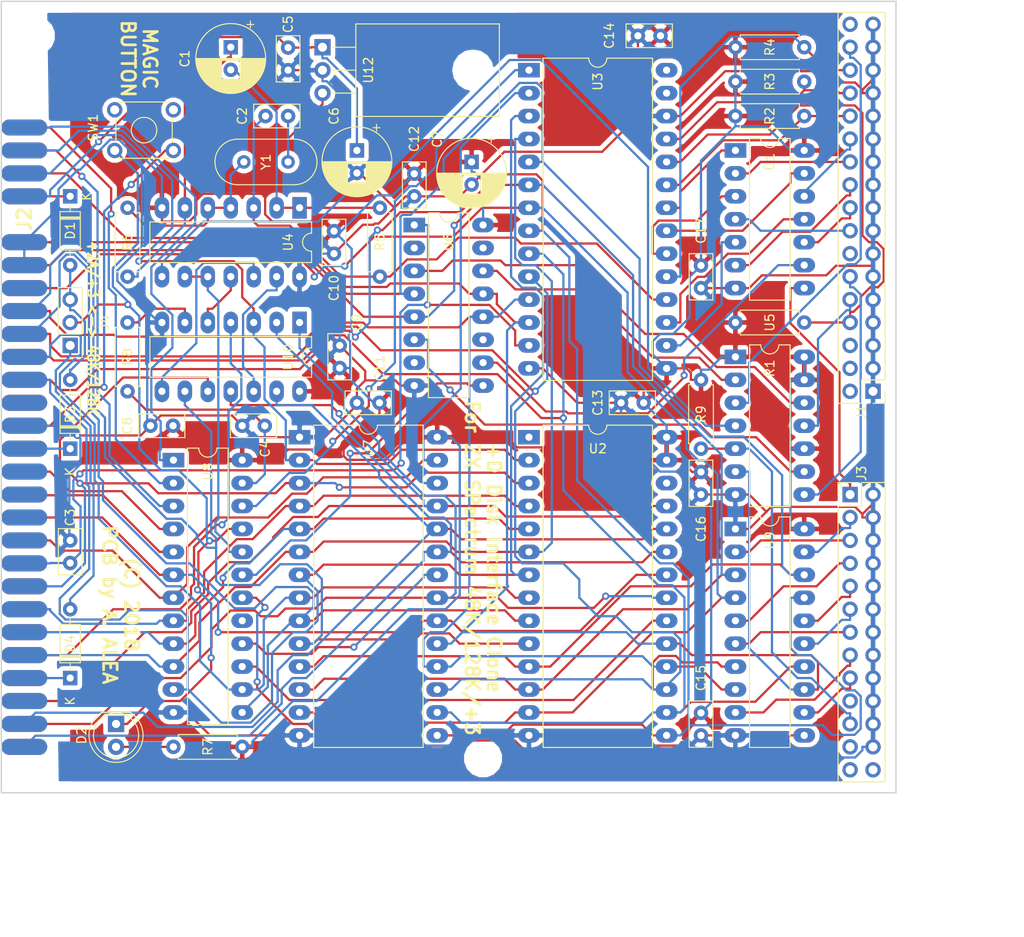
<source format=kicad_pcb>
(kicad_pcb (version 20171130) (host pcbnew 5.0.0-rc2-be01b52~65~ubuntu18.04.1)
  (layers (0 F.Cu signal) (31 B.Cu signal) (34 B.Paste user) (35 F.Paste user) (36 B.SilkS user) (37 F.SilkS user) (38 B.Mask user) (39 F.Mask user) (44 Edge.Cuts user))
  (net 0 "")
  (net 1 "Net-(C1-Pad1)")
  (net 2 "Net-(C1-Pad2)")
  (net 3 "Net-(C2-Pad2)")
  (net 4 "Net-(C2-Pad1)")
  (net 5 GND)
  (net 6 /RESET)
  (net 7 "Net-(C4-Pad2)")
  (net 8 +9V)
  (net 9 +5V)
  (net 10 "Net-(D2-Pad1)")
  (net 11 "Net-(D2-Pad2)")
  (net 12 "Net-(J1-Pad8)")
  (net 13 /DS0)
  (net 14 /DS1)
  (net 15 "Net-(J1-Pad16)")
  (net 16 "Net-(J1-Pad18)")
  (net 17 "Net-(J1-Pad20)")
  (net 18 "Net-(J1-Pad22)")
  (net 19 "Net-(J1-Pad24)")
  (net 20 "Net-(J1-Pad26)")
  (net 21 "Net-(J1-Pad28)")
  (net 22 "Net-(J1-Pad30)")
  (net 23 /XXX)
  (net 24 /A11)
  (net 25 /A9)
  (net 26 /A4)
  (net 27 /A5)
  (net 28 /A6)
  (net 29 /A7)
  (net 30 /A10)
  (net 31 /A8)
  (net 32 /M1)
  (net 33 /WR)
  (net 34 /A3)
  (net 35 /A2)
  (net 36 /A1)
  (net 37 /A0)
  (net 38 /A12)
  (net 39 /A14)
  (net 40 /RD)
  (net 41 /IOREQ)
  (net 42 /MREQ)
  (net 43 NMI)
  (net 44 /D4)
  (net 45 /D3)
  (net 46 /D5)
  (net 47 /D6)
  (net 48 /D2)
  (net 49 /D1)
  (net 50 /D0)
  (net 51 /D7)
  (net 52 /A13)
  (net 53 /A15)
  (net 54 "Net-(J3-Pad1)")
  (net 55 "Net-(J3-Pad3)")
  (net 56 "Net-(J3-Pad5)")
  (net 57 "Net-(J3-Pad7)")
  (net 58 "Net-(J3-Pad9)")
  (net 59 "Net-(J3-Pad11)")
  (net 60 "Net-(J3-Pad13)")
  (net 61 "Net-(J3-Pad15)")
  (net 62 "Net-(J3-Pad17)")
  (net 63 "Net-(J3-Pad21)")
  (net 64 "Net-(R6-Pad1)")
  (net 65 "Net-(R8-Pad2)")
  (net 66 "Net-(U1-Pad1)")
  (net 67 "Net-(U1-Pad9)")
  (net 68 "Net-(U1-Pad3)")
  (net 69 "Net-(U1-Pad11)")
  (net 70 "Net-(U1-Pad5)")
  (net 71 "Net-(U1-Pad13)")
  (net 72 ROM_CS)
  (net 73 FDC_CS)
  (net 74 "Net-(U10-Pad12)")
  (net 75 "Net-(U10-Pad8)")
  (net 76 "Net-(U10-Pad5)")
  (net 77 PRN_STR)
  (net 78 "Net-(U4-Pad8)")
  (net 79 "Net-(U5-Pad2)")
  (net 80 "Net-(U5-Pad9)")
  (net 81 "Net-(U5-Pad12)")
  (net 82 DSK_CS)
  (net 83 RAM_CS)
  (net 84 PRN_CS)
  (net 85 ZX_ROMOE1)
  (net 86 "Net-(D1-Pad2)")
  (net 87 ZX_ROMOE2)
  (net 88 "Net-(D4-Pad2)")
  (net 89 ZX_ROMOE48)
  (module Package_TO_SOT_THT:TO-220-3_Horizontal (layer F.Cu) (at 71.12 41.91 270)
    (fp_text reference U12 (at 2.54 -5.08 90) (layer F.SilkS))
    (fp_text value L7805)
    (pad 3 thru_hole oval (at 5.08 0 270) (size 1.8 1.8) (drill 1) (layers *.Cu *.Mask) (net 9 +5V))
    (pad 2 thru_hole oval (at 2.54 0 270) (size 1.8 1.8) (drill 1) (layers *.Cu *.Mask) (net 5 GND))
    (pad 1 thru_hole rect (at 0 0 270) (size 1.8 1.8) (drill 1) (layers *.Cu *.Mask) (net 8 +9V))
    (pad 0 np_thru_hole oval (at 2.54 -16.66 270) (size 3.5 3.5) (drill 3.5) (layers *.Cu *.Mask))
  )
  (module MountingHole:MountingHole_3.2mm_M3 (layer F.Cu) (at 39.37 40.64)
    (fp_text reference H2 (at 0 0) (layer F.SilkS))
    (fp_text value MountingHole_3.2mm_M3)
    (pad 1 np_thru_hole circle (at 0 0) (size 3.2 3.2) (drill 3.2) (layers *.Cu *.Mask))
  )
  (module Capacitor_THT:CP_Radial_D7.5mm_P2.50mm (layer F.Cu) (at 60.96 41.91 270)
    (fp_text reference C1 (at 1.27 5.08 270) (layer F.SilkS))
    (fp_text value 100u)
    (pad 1 thru_hole rect (at 0 0 270) (size 1.6 1.6) (drill 0.8) (layers *.Cu *.Mask) (net 1 "Net-(C1-Pad1)"))
    (pad 2 thru_hole circle (at 2.5 0 270) (size 1.6 1.6) (drill 0.8) (layers *.Cu *.Mask) (net 2 "Net-(C1-Pad2)"))
  )
  (module Capacitor_THT:C_Disc_D5.0mm_W2.5mm_P2.50mm (layer F.Cu) (at 67.31 49.53 180)
    (fp_text reference C2 (at 5.08 0 270) (layer F.SilkS))
    (fp_text value 33p)
    (pad 2 thru_hole circle (at 2.5 0 180) (size 1.6 1.6) (drill 0.8) (layers *.Cu *.Mask) (net 3 "Net-(C2-Pad2)"))
    (pad 1 thru_hole circle (at 0 0 180) (size 1.6 1.6) (drill 0.8) (layers *.Cu *.Mask) (net 4 "Net-(C2-Pad1)"))
  )
  (module Capacitor_THT:C_Disc_D5.0mm_W2.5mm_P2.50mm (layer F.Cu) (at 43.18 96.52 270)
    (fp_text reference C3 (at -2.54 0 270) (layer F.SilkS))
    (fp_text value 100n)
    (pad 1 thru_hole circle (at 0 0 270) (size 1.6 1.6) (drill 0.8) (layers *.Cu *.Mask) (net 5 GND))
    (pad 2 thru_hole circle (at 2.5 0 270) (size 1.6 1.6) (drill 0.8) (layers *.Cu *.Mask) (net 6 /RESET))
  )
  (module Capacitor_THT:C_Disc_D5.0mm_W2.5mm_P2.50mm (layer F.Cu) (at 62.23 83.82)
    (fp_text reference C4 (at 2.54 2.54 90) (layer F.SilkS))
    (fp_text value 100p)
    (pad 2 thru_hole circle (at 2.5 0) (size 1.6 1.6) (drill 0.8) (layers *.Cu *.Mask) (net 7 "Net-(C4-Pad2)"))
    (pad 1 thru_hole circle (at 0 0) (size 1.6 1.6) (drill 0.8) (layers *.Cu *.Mask) (net 5 GND))
  )
  (module Capacitor_THT:C_Disc_D5.0mm_W2.5mm_P2.50mm (layer F.Cu) (at 67.31 44.45 90)
    (fp_text reference C5 (at 5.08 0 90) (layer F.SilkS))
    (fp_text value 10n)
    (pad 1 thru_hole circle (at 0 0 90) (size 1.6 1.6) (drill 0.8) (layers *.Cu *.Mask) (net 5 GND))
    (pad 2 thru_hole circle (at 2.5 0 90) (size 1.6 1.6) (drill 0.8) (layers *.Cu *.Mask) (net 8 +9V))
  )
  (module Capacitor_THT:CP_Radial_D7.5mm_P2.50mm (layer F.Cu) (at 74.93 53.34 270)
    (fp_text reference C6 (at -3.81 2.54 270) (layer F.SilkS))
    (fp_text value 100u)
    (pad 1 thru_hole rect (at 0 0 270) (size 1.6 1.6) (drill 0.8) (layers *.Cu *.Mask) (net 8 +9V))
    (pad 2 thru_hole circle (at 2.5 0 270) (size 1.6 1.6) (drill 0.8) (layers *.Cu *.Mask) (net 5 GND))
  )
  (module Capacitor_THT:CP_Radial_D7.5mm_P2.50mm (layer F.Cu) (at 87.63 54.61 270)
    (fp_text reference C7 (at -2.54 3.81 270) (layer F.SilkS))
    (fp_text value 100u)
    (pad 2 thru_hole circle (at 2.5 0 270) (size 1.6 1.6) (drill 0.8) (layers *.Cu *.Mask) (net 5 GND))
    (pad 1 thru_hole rect (at 0 0 270) (size 1.6 1.6) (drill 0.8) (layers *.Cu *.Mask) (net 9 +5V))
  )
  (module Capacitor_THT:C_Disc_D5.0mm_W2.5mm_P2.50mm (layer F.Cu) (at 52.07 83.82)
    (fp_text reference C8 (at -2.54 0 90) (layer F.SilkS))
    (fp_text value 100n)
    (pad 1 thru_hole circle (at 0 0) (size 1.6 1.6) (drill 0.8) (layers *.Cu *.Mask) (net 5 GND))
    (pad 2 thru_hole circle (at 2.5 0) (size 1.6 1.6) (drill 0.8) (layers *.Cu *.Mask) (net 9 +5V))
  )
  (module Capacitor_THT:C_Disc_D5.0mm_W2.5mm_P2.50mm (layer F.Cu) (at 73.025 74.93 270)
    (fp_text reference C9 (at -2.54 -1.905 270) (layer F.SilkS))
    (fp_text value 100n)
    (pad 1 thru_hole circle (at 0 0 270) (size 1.6 1.6) (drill 0.8) (layers *.Cu *.Mask) (net 5 GND))
    (pad 2 thru_hole circle (at 2.5 0 270) (size 1.6 1.6) (drill 0.8) (layers *.Cu *.Mask) (net 9 +5V))
  )
  (module Capacitor_THT:C_Disc_D5.0mm_W2.5mm_P2.50mm (layer F.Cu) (at 72.39 64.77 90)
    (fp_text reference C10 (at -3.81 0 90) (layer F.SilkS))
    (fp_text value 100n)
    (pad 2 thru_hole circle (at 2.5 0 90) (size 1.6 1.6) (drill 0.8) (layers *.Cu *.Mask) (net 9 +5V))
    (pad 1 thru_hole circle (at 0 0 90) (size 1.6 1.6) (drill 0.8) (layers *.Cu *.Mask) (net 5 GND))
  )
  (module Capacitor_THT:C_Disc_D5.0mm_W2.5mm_P2.50mm (layer F.Cu) (at 74.93 81.28)
    (fp_text reference C11 (at 2.54 -3.81 90) (layer F.SilkS))
    (fp_text value 100n)
    (pad 2 thru_hole circle (at 2.5 0) (size 1.6 1.6) (drill 0.8) (layers *.Cu *.Mask) (net 9 +5V))
    (pad 1 thru_hole circle (at 0 0) (size 1.6 1.6) (drill 0.8) (layers *.Cu *.Mask) (net 5 GND))
  )
  (module Capacitor_THT:C_Disc_D5.0mm_W2.5mm_P2.50mm (layer F.Cu) (at 81.28 58.42 90)
    (fp_text reference C12 (at 6.35 0 90) (layer F.SilkS))
    (fp_text value 100n)
    (pad 2 thru_hole circle (at 2.5 0 90) (size 1.6 1.6) (drill 0.8) (layers *.Cu *.Mask) (net 9 +5V))
    (pad 1 thru_hole circle (at 0 0 90) (size 1.6 1.6) (drill 0.8) (layers *.Cu *.Mask) (net 5 GND))
  )
  (module Capacitor_THT:C_Disc_D5.0mm_W2.5mm_P2.50mm (layer F.Cu) (at 104.18 81.28)
    (fp_text reference C13 (at -2.58 0 90) (layer F.SilkS))
    (fp_text value 100n)
    (pad 1 thru_hole circle (at 0 0) (size 1.6 1.6) (drill 0.8) (layers *.Cu *.Mask) (net 5 GND))
    (pad 2 thru_hole circle (at 2.5 0) (size 1.6 1.6) (drill 0.8) (layers *.Cu *.Mask) (net 9 +5V))
  )
  (module Capacitor_THT:C_Disc_D5.0mm_W2.5mm_P2.50mm (layer F.Cu) (at 106.045 40.64)
    (fp_text reference C14 (at -3.175 0 90) (layer F.SilkS))
    (fp_text value 100n)
    (pad 2 thru_hole circle (at 2.5 0) (size 1.6 1.6) (drill 0.8) (layers *.Cu *.Mask) (net 9 +5V))
    (pad 1 thru_hole circle (at 0 0) (size 1.6 1.6) (drill 0.8) (layers *.Cu *.Mask) (net 5 GND))
  )
  (module Capacitor_THT:C_Disc_D5.0mm_W2.5mm_P2.50mm (layer F.Cu) (at 113.03 118.11 90)
    (fp_text reference C15 (at 6.35 0 90) (layer F.SilkS))
    (fp_text value 100n)
    (pad 1 thru_hole circle (at 0 0 90) (size 1.6 1.6) (drill 0.8) (layers *.Cu *.Mask) (net 5 GND))
    (pad 2 thru_hole circle (at 2.5 0 90) (size 1.6 1.6) (drill 0.8) (layers *.Cu *.Mask) (net 9 +5V))
  )
  (module Capacitor_THT:C_Disc_D5.0mm_W2.5mm_P2.50mm (layer F.Cu) (at 113.03 91.44 90)
    (fp_text reference C16 (at -3.81 0 90) (layer F.SilkS))
    (fp_text value 100n)
    (pad 2 thru_hole circle (at 2.5 0 90) (size 1.6 1.6) (drill 0.8) (layers *.Cu *.Mask) (net 9 +5V))
    (pad 1 thru_hole circle (at 0 0 90) (size 1.6 1.6) (drill 0.8) (layers *.Cu *.Mask) (net 5 GND))
  )
  (module Capacitor_THT:C_Disc_D5.0mm_W2.5mm_P2.50mm (layer F.Cu) (at 113.03 68.58 90)
    (fp_text reference C17 (at 6.35 0 90) (layer F.SilkS))
    (fp_text value 100n)
    (pad 1 thru_hole circle (at 0 0 90) (size 1.6 1.6) (drill 0.8) (layers *.Cu *.Mask) (net 5 GND))
    (pad 2 thru_hole circle (at 2.5 0 90) (size 1.6 1.6) (drill 0.8) (layers *.Cu *.Mask) (net 9 +5V))
  )
  (module LED_THT:LED_D5.0mm (layer F.Cu) (at 48.26 116.84 270)
    (fp_text reference D2 (at 1.27 3.81 270) (layer F.SilkS))
    (fp_text value LED)
    (pad 1 thru_hole rect (at 0 0 270) (size 1.8 1.8) (drill 0.9) (layers *.Cu *.Mask) (net 10 "Net-(D2-Pad1)"))
    (pad 2 thru_hole circle (at 2.54 0 270) (size 1.8 1.8) (drill 0.9) (layers *.Cu *.Mask) (net 11 "Net-(D2-Pad2)"))
  )
  (module Connector_PinHeader_2.54mm:PinHeader_2x17_P2.54mm_Vertical (layer F.Cu) (at 132.08 80.01 180)
    (fp_text reference J1 (at 1.27 -2.33 270) (layer F.SilkS))
    (fp_text value Conn_02x17_Odd_Even)
    (pad 1 thru_hole rect (at 0 0 180) (size 1.7 1.7) (drill 1) (layers *.Cu *.Mask) (net 5 GND))
    (pad 2 thru_hole oval (at 2.54 0 180) (size 1.7 1.7) (drill 1) (layers *.Cu *.Mask))
    (pad 3 thru_hole oval (at 0 2.54 180) (size 1.7 1.7) (drill 1) (layers *.Cu *.Mask) (net 5 GND))
    (pad 4 thru_hole oval (at 2.54 2.54 180) (size 1.7 1.7) (drill 1) (layers *.Cu *.Mask))
    (pad 5 thru_hole oval (at 0 5.08 180) (size 1.7 1.7) (drill 1) (layers *.Cu *.Mask) (net 5 GND))
    (pad 6 thru_hole oval (at 2.54 5.08 180) (size 1.7 1.7) (drill 1) (layers *.Cu *.Mask))
    (pad 7 thru_hole oval (at 0 7.62 180) (size 1.7 1.7) (drill 1) (layers *.Cu *.Mask) (net 5 GND))
    (pad 8 thru_hole oval (at 2.54 7.62 180) (size 1.7 1.7) (drill 1) (layers *.Cu *.Mask) (net 12 "Net-(J1-Pad8)"))
    (pad 9 thru_hole oval (at 0 10.16 180) (size 1.7 1.7) (drill 1) (layers *.Cu *.Mask) (net 5 GND))
    (pad 10 thru_hole oval (at 2.54 10.16 180) (size 1.7 1.7) (drill 1) (layers *.Cu *.Mask) (net 13 /DS0))
    (pad 11 thru_hole oval (at 0 12.7 180) (size 1.7 1.7) (drill 1) (layers *.Cu *.Mask) (net 5 GND))
    (pad 12 thru_hole oval (at 2.54 12.7 180) (size 1.7 1.7) (drill 1) (layers *.Cu *.Mask) (net 14 /DS1))
    (pad 13 thru_hole oval (at 0 15.24 180) (size 1.7 1.7) (drill 1) (layers *.Cu *.Mask) (net 5 GND))
    (pad 14 thru_hole oval (at 2.54 15.24 180) (size 1.7 1.7) (drill 1) (layers *.Cu *.Mask))
    (pad 15 thru_hole oval (at 0 17.78 180) (size 1.7 1.7) (drill 1) (layers *.Cu *.Mask) (net 5 GND))
    (pad 16 thru_hole oval (at 2.54 17.78 180) (size 1.7 1.7) (drill 1) (layers *.Cu *.Mask) (net 15 "Net-(J1-Pad16)"))
    (pad 17 thru_hole oval (at 0 20.32 180) (size 1.7 1.7) (drill 1) (layers *.Cu *.Mask) (net 5 GND))
    (pad 18 thru_hole oval (at 2.54 20.32 180) (size 1.7 1.7) (drill 1) (layers *.Cu *.Mask) (net 16 "Net-(J1-Pad18)"))
    (pad 19 thru_hole oval (at 0 22.86 180) (size 1.7 1.7) (drill 1) (layers *.Cu *.Mask) (net 5 GND))
    (pad 20 thru_hole oval (at 2.54 22.86 180) (size 1.7 1.7) (drill 1) (layers *.Cu *.Mask) (net 17 "Net-(J1-Pad20)"))
    (pad 21 thru_hole oval (at 0 25.4 180) (size 1.7 1.7) (drill 1) (layers *.Cu *.Mask) (net 5 GND))
    (pad 22 thru_hole oval (at 2.54 25.4 180) (size 1.7 1.7) (drill 1) (layers *.Cu *.Mask) (net 18 "Net-(J1-Pad22)"))
    (pad 23 thru_hole oval (at 0 27.94 180) (size 1.7 1.7) (drill 1) (layers *.Cu *.Mask) (net 5 GND))
    (pad 24 thru_hole oval (at 2.54 27.94 180) (size 1.7 1.7) (drill 1) (layers *.Cu *.Mask) (net 19 "Net-(J1-Pad24)"))
    (pad 25 thru_hole oval (at 0 30.48 180) (size 1.7 1.7) (drill 1) (layers *.Cu *.Mask) (net 5 GND))
    (pad 26 thru_hole oval (at 2.54 30.48 180) (size 1.7 1.7) (drill 1) (layers *.Cu *.Mask) (net 20 "Net-(J1-Pad26)"))
    (pad 27 thru_hole oval (at 0 33.02 180) (size 1.7 1.7) (drill 1) (layers *.Cu *.Mask) (net 5 GND))
    (pad 28 thru_hole oval (at 2.54 33.02 180) (size 1.7 1.7) (drill 1) (layers *.Cu *.Mask) (net 21 "Net-(J1-Pad28)"))
    (pad 29 thru_hole oval (at 0 35.56 180) (size 1.7 1.7) (drill 1) (layers *.Cu *.Mask) (net 5 GND))
    (pad 30 thru_hole oval (at 2.54 35.56 180) (size 1.7 1.7) (drill 1) (layers *.Cu *.Mask) (net 22 "Net-(J1-Pad30)"))
    (pad 31 thru_hole oval (at 0 38.1 180) (size 1.7 1.7) (drill 1) (layers *.Cu *.Mask) (net 5 GND))
    (pad 32 thru_hole oval (at 2.54 38.1 180) (size 1.7 1.7) (drill 1) (layers *.Cu *.Mask) (net 23 /XXX))
    (pad 33 thru_hole oval (at 0 40.64 180) (size 1.7 1.7) (drill 1) (layers *.Cu *.Mask) (net 5 GND))
    (pad 34 thru_hole oval (at 2.54 40.64 180) (size 1.7 1.7) (drill 1) (layers *.Cu *.Mask))
  )
  (module SINCLAIR:ZX_CONN (layer F.Cu) (at 38.1 76.2 270)
    (fp_text reference J2 (at -15.24 0 270) (layer F.SilkS) (effects (font (size 1.524 1.524) (thickness 0.3048))))
    (fp_text value ZX_Spectrum_Connector_GENERIC_SORTED hide)
    (pad A28 connect oval (at 43.18 0 270) (size 1.778 5.08) (layers B.Cu B.Mask) (net 24 /A11))
    (pad A27 connect oval (at 40.64 0 270) (size 1.778 5.08) (layers B.Cu B.Mask) (net 25 /A9))
    (pad A26 connect oval (at 38.1 0 270) (size 1.778 5.08) (layers B.Cu B.Mask))
    (pad A25 connect oval (at 35.56 0 270) (size 1.778 5.08) (layers B.Cu B.Mask) (net 89 ZX_ROMOE48))
    (pad A24 connect oval (at 33.02 0 270) (size 1.778 5.08) (layers B.Cu B.Mask) (net 26 /A4))
    (pad A23 connect oval (at 30.48 0 270) (size 1.778 5.08) (layers B.Cu B.Mask) (net 27 /A5))
    (pad A22 connect oval (at 27.94 0 270) (size 1.778 5.08) (layers B.Cu B.Mask) (net 28 /A6))
    (pad A21 connect oval (at 25.4 0 270) (size 1.778 5.08) (layers B.Cu B.Mask) (net 29 /A7))
    (pad A20 connect oval (at 22.86 0 270) (size 1.778 5.08) (layers B.Cu B.Mask) (net 6 /RESET))
    (pad A19 connect oval (at 20.32 0 270) (size 1.778 5.08) (layers B.Cu B.Mask))
    (pad B28 connect oval (at 43.18 0 270) (size 1.778 5.08) (layers F.Cu F.Mask))
    (pad B27 connect oval (at 40.64 0 270) (size 1.778 5.08) (layers F.Cu F.Mask) (net 30 /A10))
    (pad B26 connect oval (at 38.1 0 270) (size 1.778 5.08) (layers F.Cu F.Mask) (net 31 /A8))
    (pad B25 connect oval (at 35.56 0 270) (size 1.778 5.08) (layers F.Cu F.Mask))
    (pad B24 connect oval (at 33.02 0 270) (size 1.778 5.08) (layers F.Cu F.Mask) (net 32 /M1))
    (pad B23 connect oval (at 30.48 0 270) (size 1.778 5.08) (layers F.Cu F.Mask))
    (pad B22 connect oval (at 27.94 0 270) (size 1.778 5.08) (layers F.Cu F.Mask))
    (pad B21 connect oval (at 25.4 0 270) (size 1.778 5.08) (layers F.Cu F.Mask))
    (pad B20 connect oval (at 22.86 0 270) (size 1.778 5.08) (layers F.Cu F.Mask))
    (pad B19 connect oval (at 20.32 0 270) (size 1.778 5.08) (layers F.Cu F.Mask) (net 33 /WR))
    (pad A18 connect oval (at 17.78 0 270) (size 1.778 5.08) (layers B.Cu B.Mask))
    (pad A17 connect oval (at 15.24 0 270) (size 1.778 5.08) (layers B.Cu B.Mask))
    (pad A16 connect oval (at 12.7 0 270) (size 1.778 5.08) (layers B.Cu B.Mask))
    (pad A15 connect oval (at 10.16 0 270) (size 1.778 5.08) (layers B.Cu B.Mask) (net 87 ZX_ROMOE2))
    (pad A14 connect oval (at 7.62 0 270) (size 1.778 5.08) (layers B.Cu B.Mask) (net 5 GND))
    (pad A13 connect oval (at 5.08 0 270) (size 1.778 5.08) (layers B.Cu B.Mask))
    (pad A12 connect oval (at 2.54 0 270) (size 1.778 5.08) (layers B.Cu B.Mask) (net 34 /A3))
    (pad A11 connect oval (at 0 0 270) (size 1.778 5.08) (layers B.Cu B.Mask) (net 35 /A2))
    (pad A10 connect oval (at -2.54 0 270) (size 1.778 5.08) (layers B.Cu B.Mask) (net 36 /A1))
    (pad A9 connect oval (at -5.08 0 270) (size 1.778 5.08) (layers B.Cu B.Mask) (net 37 /A0))
    (pad A8 connect oval (at -7.62 0 270) (size 1.778 5.08) (layers B.Cu B.Mask))
    (pad A7 connect oval (at -10.16 0 270) (size 1.778 5.08) (layers B.Cu B.Mask) (net 5 GND))
    (pad A6 connect oval (at -12.7 0 270) (size 1.778 5.08) (layers B.Cu B.Mask) (net 5 GND))
    (pad A4 connect oval (at -17.78 0 270) (size 1.778 5.08) (layers B.Cu B.Mask) (net 8 +9V))
    (pad A3 connect oval (at -20.32 0 270) (size 1.778 5.08) (layers B.Cu B.Mask) (net 9 +5V))
    (pad A2 connect oval (at -22.86 0 270) (size 1.778 5.08) (layers B.Cu B.Mask) (net 38 /A12))
    (pad A1 connect oval (at -25.4 0 270) (size 1.778 5.08) (layers B.Cu B.Mask) (net 39 /A14))
    (pad B18 connect oval (at 17.78 0 270) (size 1.778 5.08) (layers F.Cu F.Mask) (net 40 /RD))
    (pad B17 connect oval (at 15.24 0 270) (size 1.778 5.08) (layers F.Cu F.Mask) (net 41 /IOREQ))
    (pad B16 connect oval (at 12.7 0 270) (size 1.778 5.08) (layers F.Cu F.Mask) (net 42 /MREQ))
    (pad B15 connect oval (at 10.16 0 270) (size 1.778 5.08) (layers F.Cu F.Mask))
    (pad B14 connect oval (at 7.62 0 270) (size 1.778 5.08) (layers F.Cu F.Mask) (net 43 NMI))
    (pad B13 connect oval (at 5.08 0 270) (size 1.778 5.08) (layers F.Cu F.Mask))
    (pad B12 connect oval (at 2.54 0 270) (size 1.778 5.08) (layers F.Cu F.Mask) (net 44 /D4))
    (pad B11 connect oval (at 0 0 270) (size 1.778 5.08) (layers F.Cu F.Mask) (net 45 /D3))
    (pad B10 connect oval (at -2.54 0 270) (size 1.778 5.08) (layers F.Cu F.Mask) (net 46 /D5))
    (pad B9 connect oval (at -5.08 0 270) (size 1.778 5.08) (layers F.Cu F.Mask) (net 47 /D6))
    (pad B8 connect oval (at -7.62 0 270) (size 1.778 5.08) (layers F.Cu F.Mask) (net 48 /D2))
    (pad B7 connect oval (at -10.16 0 270) (size 1.778 5.08) (layers F.Cu F.Mask) (net 49 /D1))
    (pad B6 connect oval (at -12.7 0 270) (size 1.778 5.08) (layers F.Cu F.Mask) (net 50 /D0))
    (pad B4 connect oval (at -17.78 0 270) (size 1.778 5.08) (layers F.Cu F.Mask) (net 85 ZX_ROMOE1))
    (pad B3 connect oval (at -20.32 0 270) (size 1.778 5.08) (layers F.Cu F.Mask) (net 51 /D7))
    (pad B2 connect oval (at -22.86 0 270) (size 1.778 5.08) (layers F.Cu F.Mask) (net 52 /A13))
    (pad B1 connect oval (at -25.4 0 270) (size 1.778 5.08) (layers F.Cu F.Mask) (net 53 /A15))
  )
  (module Connector_PinHeader_2.54mm:PinHeader_2x13_P2.54mm_Vertical (layer F.Cu) (at 129.54 91.44)
    (fp_text reference J3 (at 1.27 -2.33 90) (layer F.SilkS))
    (fp_text value Conn_02x13_Odd_Even)
    (pad 1 thru_hole rect (at 0 0) (size 1.7 1.7) (drill 1) (layers *.Cu *.Mask) (net 54 "Net-(J3-Pad1)"))
    (pad 2 thru_hole oval (at 2.54 0) (size 1.7 1.7) (drill 1) (layers *.Cu *.Mask) (net 5 GND))
    (pad 3 thru_hole oval (at 0 2.54) (size 1.7 1.7) (drill 1) (layers *.Cu *.Mask) (net 55 "Net-(J3-Pad3)"))
    (pad 4 thru_hole oval (at 2.54 2.54) (size 1.7 1.7) (drill 1) (layers *.Cu *.Mask) (net 5 GND))
    (pad 5 thru_hole oval (at 0 5.08) (size 1.7 1.7) (drill 1) (layers *.Cu *.Mask) (net 56 "Net-(J3-Pad5)"))
    (pad 6 thru_hole oval (at 2.54 5.08) (size 1.7 1.7) (drill 1) (layers *.Cu *.Mask) (net 5 GND))
    (pad 7 thru_hole oval (at 0 7.62) (size 1.7 1.7) (drill 1) (layers *.Cu *.Mask) (net 57 "Net-(J3-Pad7)"))
    (pad 8 thru_hole oval (at 2.54 7.62) (size 1.7 1.7) (drill 1) (layers *.Cu *.Mask) (net 5 GND))
    (pad 9 thru_hole oval (at 0 10.16) (size 1.7 1.7) (drill 1) (layers *.Cu *.Mask) (net 58 "Net-(J3-Pad9)"))
    (pad 10 thru_hole oval (at 2.54 10.16) (size 1.7 1.7) (drill 1) (layers *.Cu *.Mask) (net 5 GND))
    (pad 11 thru_hole oval (at 0 12.7) (size 1.7 1.7) (drill 1) (layers *.Cu *.Mask) (net 59 "Net-(J3-Pad11)"))
    (pad 12 thru_hole oval (at 2.54 12.7) (size 1.7 1.7) (drill 1) (layers *.Cu *.Mask) (net 5 GND))
    (pad 13 thru_hole oval (at 0 15.24) (size 1.7 1.7) (drill 1) (layers *.Cu *.Mask) (net 60 "Net-(J3-Pad13)"))
    (pad 14 thru_hole oval (at 2.54 15.24) (size 1.7 1.7) (drill 1) (layers *.Cu *.Mask) (net 5 GND))
    (pad 15 thru_hole oval (at 0 17.78) (size 1.7 1.7) (drill 1) (layers *.Cu *.Mask) (net 61 "Net-(J3-Pad15)"))
    (pad 16 thru_hole oval (at 2.54 17.78) (size 1.7 1.7) (drill 1) (layers *.Cu *.Mask) (net 5 GND))
    (pad 17 thru_hole oval (at 0 20.32) (size 1.7 1.7) (drill 1) (layers *.Cu *.Mask) (net 62 "Net-(J3-Pad17)"))
    (pad 18 thru_hole oval (at 2.54 20.32) (size 1.7 1.7) (drill 1) (layers *.Cu *.Mask) (net 5 GND))
    (pad 19 thru_hole oval (at 0 22.86) (size 1.7 1.7) (drill 1) (layers *.Cu *.Mask))
    (pad 20 thru_hole oval (at 2.54 22.86) (size 1.7 1.7) (drill 1) (layers *.Cu *.Mask) (net 5 GND))
    (pad 21 thru_hole oval (at 0 25.4) (size 1.7 1.7) (drill 1) (layers *.Cu *.Mask) (net 63 "Net-(J3-Pad21)"))
    (pad 22 thru_hole oval (at 2.54 25.4) (size 1.7 1.7) (drill 1) (layers *.Cu *.Mask) (net 5 GND))
    (pad 23 thru_hole oval (at 0 27.94) (size 1.7 1.7) (drill 1) (layers *.Cu *.Mask))
    (pad 24 thru_hole oval (at 2.54 27.94) (size 1.7 1.7) (drill 1) (layers *.Cu *.Mask) (net 5 GND))
    (pad 25 thru_hole oval (at 0 30.48) (size 1.7 1.7) (drill 1) (layers *.Cu *.Mask))
    (pad 26 thru_hole oval (at 2.54 30.48) (size 1.7 1.7) (drill 1) (layers *.Cu *.Mask))
  )
  (module Connector_PinHeader_2.54mm:PinHeader_1x03_P2.54mm_Vertical (layer F.Cu) (at 43.18 74.93 180)
    (fp_text reference J4 (at -3.81 2.54 270) (layer F.SilkS))
    (fp_text value Conn_01x03)
    (pad 1 thru_hole rect (at 0 0 180) (size 1.7 1.7) (drill 1) (layers *.Cu *.Mask) (net 88 "Net-(D4-Pad2)"))
    (pad 2 thru_hole oval (at 0 2.54 180) (size 1.7 1.7) (drill 1) (layers *.Cu *.Mask) (net 10 "Net-(D2-Pad1)"))
    (pad 3 thru_hole oval (at 0 5.08 180) (size 1.7 1.7) (drill 1) (layers *.Cu *.Mask) (net 86 "Net-(D1-Pad2)"))
  )
  (module Resistor_THT:R_Axial_DIN0207_L6.3mm_D2.5mm_P7.62mm_Horizontal (layer F.Cu) (at 124.46 72.39 180)
    (fp_text reference R1 (at 3.81 -5.08 270) (layer F.SilkS))
    (fp_text value 470)
    (pad 1 thru_hole circle (at 0 0 180) (size 1.6 1.6) (drill 0.8) (layers *.Cu *.Mask) (net 12 "Net-(J1-Pad8)"))
    (pad 2 thru_hole oval (at 7.62 0 180) (size 1.6 1.6) (drill 0.8) (layers *.Cu *.Mask) (net 9 +5V))
  )
  (module Resistor_THT:R_Axial_DIN0207_L6.3mm_D2.5mm_P7.62mm_Horizontal (layer F.Cu) (at 124.46 49.53 180)
    (fp_text reference R2 (at 3.81 0 270) (layer F.SilkS))
    (fp_text value 470)
    (pad 2 thru_hole oval (at 7.62 0 180) (size 1.6 1.6) (drill 0.8) (layers *.Cu *.Mask) (net 9 +5V))
    (pad 1 thru_hole circle (at 0 0 180) (size 1.6 1.6) (drill 0.8) (layers *.Cu *.Mask) (net 20 "Net-(J1-Pad26)"))
  )
  (module Resistor_THT:R_Axial_DIN0207_L6.3mm_D2.5mm_P7.62mm_Horizontal (layer F.Cu) (at 124.46 45.72 180)
    (fp_text reference R3 (at 3.81 0 270) (layer F.SilkS))
    (fp_text value 470)
    (pad 1 thru_hole circle (at 0 0 180) (size 1.6 1.6) (drill 0.8) (layers *.Cu *.Mask) (net 21 "Net-(J1-Pad28)"))
    (pad 2 thru_hole oval (at 7.62 0 180) (size 1.6 1.6) (drill 0.8) (layers *.Cu *.Mask) (net 9 +5V))
  )
  (module Resistor_THT:R_Axial_DIN0207_L6.3mm_D2.5mm_P7.62mm_Horizontal (layer F.Cu) (at 124.46 41.91 180)
    (fp_text reference R4 (at 3.81 0 270) (layer F.SilkS))
    (fp_text value 470)
    (pad 2 thru_hole oval (at 7.62 0 180) (size 1.6 1.6) (drill 0.8) (layers *.Cu *.Mask) (net 9 +5V))
    (pad 1 thru_hole circle (at 0 0 180) (size 1.6 1.6) (drill 0.8) (layers *.Cu *.Mask) (net 22 "Net-(J1-Pad30)"))
  )
  (module Resistor_THT:R_Axial_DIN0207_L6.3mm_D2.5mm_P7.62mm_Horizontal (layer F.Cu) (at 77.47 59.69 270)
    (fp_text reference R5 (at 3.81 0 270) (layer F.SilkS))
    (fp_text value 2K2)
    (pad 2 thru_hole oval (at 7.62 0 270) (size 1.6 1.6) (drill 0.8) (layers *.Cu *.Mask) (net 3 "Net-(C2-Pad2)"))
    (pad 1 thru_hole circle (at 0 0 270) (size 1.6 1.6) (drill 0.8) (layers *.Cu *.Mask) (net 2 "Net-(C1-Pad2)"))
  )
  (module Resistor_THT:R_Axial_DIN0207_L6.3mm_D2.5mm_P7.62mm_Horizontal (layer F.Cu) (at 49.53 59.69 270)
    (fp_text reference R6 (at 3.81 0 270) (layer F.SilkS))
    (fp_text value 2K2)
    (pad 1 thru_hole circle (at 0 0 270) (size 1.6 1.6) (drill 0.8) (layers *.Cu *.Mask) (net 64 "Net-(R6-Pad1)"))
    (pad 2 thru_hole oval (at 7.62 0 270) (size 1.6 1.6) (drill 0.8) (layers *.Cu *.Mask) (net 1 "Net-(C1-Pad1)"))
  )
  (module Resistor_THT:R_Axial_DIN0207_L6.3mm_D2.5mm_P7.62mm_Horizontal (layer F.Cu) (at 54.61 119.38)
    (fp_text reference R7 (at 3.81 0 90) (layer F.SilkS))
    (fp_text value 2K2)
    (pad 1 thru_hole circle (at 0 0) (size 1.6 1.6) (drill 0.8) (layers *.Cu *.Mask) (net 11 "Net-(D2-Pad2)"))
    (pad 2 thru_hole oval (at 7.62 0) (size 1.6 1.6) (drill 0.8) (layers *.Cu *.Mask) (net 9 +5V))
  )
  (module Resistor_THT:R_Axial_DIN0207_L6.3mm_D2.5mm_P7.62mm_Horizontal (layer F.Cu) (at 49.53 80.01 90)
    (fp_text reference R8 (at 3.81 0 90) (layer F.SilkS))
    (fp_text value 270)
    (pad 2 thru_hole oval (at 7.62 0 90) (size 1.6 1.6) (drill 0.8) (layers *.Cu *.Mask) (net 65 "Net-(R8-Pad2)"))
    (pad 1 thru_hole circle (at 0 0 90) (size 1.6 1.6) (drill 0.8) (layers *.Cu *.Mask) (net 7 "Net-(C4-Pad2)"))
  )
  (module Resistor_THT:R_Axial_DIN0207_L6.3mm_D2.5mm_P7.62mm_Horizontal (layer F.Cu) (at 113.03 86.36 90)
    (fp_text reference R9 (at 3.81 0 90) (layer F.SilkS))
    (fp_text value 2K2)
    (pad 1 thru_hole circle (at 0 0 90) (size 1.6 1.6) (drill 0.8) (layers *.Cu *.Mask) (net 63 "Net-(J3-Pad21)"))
    (pad 2 thru_hole oval (at 7.62 0 90) (size 1.6 1.6) (drill 0.8) (layers *.Cu *.Mask) (net 9 +5V))
  )
  (module Button_Switch_THT:SW_TH_Tactile_Omron_B3F-10xx (layer F.Cu) (at 54.61 53.34 180)
    (fp_text reference SW1 (at 8.89 2.54 90) (layer F.SilkS))
    (fp_text value SW_DPST_x2)
    (pad 4 thru_hole circle (at 6.5 4.5 180) (size 1.7 1.7) (drill 1) (layers *.Cu *.Mask))
    (pad 3 thru_hole circle (at 0 4.5 180) (size 1.7 1.7) (drill 1) (layers *.Cu *.Mask))
    (pad 2 thru_hole circle (at 6.5 0 180) (size 1.7 1.7) (drill 1) (layers *.Cu *.Mask) (net 10 "Net-(D2-Pad1)"))
    (pad 1 thru_hole circle (at 0 0 180) (size 1.7 1.7) (drill 1) (layers *.Cu *.Mask) (net 43 NMI))
  )
  (module Package_DIP:DIP-14_W7.62mm_LongPads (layer F.Cu) (at 116.84 53.34)
    (fp_text reference U1 (at 3.81 1.27 90) (layer F.SilkS))
    (fp_text value 74LS06)
    (pad 1 thru_hole rect (at 0 0) (size 2.4 1.6) (drill 0.8) (layers *.Cu *.Mask) (net 66 "Net-(U1-Pad1)"))
    (pad 8 thru_hole oval (at 7.62 15.24) (size 2.4 1.6) (drill 0.8) (layers *.Cu *.Mask) (net 54 "Net-(J3-Pad1)"))
    (pad 2 thru_hole oval (at 0 2.54) (size 2.4 1.6) (drill 0.8) (layers *.Cu *.Mask) (net 18 "Net-(J1-Pad22)"))
    (pad 9 thru_hole oval (at 7.62 12.7) (size 2.4 1.6) (drill 0.8) (layers *.Cu *.Mask) (net 67 "Net-(U1-Pad9)"))
    (pad 3 thru_hole oval (at 0 5.08) (size 2.4 1.6) (drill 0.8) (layers *.Cu *.Mask) (net 68 "Net-(U1-Pad3)"))
    (pad 10 thru_hole oval (at 7.62 10.16) (size 2.4 1.6) (drill 0.8) (layers *.Cu *.Mask) (net 16 "Net-(J1-Pad18)"))
    (pad 4 thru_hole oval (at 0 7.62) (size 2.4 1.6) (drill 0.8) (layers *.Cu *.Mask) (net 15 "Net-(J1-Pad16)"))
    (pad 11 thru_hole oval (at 7.62 7.62) (size 2.4 1.6) (drill 0.8) (layers *.Cu *.Mask) (net 69 "Net-(U1-Pad11)"))
    (pad 5 thru_hole oval (at 0 10.16) (size 2.4 1.6) (drill 0.8) (layers *.Cu *.Mask) (net 70 "Net-(U1-Pad5)"))
    (pad 12 thru_hole oval (at 7.62 5.08) (size 2.4 1.6) (drill 0.8) (layers *.Cu *.Mask) (net 19 "Net-(J1-Pad24)"))
    (pad 6 thru_hole oval (at 0 12.7) (size 2.4 1.6) (drill 0.8) (layers *.Cu *.Mask) (net 17 "Net-(J1-Pad20)"))
    (pad 13 thru_hole oval (at 7.62 2.54) (size 2.4 1.6) (drill 0.8) (layers *.Cu *.Mask) (net 71 "Net-(U1-Pad13)"))
    (pad 7 thru_hole oval (at 0 15.24) (size 2.4 1.6) (drill 0.8) (layers *.Cu *.Mask) (net 5 GND))
    (pad 14 thru_hole oval (at 7.62 0) (size 2.4 1.6) (drill 0.8) (layers *.Cu *.Mask) (net 9 +5V))
  )
  (module Package_DIP:DIP-28_W15.24mm_LongPads (layer F.Cu) (at 93.98 85.09)
    (fp_text reference U2 (at 7.62 1.27) (layer F.SilkS))
    (fp_text value 2764)
    (pad 28 thru_hole oval (at 15.24 0) (size 2.4 1.6) (drill 0.8) (layers *.Cu *.Mask) (net 9 +5V))
    (pad 14 thru_hole oval (at 0 33.02) (size 2.4 1.6) (drill 0.8) (layers *.Cu *.Mask) (net 5 GND))
    (pad 27 thru_hole oval (at 15.24 2.54) (size 2.4 1.6) (drill 0.8) (layers *.Cu *.Mask) (net 9 +5V))
    (pad 13 thru_hole oval (at 0 30.48) (size 2.4 1.6) (drill 0.8) (layers *.Cu *.Mask) (net 48 /D2))
    (pad 26 thru_hole oval (at 15.24 5.08) (size 2.4 1.6) (drill 0.8) (layers *.Cu *.Mask))
    (pad 12 thru_hole oval (at 0 27.94) (size 2.4 1.6) (drill 0.8) (layers *.Cu *.Mask) (net 49 /D1))
    (pad 25 thru_hole oval (at 15.24 7.62) (size 2.4 1.6) (drill 0.8) (layers *.Cu *.Mask) (net 31 /A8))
    (pad 11 thru_hole oval (at 0 25.4) (size 2.4 1.6) (drill 0.8) (layers *.Cu *.Mask) (net 50 /D0))
    (pad 24 thru_hole oval (at 15.24 10.16) (size 2.4 1.6) (drill 0.8) (layers *.Cu *.Mask) (net 25 /A9))
    (pad 10 thru_hole oval (at 0 22.86) (size 2.4 1.6) (drill 0.8) (layers *.Cu *.Mask) (net 37 /A0))
    (pad 23 thru_hole oval (at 15.24 12.7) (size 2.4 1.6) (drill 0.8) (layers *.Cu *.Mask) (net 24 /A11))
    (pad 9 thru_hole oval (at 0 20.32) (size 2.4 1.6) (drill 0.8) (layers *.Cu *.Mask) (net 36 /A1))
    (pad 22 thru_hole oval (at 15.24 15.24) (size 2.4 1.6) (drill 0.8) (layers *.Cu *.Mask) (net 40 /RD))
    (pad 8 thru_hole oval (at 0 17.78) (size 2.4 1.6) (drill 0.8) (layers *.Cu *.Mask) (net 35 /A2))
    (pad 21 thru_hole oval (at 15.24 17.78) (size 2.4 1.6) (drill 0.8) (layers *.Cu *.Mask) (net 30 /A10))
    (pad 7 thru_hole oval (at 0 15.24) (size 2.4 1.6) (drill 0.8) (layers *.Cu *.Mask) (net 34 /A3))
    (pad 20 thru_hole oval (at 15.24 20.32) (size 2.4 1.6) (drill 0.8) (layers *.Cu *.Mask) (net 72 ROM_CS))
    (pad 6 thru_hole oval (at 0 12.7) (size 2.4 1.6) (drill 0.8) (layers *.Cu *.Mask) (net 26 /A4))
    (pad 19 thru_hole oval (at 15.24 22.86) (size 2.4 1.6) (drill 0.8) (layers *.Cu *.Mask) (net 51 /D7))
    (pad 5 thru_hole oval (at 0 10.16) (size 2.4 1.6) (drill 0.8) (layers *.Cu *.Mask) (net 27 /A5))
    (pad 18 thru_hole oval (at 15.24 25.4) (size 2.4 1.6) (drill 0.8) (layers *.Cu *.Mask) (net 47 /D6))
    (pad 4 thru_hole oval (at 0 7.62) (size 2.4 1.6) (drill 0.8) (layers *.Cu *.Mask) (net 28 /A6))
    (pad 17 thru_hole oval (at 15.24 27.94) (size 2.4 1.6) (drill 0.8) (layers *.Cu *.Mask) (net 46 /D5))
    (pad 3 thru_hole oval (at 0 5.08) (size 2.4 1.6) (drill 0.8) (layers *.Cu *.Mask) (net 29 /A7))
    (pad 16 thru_hole oval (at 15.24 30.48) (size 2.4 1.6) (drill 0.8) (layers *.Cu *.Mask) (net 44 /D4))
    (pad 2 thru_hole oval (at 0 2.54) (size 2.4 1.6) (drill 0.8) (layers *.Cu *.Mask) (net 38 /A12))
    (pad 15 thru_hole oval (at 15.24 33.02) (size 2.4 1.6) (drill 0.8) (layers *.Cu *.Mask) (net 45 /D3))
    (pad 1 thru_hole rect (at 0 0) (size 2.4 1.6) (drill 0.8) (layers *.Cu *.Mask))
  )
  (module Package_DIP:DIP-28_W15.24mm_LongPads (layer F.Cu) (at 93.98 44.45)
    (fp_text reference U3 (at 7.62 1.27 90) (layer F.SilkS))
    (fp_text value WD1772)
    (pad 1 thru_hole rect (at 0 0) (size 2.4 1.6) (drill 0.8) (layers *.Cu *.Mask) (net 73 FDC_CS))
    (pad 15 thru_hole oval (at 15.24 33.02) (size 2.4 1.6) (drill 0.8) (layers *.Cu *.Mask) (net 9 +5V))
    (pad 2 thru_hole oval (at 0 2.54) (size 2.4 1.6) (drill 0.8) (layers *.Cu *.Mask) (net 33 /WR))
    (pad 16 thru_hole oval (at 15.24 30.48) (size 2.4 1.6) (drill 0.8) (layers *.Cu *.Mask) (net 70 "Net-(U1-Pad5)"))
    (pad 3 thru_hole oval (at 0 5.08) (size 2.4 1.6) (drill 0.8) (layers *.Cu *.Mask) (net 34 /A3))
    (pad 17 thru_hole oval (at 15.24 27.94) (size 2.4 1.6) (drill 0.8) (layers *.Cu *.Mask) (net 69 "Net-(U1-Pad11)"))
    (pad 4 thru_hole oval (at 0 7.62) (size 2.4 1.6) (drill 0.8) (layers *.Cu *.Mask) (net 26 /A4))
    (pad 18 thru_hole oval (at 15.24 25.4) (size 2.4 1.6) (drill 0.8) (layers *.Cu *.Mask) (net 3 "Net-(C2-Pad2)"))
    (pad 5 thru_hole oval (at 0 10.16) (size 2.4 1.6) (drill 0.8) (layers *.Cu *.Mask) (net 50 /D0))
    (pad 19 thru_hole oval (at 15.24 22.86) (size 2.4 1.6) (drill 0.8) (layers *.Cu *.Mask) (net 22 "Net-(J1-Pad30)"))
    (pad 6 thru_hole oval (at 0 12.7) (size 2.4 1.6) (drill 0.8) (layers *.Cu *.Mask) (net 49 /D1))
    (pad 20 thru_hole oval (at 15.24 20.32) (size 2.4 1.6) (drill 0.8) (layers *.Cu *.Mask) (net 68 "Net-(U1-Pad3)"))
    (pad 7 thru_hole oval (at 0 15.24) (size 2.4 1.6) (drill 0.8) (layers *.Cu *.Mask) (net 48 /D2))
    (pad 21 thru_hole oval (at 15.24 17.78) (size 2.4 1.6) (drill 0.8) (layers *.Cu *.Mask) (net 71 "Net-(U1-Pad13)"))
    (pad 8 thru_hole oval (at 0 17.78) (size 2.4 1.6) (drill 0.8) (layers *.Cu *.Mask) (net 45 /D3))
    (pad 22 thru_hole oval (at 15.24 15.24) (size 2.4 1.6) (drill 0.8) (layers *.Cu *.Mask) (net 66 "Net-(U1-Pad1)"))
    (pad 9 thru_hole oval (at 0 20.32) (size 2.4 1.6) (drill 0.8) (layers *.Cu *.Mask) (net 44 /D4))
    (pad 23 thru_hole oval (at 15.24 12.7) (size 2.4 1.6) (drill 0.8) (layers *.Cu *.Mask) (net 20 "Net-(J1-Pad26)"))
    (pad 10 thru_hole oval (at 0 22.86) (size 2.4 1.6) (drill 0.8) (layers *.Cu *.Mask) (net 46 /D5))
    (pad 24 thru_hole oval (at 15.24 10.16) (size 2.4 1.6) (drill 0.8) (layers *.Cu *.Mask) (net 12 "Net-(J1-Pad8)"))
    (pad 11 thru_hole oval (at 0 25.4) (size 2.4 1.6) (drill 0.8) (layers *.Cu *.Mask) (net 47 /D6))
    (pad 25 thru_hole oval (at 15.24 7.62) (size 2.4 1.6) (drill 0.8) (layers *.Cu *.Mask) (net 21 "Net-(J1-Pad28)"))
    (pad 12 thru_hole oval (at 0 27.94) (size 2.4 1.6) (drill 0.8) (layers *.Cu *.Mask) (net 51 /D7))
    (pad 26 thru_hole oval (at 15.24 5.08) (size 2.4 1.6) (drill 0.8) (layers *.Cu *.Mask) (net 5 GND))
    (pad 13 thru_hole oval (at 0 30.48) (size 2.4 1.6) (drill 0.8) (layers *.Cu *.Mask) (net 6 /RESET))
    (pad 27 thru_hole oval (at 15.24 2.54) (size 2.4 1.6) (drill 0.8) (layers *.Cu *.Mask))
    (pad 14 thru_hole oval (at 0 33.02) (size 2.4 1.6) (drill 0.8) (layers *.Cu *.Mask) (net 5 GND))
    (pad 28 thru_hole oval (at 15.24 0) (size 2.4 1.6) (drill 0.8) (layers *.Cu *.Mask))
  )
  (module Package_DIP:DIP-14_W7.62mm_LongPads (layer F.Cu) (at 68.58 59.69 270)
    (fp_text reference U4 (at 3.81 1.27 270) (layer F.SilkS))
    (fp_text value 74LS00)
    (pad 14 thru_hole oval (at 7.62 0 270) (size 2.4 1.6) (drill 0.8) (layers *.Cu *.Mask) (net 5 GND))
    (pad 7 thru_hole oval (at 0 15.24 270) (size 2.4 1.6) (drill 0.8) (layers *.Cu *.Mask) (net 9 +5V))
    (pad 13 thru_hole oval (at 7.62 2.54 270) (size 2.4 1.6) (drill 0.8) (layers *.Cu *.Mask) (net 74 "Net-(U10-Pad12)"))
    (pad 6 thru_hole oval (at 0 12.7 270) (size 2.4 1.6) (drill 0.8) (layers *.Cu *.Mask) (net 1 "Net-(C1-Pad1)"))
    (pad 12 thru_hole oval (at 7.62 5.08 270) (size 2.4 1.6) (drill 0.8) (layers *.Cu *.Mask) (net 75 "Net-(U10-Pad8)"))
    (pad 5 thru_hole oval (at 0 10.16 270) (size 2.4 1.6) (drill 0.8) (layers *.Cu *.Mask) (net 64 "Net-(R6-Pad1)"))
    (pad 11 thru_hole oval (at 7.62 7.62 270) (size 2.4 1.6) (drill 0.8) (layers *.Cu *.Mask) (net 76 "Net-(U10-Pad5)"))
    (pad 4 thru_hole oval (at 0 7.62 270) (size 2.4 1.6) (drill 0.8) (layers *.Cu *.Mask) (net 64 "Net-(R6-Pad1)"))
    (pad 10 thru_hole oval (at 7.62 10.16 270) (size 2.4 1.6) (drill 0.8) (layers *.Cu *.Mask) (net 77 PRN_STR))
    (pad 3 thru_hole oval (at 0 5.08 270) (size 2.4 1.6) (drill 0.8) (layers *.Cu *.Mask) (net 3 "Net-(C2-Pad2)"))
    (pad 9 thru_hole oval (at 7.62 12.7 270) (size 2.4 1.6) (drill 0.8) (layers *.Cu *.Mask) (net 77 PRN_STR))
    (pad 2 thru_hole oval (at 0 2.54 270) (size 2.4 1.6) (drill 0.8) (layers *.Cu *.Mask) (net 2 "Net-(C1-Pad2)"))
    (pad 8 thru_hole oval (at 7.62 15.24 270) (size 2.4 1.6) (drill 0.8) (layers *.Cu *.Mask) (net 78 "Net-(U4-Pad8)"))
    (pad 1 thru_hole rect (at 0 0 270) (size 2.4 1.6) (drill 0.8) (layers *.Cu *.Mask) (net 2 "Net-(C1-Pad2)"))
  )
  (module Package_DIP:DIP-14_W7.62mm_LongPads (layer F.Cu) (at 116.84 76.2)
    (fp_text reference U5 (at 3.81 -3.81 90) (layer F.SilkS))
    (fp_text value 74LS126)
    (pad 1 thru_hole rect (at 0 0) (size 2.4 1.6) (drill 0.8) (layers *.Cu *.Mask) (net 9 +5V))
    (pad 8 thru_hole oval (at 7.62 15.24) (size 2.4 1.6) (drill 0.8) (layers *.Cu *.Mask) (net 14 /DS1))
    (pad 2 thru_hole oval (at 0 2.54) (size 2.4 1.6) (drill 0.8) (layers *.Cu *.Mask) (net 79 "Net-(U5-Pad2)"))
    (pad 9 thru_hole oval (at 7.62 12.7) (size 2.4 1.6) (drill 0.8) (layers *.Cu *.Mask) (net 80 "Net-(U5-Pad9)"))
    (pad 3 thru_hole oval (at 0 5.08) (size 2.4 1.6) (drill 0.8) (layers *.Cu *.Mask) (net 23 /XXX))
    (pad 10 thru_hole oval (at 7.62 10.16) (size 2.4 1.6) (drill 0.8) (layers *.Cu *.Mask) (net 9 +5V))
    (pad 4 thru_hole oval (at 0 7.62) (size 2.4 1.6) (drill 0.8) (layers *.Cu *.Mask) (net 78 "Net-(U4-Pad8)"))
    (pad 11 thru_hole oval (at 7.62 7.62) (size 2.4 1.6) (drill 0.8) (layers *.Cu *.Mask) (net 13 /DS0))
    (pad 5 thru_hole oval (at 0 10.16) (size 2.4 1.6) (drill 0.8) (layers *.Cu *.Mask) (net 63 "Net-(J3-Pad21)"))
    (pad 12 thru_hole oval (at 7.62 5.08) (size 2.4 1.6) (drill 0.8) (layers *.Cu *.Mask) (net 81 "Net-(U5-Pad12)"))
    (pad 6 thru_hole oval (at 0 12.7) (size 2.4 1.6) (drill 0.8) (layers *.Cu *.Mask) (net 51 /D7))
    (pad 13 thru_hole oval (at 7.62 2.54) (size 2.4 1.6) (drill 0.8) (layers *.Cu *.Mask) (net 9 +5V))
    (pad 7 thru_hole oval (at 0 15.24) (size 2.4 1.6) (drill 0.8) (layers *.Cu *.Mask) (net 5 GND))
    (pad 14 thru_hole oval (at 7.62 0) (size 2.4 1.6) (drill 0.8) (layers *.Cu *.Mask) (net 9 +5V))
  )
  (module Package_DIP:DIP-16_W7.62mm_LongPads (layer F.Cu) (at 81.28 61.595)
    (fp_text reference U6 (at 3.81 1.905 270) (layer F.SilkS))
    (fp_text value 74LS175)
    (pad 1 thru_hole rect (at 0 0) (size 2.4 1.6) (drill 0.8) (layers *.Cu *.Mask) (net 6 /RESET))
    (pad 9 thru_hole oval (at 7.62 17.78) (size 2.4 1.6) (drill 0.8) (layers *.Cu *.Mask) (net 82 DSK_CS))
    (pad 2 thru_hole oval (at 0 2.54) (size 2.4 1.6) (drill 0.8) (layers *.Cu *.Mask))
    (pad 10 thru_hole oval (at 7.62 15.24) (size 2.4 1.6) (drill 0.8) (layers *.Cu *.Mask) (net 67 "Net-(U1-Pad9)"))
    (pad 3 thru_hole oval (at 0 5.08) (size 2.4 1.6) (drill 0.8) (layers *.Cu *.Mask) (net 81 "Net-(U5-Pad12)"))
    (pad 11 thru_hole oval (at 7.62 12.7) (size 2.4 1.6) (drill 0.8) (layers *.Cu *.Mask))
    (pad 4 thru_hole oval (at 0 7.62) (size 2.4 1.6) (drill 0.8) (layers *.Cu *.Mask) (net 50 /D0))
    (pad 12 thru_hole oval (at 7.62 10.16) (size 2.4 1.6) (drill 0.8) (layers *.Cu *.Mask) (net 47 /D6))
    (pad 5 thru_hole oval (at 0 10.16) (size 2.4 1.6) (drill 0.8) (layers *.Cu *.Mask) (net 49 /D1))
    (pad 13 thru_hole oval (at 7.62 7.62) (size 2.4 1.6) (drill 0.8) (layers *.Cu *.Mask) (net 51 /D7))
    (pad 6 thru_hole oval (at 0 12.7) (size 2.4 1.6) (drill 0.8) (layers *.Cu *.Mask) (net 80 "Net-(U5-Pad9)"))
    (pad 14 thru_hole oval (at 7.62 5.08) (size 2.4 1.6) (drill 0.8) (layers *.Cu *.Mask) (net 79 "Net-(U5-Pad2)"))
    (pad 7 thru_hole oval (at 0 15.24) (size 2.4 1.6) (drill 0.8) (layers *.Cu *.Mask))
    (pad 15 thru_hole oval (at 7.62 2.54) (size 2.4 1.6) (drill 0.8) (layers *.Cu *.Mask))
    (pad 8 thru_hole oval (at 0 17.78) (size 2.4 1.6) (drill 0.8) (layers *.Cu *.Mask) (net 5 GND))
    (pad 16 thru_hole oval (at 7.62 0) (size 2.4 1.6) (drill 0.8) (layers *.Cu *.Mask) (net 9 +5V))
  )
  (module Package_DIP:DIP-28_W15.24mm_LongPads (layer F.Cu) (at 68.58 85.09)
    (fp_text reference U7 (at 7.62 1.27 90) (layer F.SilkS))
    (fp_text value 62256)
    (pad 1 thru_hole rect (at 0 0) (size 2.4 1.6) (drill 0.8) (layers *.Cu *.Mask) (net 5 GND))
    (pad 15 thru_hole oval (at 15.24 33.02) (size 2.4 1.6) (drill 0.8) (layers *.Cu *.Mask) (net 45 /D3))
    (pad 2 thru_hole oval (at 0 2.54) (size 2.4 1.6) (drill 0.8) (layers *.Cu *.Mask) (net 38 /A12))
    (pad 16 thru_hole oval (at 15.24 30.48) (size 2.4 1.6) (drill 0.8) (layers *.Cu *.Mask) (net 44 /D4))
    (pad 3 thru_hole oval (at 0 5.08) (size 2.4 1.6) (drill 0.8) (layers *.Cu *.Mask) (net 29 /A7))
    (pad 17 thru_hole oval (at 15.24 27.94) (size 2.4 1.6) (drill 0.8) (layers *.Cu *.Mask) (net 46 /D5))
    (pad 4 thru_hole oval (at 0 7.62) (size 2.4 1.6) (drill 0.8) (layers *.Cu *.Mask) (net 28 /A6))
    (pad 18 thru_hole oval (at 15.24 25.4) (size 2.4 1.6) (drill 0.8) (layers *.Cu *.Mask) (net 47 /D6))
    (pad 5 thru_hole oval (at 0 10.16) (size 2.4 1.6) (drill 0.8) (layers *.Cu *.Mask) (net 27 /A5))
    (pad 19 thru_hole oval (at 15.24 22.86) (size 2.4 1.6) (drill 0.8) (layers *.Cu *.Mask) (net 51 /D7))
    (pad 6 thru_hole oval (at 0 12.7) (size 2.4 1.6) (drill 0.8) (layers *.Cu *.Mask) (net 26 /A4))
    (pad 20 thru_hole oval (at 15.24 20.32) (size 2.4 1.6) (drill 0.8) (layers *.Cu *.Mask) (net 40 /RD))
    (pad 7 thru_hole oval (at 0 15.24) (size 2.4 1.6) (drill 0.8) (layers *.Cu *.Mask) (net 34 /A3))
    (pad 21 thru_hole oval (at 15.24 17.78) (size 2.4 1.6) (drill 0.8) (layers *.Cu *.Mask) (net 30 /A10))
    (pad 8 thru_hole oval (at 0 17.78) (size 2.4 1.6) (drill 0.8) (layers *.Cu *.Mask) (net 35 /A2))
    (pad 22 thru_hole oval (at 15.24 15.24) (size 2.4 1.6) (drill 0.8) (layers *.Cu *.Mask) (net 83 RAM_CS))
    (pad 9 thru_hole oval (at 0 20.32) (size 2.4 1.6) (drill 0.8) (layers *.Cu *.Mask) (net 36 /A1))
    (pad 23 thru_hole oval (at 15.24 12.7) (size 2.4 1.6) (drill 0.8) (layers *.Cu *.Mask) (net 24 /A11))
    (pad 10 thru_hole oval (at 0 22.86) (size 2.4 1.6) (drill 0.8) (layers *.Cu *.Mask) (net 37 /A0))
    (pad 24 thru_hole oval (at 15.24 10.16) (size 2.4 1.6) (drill 0.8) (layers *.Cu *.Mask) (net 25 /A9))
    (pad 11 thru_hole oval (at 0 25.4) (size 2.4 1.6) (drill 0.8) (layers *.Cu *.Mask) (net 50 /D0))
    (pad 25 thru_hole oval (at 15.24 7.62) (size 2.4 1.6) (drill 0.8) (layers *.Cu *.Mask) (net 31 /A8))
    (pad 12 thru_hole oval (at 0 27.94) (size 2.4 1.6) (drill 0.8) (layers *.Cu *.Mask) (net 49 /D1))
    (pad 26 thru_hole oval (at 15.24 5.08) (size 2.4 1.6) (drill 0.8) (layers *.Cu *.Mask) (net 5 GND))
    (pad 13 thru_hole oval (at 0 30.48) (size 2.4 1.6) (drill 0.8) (layers *.Cu *.Mask) (net 48 /D2))
    (pad 27 thru_hole oval (at 15.24 2.54) (size 2.4 1.6) (drill 0.8) (layers *.Cu *.Mask) (net 33 /WR))
    (pad 14 thru_hole oval (at 0 33.02) (size 2.4 1.6) (drill 0.8) (layers *.Cu *.Mask) (net 5 GND))
    (pad 28 thru_hole oval (at 15.24 0) (size 2.4 1.6) (drill 0.8) (layers *.Cu *.Mask) (net 9 +5V))
  )
  (module Package_DIP:DIP-24_W7.62mm_LongPads (layer F.Cu) (at 54.61 87.63)
    (fp_text reference U8 (at 3.81 1.27 90) (layer F.SilkS))
    (fp_text value PAL20L8)
    (pad 1 thru_hole rect (at 0 0) (size 2.4 1.6) (drill 0.8) (layers *.Cu *.Mask) (net 39 /A14))
    (pad 13 thru_hole oval (at 7.62 27.94) (size 2.4 1.6) (drill 0.8) (layers *.Cu *.Mask) (net 36 /A1))
    (pad 2 thru_hole oval (at 0 2.54) (size 2.4 1.6) (drill 0.8) (layers *.Cu *.Mask) (net 53 /A15))
    (pad 14 thru_hole oval (at 7.62 25.4) (size 2.4 1.6) (drill 0.8) (layers *.Cu *.Mask) (net 35 /A2))
    (pad 3 thru_hole oval (at 0 5.08) (size 2.4 1.6) (drill 0.8) (layers *.Cu *.Mask) (net 52 /A13))
    (pad 15 thru_hole oval (at 7.62 22.86) (size 2.4 1.6) (drill 0.8) (layers *.Cu *.Mask) (net 72 ROM_CS))
    (pad 4 thru_hole oval (at 0 7.62) (size 2.4 1.6) (drill 0.8) (layers *.Cu *.Mask) (net 42 /MREQ))
    (pad 16 thru_hole oval (at 7.62 20.32) (size 2.4 1.6) (drill 0.8) (layers *.Cu *.Mask) (net 83 RAM_CS))
    (pad 5 thru_hole oval (at 0 10.16) (size 2.4 1.6) (drill 0.8) (layers *.Cu *.Mask) (net 41 /IOREQ))
    (pad 17 thru_hole oval (at 7.62 17.78) (size 2.4 1.6) (drill 0.8) (layers *.Cu *.Mask))
    (pad 6 thru_hole oval (at 0 12.7) (size 2.4 1.6) (drill 0.8) (layers *.Cu *.Mask) (net 40 /RD))
    (pad 18 thru_hole oval (at 7.62 15.24) (size 2.4 1.6) (drill 0.8) (layers *.Cu *.Mask) (net 84 PRN_CS))
    (pad 7 thru_hole oval (at 0 15.24) (size 2.4 1.6) (drill 0.8) (layers *.Cu *.Mask) (net 33 /WR))
    (pad 19 thru_hole oval (at 7.62 12.7) (size 2.4 1.6) (drill 0.8) (layers *.Cu *.Mask) (net 82 DSK_CS))
    (pad 8 thru_hole oval (at 0 17.78) (size 2.4 1.6) (drill 0.8) (layers *.Cu *.Mask) (net 28 /A6))
    (pad 20 thru_hole oval (at 7.62 10.16) (size 2.4 1.6) (drill 0.8) (layers *.Cu *.Mask) (net 77 PRN_STR))
    (pad 9 thru_hole oval (at 0 20.32) (size 2.4 1.6) (drill 0.8) (layers *.Cu *.Mask) (net 27 /A5))
    (pad 21 thru_hole oval (at 7.62 7.62) (size 2.4 1.6) (drill 0.8) (layers *.Cu *.Mask) (net 10 "Net-(D2-Pad1)"))
    (pad 10 thru_hole oval (at 0 22.86) (size 2.4 1.6) (drill 0.8) (layers *.Cu *.Mask) (net 26 /A4))
    (pad 22 thru_hole oval (at 7.62 5.08) (size 2.4 1.6) (drill 0.8) (layers *.Cu *.Mask) (net 73 FDC_CS))
    (pad 11 thru_hole oval (at 0 25.4) (size 2.4 1.6) (drill 0.8) (layers *.Cu *.Mask) (net 34 /A3))
    (pad 23 thru_hole oval (at 7.62 2.54) (size 2.4 1.6) (drill 0.8) (layers *.Cu *.Mask) (net 7 "Net-(C4-Pad2)"))
    (pad 12 thru_hole oval (at 0 27.94) (size 2.4 1.6) (drill 0.8) (layers *.Cu *.Mask) (net 5 GND))
    (pad 24 thru_hole oval (at 7.62 0) (size 2.4 1.6) (drill 0.8) (layers *.Cu *.Mask) (net 9 +5V))
  )
  (module Package_DIP:DIP-20_W7.62mm_LongPads (layer F.Cu) (at 116.84 95.25)
    (fp_text reference U9 (at 3.81 1.27 90) (layer F.SilkS))
    (fp_text value 74LS374)
    (pad 1 thru_hole rect (at 0 0) (size 2.4 1.6) (drill 0.8) (layers *.Cu *.Mask) (net 5 GND))
    (pad 11 thru_hole oval (at 7.62 22.86) (size 2.4 1.6) (drill 0.8) (layers *.Cu *.Mask) (net 84 PRN_CS))
    (pad 2 thru_hole oval (at 0 2.54) (size 2.4 1.6) (drill 0.8) (layers *.Cu *.Mask) (net 56 "Net-(J3-Pad5)"))
    (pad 12 thru_hole oval (at 7.62 20.32) (size 2.4 1.6) (drill 0.8) (layers *.Cu *.Mask) (net 62 "Net-(J3-Pad17)"))
    (pad 3 thru_hole oval (at 0 5.08) (size 2.4 1.6) (drill 0.8) (layers *.Cu *.Mask) (net 49 /D1))
    (pad 13 thru_hole oval (at 7.62 17.78) (size 2.4 1.6) (drill 0.8) (layers *.Cu *.Mask) (net 51 /D7))
    (pad 4 thru_hole oval (at 0 7.62) (size 2.4 1.6) (drill 0.8) (layers *.Cu *.Mask) (net 48 /D2))
    (pad 14 thru_hole oval (at 7.62 15.24) (size 2.4 1.6) (drill 0.8) (layers *.Cu *.Mask) (net 44 /D4))
    (pad 5 thru_hole oval (at 0 10.16) (size 2.4 1.6) (drill 0.8) (layers *.Cu *.Mask) (net 57 "Net-(J3-Pad7)"))
    (pad 15 thru_hole oval (at 7.62 12.7) (size 2.4 1.6) (drill 0.8) (layers *.Cu *.Mask) (net 59 "Net-(J3-Pad11)"))
    (pad 6 thru_hole oval (at 0 12.7) (size 2.4 1.6) (drill 0.8) (layers *.Cu *.Mask) (net 60 "Net-(J3-Pad13)"))
    (pad 16 thru_hole oval (at 7.62 10.16) (size 2.4 1.6) (drill 0.8) (layers *.Cu *.Mask) (net 58 "Net-(J3-Pad9)"))
    (pad 7 thru_hole oval (at 0 15.24) (size 2.4 1.6) (drill 0.8) (layers *.Cu *.Mask) (net 46 /D5))
    (pad 17 thru_hole oval (at 7.62 7.62) (size 2.4 1.6) (drill 0.8) (layers *.Cu *.Mask) (net 45 /D3))
    (pad 8 thru_hole oval (at 0 17.78) (size 2.4 1.6) (drill 0.8) (layers *.Cu *.Mask) (net 47 /D6))
    (pad 18 thru_hole oval (at 7.62 5.08) (size 2.4 1.6) (drill 0.8) (layers *.Cu *.Mask) (net 50 /D0))
    (pad 9 thru_hole oval (at 0 20.32) (size 2.4 1.6) (drill 0.8) (layers *.Cu *.Mask) (net 61 "Net-(J3-Pad15)"))
    (pad 19 thru_hole oval (at 7.62 2.54) (size 2.4 1.6) (drill 0.8) (layers *.Cu *.Mask) (net 55 "Net-(J3-Pad3)"))
    (pad 10 thru_hole oval (at 0 22.86) (size 2.4 1.6) (drill 0.8) (layers *.Cu *.Mask) (net 5 GND))
    (pad 20 thru_hole oval (at 7.62 0) (size 2.4 1.6) (drill 0.8) (layers *.Cu *.Mask) (net 9 +5V))
  )
  (module Package_DIP:DIP-14_W7.62mm_LongPads (layer F.Cu) (at 68.58 72.39 270)
    (fp_text reference U10 (at 3.81 1.27 270) (layer F.SilkS))
    (fp_text value 74LS27)
    (pad 14 thru_hole oval (at 7.62 0 270) (size 2.4 1.6) (drill 0.8) (layers *.Cu *.Mask) (net 9 +5V))
    (pad 7 thru_hole oval (at 0 15.24 270) (size 2.4 1.6) (drill 0.8) (layers *.Cu *.Mask) (net 5 GND))
    (pad 13 thru_hole oval (at 7.62 2.54 270) (size 2.4 1.6) (drill 0.8) (layers *.Cu *.Mask) (net 25 /A9))
    (pad 6 thru_hole oval (at 0 12.7 270) (size 2.4 1.6) (drill 0.8) (layers *.Cu *.Mask) (net 65 "Net-(R8-Pad2)"))
    (pad 12 thru_hole oval (at 7.62 5.08 270) (size 2.4 1.6) (drill 0.8) (layers *.Cu *.Mask) (net 74 "Net-(U10-Pad12)"))
    (pad 5 thru_hole oval (at 0 10.16 270) (size 2.4 1.6) (drill 0.8) (layers *.Cu *.Mask) (net 76 "Net-(U10-Pad5)"))
    (pad 11 thru_hole oval (at 7.62 7.62 270) (size 2.4 1.6) (drill 0.8) (layers *.Cu *.Mask) (net 31 /A8))
    (pad 4 thru_hole oval (at 0 7.62 270) (size 2.4 1.6) (drill 0.8) (layers *.Cu *.Mask) (net 32 /M1))
    (pad 10 thru_hole oval (at 7.62 10.16 270) (size 2.4 1.6) (drill 0.8) (layers *.Cu *.Mask) (net 29 /A7))
    (pad 3 thru_hole oval (at 0 5.08 270) (size 2.4 1.6) (drill 0.8) (layers *.Cu *.Mask) (net 38 /A12))
    (pad 9 thru_hole oval (at 7.62 12.7 270) (size 2.4 1.6) (drill 0.8) (layers *.Cu *.Mask) (net 37 /A0))
    (pad 2 thru_hole oval (at 0 2.54 270) (size 2.4 1.6) (drill 0.8) (layers *.Cu *.Mask) (net 24 /A11))
    (pad 8 thru_hole oval (at 7.62 15.24 270) (size 2.4 1.6) (drill 0.8) (layers *.Cu *.Mask) (net 75 "Net-(U10-Pad8)"))
    (pad 1 thru_hole rect (at 0 0 270) (size 2.4 1.6) (drill 0.8) (layers *.Cu *.Mask) (net 30 /A10))
  )
  (module Crystal:Crystal_HC18-U_Vertical (layer F.Cu) (at 67.31 54.61 180)
    (fp_text reference Y1 (at 2.45 0 90) (layer F.SilkS))
    (fp_text value 8.000Mhz)
    (pad 1 thru_hole circle (at 0 0 180) (size 1.5 1.5) (drill 0.8) (layers *.Cu *.Mask) (net 4 "Net-(C2-Pad1)"))
    (pad 2 thru_hole circle (at 4.9 0 180) (size 1.5 1.5) (drill 0.8) (layers *.Cu *.Mask) (net 64 "Net-(R6-Pad1)"))
  )
  (module Diode_THT:D_DO-35_SOD27_P7.62mm_Horizontal (layer F.Cu) (at 43.18 58.42 270)
    (fp_text reference D1 (at 3.81 0 270) (layer F.SilkS))
    (fp_text value 1N4148)
    (fp_text user K (at 0 -1.8 270) (layer F.SilkS))
    (pad 1 thru_hole rect (at 0 0 270) (size 1.6 1.6) (drill 0.8) (layers *.Cu *.Mask) (net 85 ZX_ROMOE1))
    (pad 2 thru_hole oval (at 7.62 0 270) (size 1.6 1.6) (drill 0.8) (layers *.Cu *.Mask) (net 86 "Net-(D1-Pad2)"))
  )
  (module Diode_THT:D_DO-35_SOD27_P7.62mm_Horizontal (layer F.Cu) (at 43.18 86.36 90)
    (fp_text reference D3 (at 3.81 0 90) (layer F.SilkS))
    (fp_text value 1N4148)
    (fp_text user K (at -2.54 0 90) (layer F.SilkS))
    (pad 1 thru_hole rect (at 0 0 90) (size 1.6 1.6) (drill 0.8) (layers *.Cu *.Mask) (net 87 ZX_ROMOE2))
    (pad 2 thru_hole oval (at 7.62 0 90) (size 1.6 1.6) (drill 0.8) (layers *.Cu *.Mask) (net 86 "Net-(D1-Pad2)"))
  )
  (module Diode_THT:D_DO-35_SOD27_P7.62mm_Horizontal (layer F.Cu) (at 43.18 111.76 90)
    (fp_text reference D4 (at 3.81 0 90) (layer F.SilkS))
    (fp_text value 1N4148)
    (fp_text user K (at -2.54 0 90) (layer F.SilkS))
    (pad 2 thru_hole oval (at 7.62 0 90) (size 1.6 1.6) (drill 0.8) (layers *.Cu *.Mask) (net 88 "Net-(D4-Pad2)"))
    (pad 1 thru_hole rect (at 0 0 90) (size 1.6 1.6) (drill 0.8) (layers *.Cu *.Mask) (net 89 ZX_ROMOE48))
  )
  (module MountingHole:MountingHole_3.2mm_M3 (layer F.Cu) (at 88.9 120.65)
    (fp_text reference H1 (at 0 0) (layer F.SilkS))
    (fp_text value MountingHole_3.2mm_M3)
    (pad 1 np_thru_hole circle (at 0 0) (size 3.2 3.2) (drill 3.2) (layers *.Cu *.Mask))
  )
  (gr_text "MAGIC\nBUTTON" (at 50.8 43.18 270) (layer F.SilkS) (effects (font (size 1.5 1.5) (thickness 0.3))))
  (gr_text "+2A/+3 <-> 48K/128K" (at 45.72 73.025 270) (layer F.SilkS) (effects (font (size 1.25 1) (thickness 0.25))))
  (gr_text "(C) 2018\nPCB by A. ALEA" (at 48.768 103.632 270) (layer F.SilkS) (effects (font (size 1.5 1.5) (thickness 0.3))))
  (gr_text "+D Disk Interface Clone\nFor ZX SPectrum 48K/128K/+3" (at 88.9 99.568 270) (layer F.SilkS) (effects (font (size 1.5 1.5) (thickness 0.3))))
  (gr_line (start 35.56 124.46) (end 134.62 124.46) (layer Edge.Cuts) (width 0.15))
  (gr_line (start 35.56 36.83) (end 35.56 124.46) (layer Edge.Cuts) (width 0.15))
  (gr_line (start 134.62 36.83) (end 35.56 36.83) (layer Edge.Cuts) (width 0.15))
  (gr_line (start 134.62 124.46) (end 134.62 36.83) (layer Edge.Cuts) (width 0.15))
  (segment (start 55.88 61.2153) (end 55.88 61.5297) (width 0.25) (layer B.Cu) (net 1))
  (segment (start 55.88 61.5297) (end 50.6553 66.7544) (width 0.25) (layer B.Cu) (net 1))
  (segment (start 50.6553 66.7544) (end 50.6553 67.31) (width 0.25) (layer B.Cu) (net 1))
  (segment (start 55.88 58.1647) (end 55.88 47.834) (width 0.25) (layer F.Cu) (net 1))
  (segment (start 55.88 47.834) (end 60.6787 43.0353) (width 0.25) (layer F.Cu) (net 1))
  (segment (start 60.6787 43.0353) (end 60.96 43.0353) (width 0.25) (layer F.Cu) (net 1))
  (segment (start 55.88 59.69) (end 55.88 58.1647) (width 0.25) (layer F.Cu) (net 1))
  (segment (start 60.96 41.91) (end 60.96 43.0353) (width 0.25) (layer F.Cu) (net 1))
  (segment (start 55.88 60.4526) (end 55.88 59.69) (width 0.25) (layer B.Cu) (net 1))
  (segment (start 55.88 60.4526) (end 55.88 61.2153) (width 0.25) (layer B.Cu) (net 1))
  (segment (start 49.53 67.31) (end 50.6553 67.31) (width 0.25) (layer B.Cu) (net 1))
  (segment (start 68.58 59.69) (end 77.47 59.69) (width 0.25) (layer F.Cu) (net 2))
  (segment (start 68.58 59.69) (end 66.04 59.69) (width 0.25) (layer F.Cu) (net 2))
  (segment (start 66.04 59.69) (end 66.04 49.0904) (width 0.25) (layer B.Cu) (net 2))
  (segment (start 66.04 49.0904) (end 61.3596 44.41) (width 0.25) (layer B.Cu) (net 2))
  (segment (start 61.3596 44.41) (end 60.96 44.41) (width 0.25) (layer B.Cu) (net 2))
  (segment (start 63.5 61.2153) (end 63.9503 61.6656) (width 0.25) (layer F.Cu) (net 3))
  (segment (start 63.9503 61.6656) (end 67.5026 61.6656) (width 0.25) (layer F.Cu) (net 3))
  (segment (start 67.5026 61.6656) (end 73.147 67.31) (width 0.25) (layer F.Cu) (net 3))
  (segment (start 73.147 67.31) (end 77.47 67.31) (width 0.25) (layer F.Cu) (net 3))
  (segment (start 78.5953 67.31) (end 80.5003 65.405) (width 0.25) (layer F.Cu) (net 3))
  (segment (start 80.5003 65.405) (end 83.7537 65.405) (width 0.25) (layer F.Cu) (net 3))
  (segment (start 83.7537 65.405) (end 86.16 62.9987) (width 0.25) (layer F.Cu) (net 3))
  (segment (start 86.16 62.9987) (end 92.4437 62.9987) (width 0.25) (layer F.Cu) (net 3))
  (segment (start 92.4437 62.9987) (end 93.0896 63.6446) (width 0.25) (layer F.Cu) (net 3))
  (segment (start 93.0896 63.6446) (end 101.4893 63.6446) (width 0.25) (layer F.Cu) (net 3))
  (segment (start 101.4893 63.6446) (end 107.6947 69.85) (width 0.25) (layer F.Cu) (net 3))
  (segment (start 109.22 69.85) (end 107.6947 69.85) (width 0.25) (layer F.Cu) (net 3))
  (segment (start 77.47 67.31) (end 78.5953 67.31) (width 0.25) (layer F.Cu) (net 3))
  (segment (start 63.5 59.69) (end 63.5 61.2153) (width 0.25) (layer F.Cu) (net 3))
  (segment (start 63.5 59.69) (end 63.5 50.84) (width 0.25) (layer B.Cu) (net 3))
  (segment (start 63.5 50.84) (end 64.81 49.53) (width 0.25) (layer B.Cu) (net 3))
  (segment (start 67.31 54.61) (end 67.31 49.53) (width 0.25) (layer B.Cu) (net 4))
  (segment (start 43.9735 84.8985) (end 44.3187 85.2437) (width 0.25) (layer B.Cu) (net 5))
  (segment (start 44.3187 85.2437) (end 44.3187 88.066) (width 0.25) (layer B.Cu) (net 5))
  (segment (start 44.3187 88.066) (end 43.0843 89.3004) (width 0.25) (layer B.Cu) (net 5))
  (segment (start 43.0843 89.3004) (end 43.0843 96.4243) (width 0.25) (layer B.Cu) (net 5))
  (segment (start 43.0843 96.4243) (end 43.18 96.52) (width 0.25) (layer B.Cu) (net 5))
  (segment (start 79.071 59.6856) (end 77.3222 61.4344) (width 0.25) (layer F.Cu) (net 5))
  (segment (start 77.3222 61.4344) (end 76.9051 61.4344) (width 0.25) (layer F.Cu) (net 5))
  (segment (start 76.9051 61.4344) (end 76.773 61.5665) (width 0.25) (layer F.Cu) (net 5))
  (segment (start 76.773 61.5665) (end 75.5935 61.5665) (width 0.25) (layer F.Cu) (net 5))
  (segment (start 75.5935 61.5665) (end 72.39 64.77) (width 0.25) (layer F.Cu) (net 5))
  (segment (start 70.1053 85.09) (end 71.3637 85.09) (width 0.25) (layer F.Cu) (net 5))
  (segment (start 71.3637 85.09) (end 74.93 81.5237) (width 0.25) (layer F.Cu) (net 5))
  (segment (start 74.93 81.5237) (end 74.93 81.28) (width 0.25) (layer F.Cu) (net 5))
  (segment (start 68.58 67.31) (end 68.58 65.7847) (width 0.25) (layer B.Cu) (net 5))
  (segment (start 72.39 64.77) (end 69.5947 64.77) (width 0.25) (layer B.Cu) (net 5))
  (segment (start 69.5947 64.77) (end 68.58 65.7847) (width 0.25) (layer B.Cu) (net 5))
  (segment (start 75.8495 78.8006) (end 74.93 79.7201) (width 0.25) (layer F.Cu) (net 5))
  (segment (start 74.93 79.7201) (end 74.93 81.28) (width 0.25) (layer F.Cu) (net 5))
  (segment (start 79.7547 79.375) (end 79.1803 78.8006) (width 0.25) (layer F.Cu) (net 5))
  (segment (start 79.1803 78.8006) (end 75.8495 78.8006) (width 0.25) (layer F.Cu) (net 5))
  (segment (start 75.8495 78.8006) (end 75.8495 77.7545) (width 0.25) (layer F.Cu) (net 5))
  (segment (start 75.8495 77.7545) (end 73.025 74.93) (width 0.25) (layer F.Cu) (net 5))
  (segment (start 93.98 77.47) (end 95.5053 77.47) (width 0.25) (layer F.Cu) (net 5))
  (segment (start 104.18 81.28) (end 99.3153 81.28) (width 0.25) (layer F.Cu) (net 5))
  (segment (start 99.3153 81.28) (end 95.5053 77.47) (width 0.25) (layer F.Cu) (net 5))
  (segment (start 68.58 67.31) (end 68.58 68.8353) (width 0.25) (layer B.Cu) (net 5))
  (segment (start 73.025 74.93) (end 73.025 73.2803) (width 0.25) (layer B.Cu) (net 5))
  (segment (start 73.025 73.2803) (end 68.58 68.8353) (width 0.25) (layer B.Cu) (net 5))
  (segment (start 130.9047 46.6226) (end 130.0968 45.8147) (width 0.25) (layer F.Cu) (net 5))
  (segment (start 130.0968 45.8147) (end 126.7732 45.8147) (width 0.25) (layer F.Cu) (net 5))
  (segment (start 126.7732 45.8147) (end 125.5182 44.5597) (width 0.25) (layer F.Cu) (net 5))
  (segment (start 125.5182 44.5597) (end 115.7156 44.5597) (width 0.25) (layer F.Cu) (net 5))
  (segment (start 115.7156 44.5597) (end 110.7453 49.53) (width 0.25) (layer F.Cu) (net 5))
  (segment (start 130.9047 46.99) (end 130.9047 46.6226) (width 0.25) (layer F.Cu) (net 5))
  (segment (start 130.9047 46.6226) (end 131.902 45.6253) (width 0.25) (layer F.Cu) (net 5))
  (segment (start 131.902 45.6253) (end 132.08 45.6253) (width 0.25) (layer F.Cu) (net 5))
  (segment (start 132.08 44.45) (end 132.08 45.6253) (width 0.25) (layer F.Cu) (net 5))
  (segment (start 109.22 49.53) (end 110.7453 49.53) (width 0.25) (layer F.Cu) (net 5))
  (segment (start 132.08 46.99) (end 130.9047 46.99) (width 0.25) (layer F.Cu) (net 5))
  (segment (start 132.08 66.1103) (end 132.08 64.77) (width 0.25) (layer F.Cu) (net 5))
  (segment (start 132.08 67.31) (end 132.08 66.1103) (width 0.25) (layer F.Cu) (net 5))
  (segment (start 132.08 66.1103) (end 127.9665 66.1103) (width 0.25) (layer F.Cu) (net 5))
  (segment (start 127.9665 66.1103) (end 126.9114 67.1654) (width 0.25) (layer F.Cu) (net 5))
  (segment (start 126.9114 67.1654) (end 119.7799 67.1654) (width 0.25) (layer F.Cu) (net 5))
  (segment (start 119.7799 67.1654) (end 118.3653 68.58) (width 0.25) (layer F.Cu) (net 5))
  (segment (start 116.84 68.58) (end 118.3653 68.58) (width 0.25) (layer F.Cu) (net 5))
  (segment (start 106.045 49.53) (end 106.045 40.64) (width 0.25) (layer F.Cu) (net 5))
  (segment (start 87.63 57.11) (end 91.2554 53.4846) (width 0.25) (layer F.Cu) (net 5))
  (segment (start 91.2554 53.4846) (end 102.0904 53.4846) (width 0.25) (layer F.Cu) (net 5))
  (segment (start 102.0904 53.4846) (end 106.045 49.53) (width 0.25) (layer F.Cu) (net 5))
  (segment (start 106.045 49.53) (end 107.6947 49.53) (width 0.25) (layer F.Cu) (net 5))
  (segment (start 53.34 73.9153) (end 51.7112 75.5441) (width 0.25) (layer B.Cu) (net 5))
  (segment (start 51.7112 75.5441) (end 51.7112 83.4612) (width 0.25) (layer B.Cu) (net 5))
  (segment (start 51.7112 83.4612) (end 52.07 83.82) (width 0.25) (layer B.Cu) (net 5))
  (segment (start 83.82 90.17) (end 82.2947 90.17) (width 0.25) (layer B.Cu) (net 5))
  (segment (start 82.2947 90.17) (end 81.28 89.1553) (width 0.25) (layer B.Cu) (net 5))
  (segment (start 81.28 89.1553) (end 81.28 79.375) (width 0.25) (layer B.Cu) (net 5))
  (segment (start 38.1 63.5) (end 38.1 66.04) (width 0.25) (layer B.Cu) (net 5))
  (segment (start 53.34 72.5804) (end 53.1849 72.5804) (width 0.25) (layer B.Cu) (net 5))
  (segment (start 53.1849 72.5804) (end 48.399 67.7945) (width 0.25) (layer B.Cu) (net 5))
  (segment (start 48.399 67.7945) (end 48.399 66.635) (width 0.25) (layer B.Cu) (net 5))
  (segment (start 48.399 66.635) (end 51.1295 63.9045) (width 0.25) (layer B.Cu) (net 5))
  (segment (start 51.1295 63.9045) (end 51.1295 54.6797) (width 0.25) (layer B.Cu) (net 5))
  (segment (start 51.1295 54.6797) (end 48.5923 52.1425) (width 0.25) (layer B.Cu) (net 5))
  (segment (start 48.5923 52.1425) (end 47.6084 52.1425) (width 0.25) (layer B.Cu) (net 5))
  (segment (start 47.6084 52.1425) (end 44.2726 55.4783) (width 0.25) (layer B.Cu) (net 5))
  (segment (start 44.2726 55.4783) (end 44.04 55.4783) (width 0.25) (layer B.Cu) (net 5))
  (segment (start 44.04 55.4783) (end 41.8945 57.6238) (width 0.25) (layer B.Cu) (net 5))
  (segment (start 41.8945 57.6238) (end 41.8945 59.7055) (width 0.25) (layer B.Cu) (net 5))
  (segment (start 41.8945 59.7055) (end 38.1 63.5) (width 0.25) (layer B.Cu) (net 5))
  (segment (start 109.22 49.53) (end 107.6947 49.53) (width 0.25) (layer F.Cu) (net 5))
  (segment (start 81.28 58.42) (end 86.32 58.42) (width 0.25) (layer F.Cu) (net 5))
  (segment (start 86.32 58.42) (end 87.63 57.11) (width 0.25) (layer F.Cu) (net 5))
  (segment (start 116.84 91.44) (end 113.03 91.44) (width 0.25) (layer F.Cu) (net 5))
  (segment (start 40.9653 83.82) (end 42.895 83.82) (width 0.25) (layer B.Cu) (net 5))
  (segment (start 42.895 83.82) (end 43.9735 84.8985) (width 0.25) (layer B.Cu) (net 5))
  (segment (start 43.9735 84.8985) (end 50.9915 84.8985) (width 0.25) (layer F.Cu) (net 5))
  (segment (start 50.9915 84.8985) (end 52.07 83.82) (width 0.25) (layer F.Cu) (net 5))
  (segment (start 79.071 59.6856) (end 80.3366 58.42) (width 0.25) (layer F.Cu) (net 5))
  (segment (start 80.3366 58.42) (end 81.28 58.42) (width 0.25) (layer F.Cu) (net 5))
  (segment (start 79.071 59.6856) (end 75.2253 55.84) (width 0.25) (layer F.Cu) (net 5))
  (segment (start 75.2253 55.84) (end 74.93 55.84) (width 0.25) (layer F.Cu) (net 5))
  (segment (start 113.03 91.44) (end 110.49 88.9) (width 0.25) (layer B.Cu) (net 5))
  (segment (start 110.49 88.9) (end 108.4943 88.9) (width 0.25) (layer B.Cu) (net 5))
  (segment (start 108.4943 88.9) (end 104.18 84.5857) (width 0.25) (layer B.Cu) (net 5))
  (segment (start 104.18 84.5857) (end 104.18 81.28) (width 0.25) (layer B.Cu) (net 5))
  (segment (start 120.2703 93.345) (end 118.3653 95.25) (width 0.25) (layer F.Cu) (net 5))
  (segment (start 130.9047 93.6126) (end 130.0944 92.8023) (width 0.25) (layer F.Cu) (net 5))
  (segment (start 130.0944 92.8023) (end 120.813 92.8023) (width 0.25) (layer F.Cu) (net 5))
  (segment (start 120.813 92.8023) (end 120.2703 93.345) (width 0.25) (layer F.Cu) (net 5))
  (segment (start 120.2703 93.345) (end 118.3653 91.44) (width 0.25) (layer F.Cu) (net 5))
  (segment (start 116.84 91.44) (end 118.3653 91.44) (width 0.25) (layer F.Cu) (net 5))
  (segment (start 130.9047 93.6126) (end 131.902 92.6153) (width 0.25) (layer F.Cu) (net 5))
  (segment (start 131.902 92.6153) (end 132.08 92.6153) (width 0.25) (layer F.Cu) (net 5))
  (segment (start 130.9047 93.98) (end 130.9047 93.6126) (width 0.25) (layer F.Cu) (net 5))
  (segment (start 116.84 95.25) (end 118.3653 95.25) (width 0.25) (layer F.Cu) (net 5))
  (segment (start 52.07 83.82) (end 53.2063 82.6837) (width 0.25) (layer F.Cu) (net 5))
  (segment (start 53.2063 82.6837) (end 61.0937 82.6837) (width 0.25) (layer F.Cu) (net 5))
  (segment (start 61.0937 82.6837) (end 62.23 83.82) (width 0.25) (layer F.Cu) (net 5))
  (segment (start 53.34 72.39) (end 53.34 72.5804) (width 0.25) (layer B.Cu) (net 5))
  (segment (start 53.34 73.1526) (end 53.34 73.9153) (width 0.25) (layer B.Cu) (net 5))
  (segment (start 53.34 73.1526) (end 53.34 72.5804) (width 0.25) (layer B.Cu) (net 5))
  (segment (start 132.08 91.44) (end 132.08 92.6153) (width 0.25) (layer F.Cu) (net 5))
  (segment (start 132.08 93.98) (end 130.9047 93.98) (width 0.25) (layer F.Cu) (net 5))
  (segment (start 113.03 68.58) (end 116.84 68.58) (width 0.25) (layer F.Cu) (net 5))
  (segment (start 132.08 72.39) (end 132.08 69.85) (width 0.25) (layer B.Cu) (net 5))
  (segment (start 132.08 74.93) (end 132.08 72.39) (width 0.25) (layer B.Cu) (net 5))
  (segment (start 132.08 119.38) (end 130.9047 119.38) (width 0.25) (layer B.Cu) (net 5))
  (segment (start 116.84 118.11) (end 118.3653 118.11) (width 0.25) (layer B.Cu) (net 5))
  (segment (start 118.3653 118.11) (end 120.8106 120.5553) (width 0.25) (layer B.Cu) (net 5))
  (segment (start 120.8106 120.5553) (end 130.0968 120.5553) (width 0.25) (layer B.Cu) (net 5))
  (segment (start 130.0968 120.5553) (end 130.9047 119.7474) (width 0.25) (layer B.Cu) (net 5))
  (segment (start 130.9047 119.7474) (end 130.9047 119.38) (width 0.25) (layer B.Cu) (net 5))
  (segment (start 68.58 118.11) (end 70.1053 118.11) (width 0.25) (layer B.Cu) (net 5))
  (segment (start 93.98 118.11) (end 86.6358 118.11) (width 0.25) (layer B.Cu) (net 5))
  (segment (start 86.6358 118.11) (end 85.5092 119.2366) (width 0.25) (layer B.Cu) (net 5))
  (segment (start 85.5092 119.2366) (end 71.2319 119.2366) (width 0.25) (layer B.Cu) (net 5))
  (segment (start 71.2319 119.2366) (end 70.1053 118.11) (width 0.25) (layer B.Cu) (net 5))
  (segment (start 93.98 118.11) (end 95.5053 118.11) (width 0.25) (layer F.Cu) (net 5))
  (segment (start 113.03 118.11) (end 111.9006 119.2394) (width 0.25) (layer F.Cu) (net 5))
  (segment (start 111.9006 119.2394) (end 96.6347 119.2394) (width 0.25) (layer F.Cu) (net 5))
  (segment (start 96.6347 119.2394) (end 95.5053 118.11) (width 0.25) (layer F.Cu) (net 5))
  (segment (start 116.84 118.11) (end 113.03 118.11) (width 0.25) (layer F.Cu) (net 5))
  (segment (start 81.28 79.375) (end 79.7547 79.375) (width 0.25) (layer F.Cu) (net 5))
  (segment (start 71.12 44.45) (end 71.12 45.6753) (width 0.25) (layer B.Cu) (net 5))
  (segment (start 74.93 55.84) (end 73.5718 54.4818) (width 0.25) (layer B.Cu) (net 5))
  (segment (start 73.5718 54.4818) (end 73.5718 47.6676) (width 0.25) (layer B.Cu) (net 5))
  (segment (start 73.5718 47.6676) (end 71.5795 45.6753) (width 0.25) (layer B.Cu) (net 5))
  (segment (start 71.5795 45.6753) (end 71.12 45.6753) (width 0.25) (layer B.Cu) (net 5))
  (segment (start 68.58 85.09) (end 63.5 85.09) (width 0.25) (layer F.Cu) (net 5))
  (segment (start 63.5 85.09) (end 62.23 83.82) (width 0.25) (layer F.Cu) (net 5))
  (segment (start 68.58 118.11) (end 67.0547 118.11) (width 0.25) (layer F.Cu) (net 5))
  (segment (start 67.0547 118.11) (end 58.6753 118.11) (width 0.25) (layer F.Cu) (net 5))
  (segment (start 58.6753 118.11) (end 56.1353 115.57) (width 0.25) (layer F.Cu) (net 5))
  (segment (start 38.1 83.82) (end 40.9653 83.82) (width 0.25) (layer B.Cu) (net 5))
  (segment (start 68.58 85.09) (end 70.1053 85.09) (width 0.25) (layer F.Cu) (net 5))
  (segment (start 67.31 44.45) (end 71.12 44.45) (width 0.25) (layer F.Cu) (net 5))
  (segment (start 132.08 77.47) (end 132.08 80.01) (width 0.25) (layer B.Cu) (net 5))
  (segment (start 132.08 74.93) (end 132.08 77.47) (width 0.25) (layer B.Cu) (net 5))
  (segment (start 132.08 67.31) (end 132.08 69.85) (width 0.25) (layer B.Cu) (net 5))
  (segment (start 132.08 62.23) (end 132.08 64.77) (width 0.25) (layer B.Cu) (net 5))
  (segment (start 132.08 59.69) (end 132.08 62.23) (width 0.25) (layer B.Cu) (net 5))
  (segment (start 132.08 57.15) (end 132.08 59.69) (width 0.25) (layer B.Cu) (net 5))
  (segment (start 132.08 54.61) (end 132.08 57.15) (width 0.25) (layer B.Cu) (net 5))
  (segment (start 132.08 52.07) (end 132.08 54.61) (width 0.25) (layer B.Cu) (net 5))
  (segment (start 132.08 49.53) (end 132.08 52.07) (width 0.25) (layer B.Cu) (net 5))
  (segment (start 132.08 46.99) (end 132.08 49.53) (width 0.25) (layer B.Cu) (net 5))
  (segment (start 132.08 41.91) (end 132.08 44.45) (width 0.25) (layer B.Cu) (net 5))
  (segment (start 132.08 39.37) (end 132.08 41.91) (width 0.25) (layer B.Cu) (net 5))
  (segment (start 132.08 91.44) (end 132.08 80.01) (width 0.25) (layer B.Cu) (net 5))
  (segment (start 132.08 96.52) (end 132.08 93.98) (width 0.25) (layer B.Cu) (net 5))
  (segment (start 132.08 99.06) (end 132.08 96.52) (width 0.25) (layer B.Cu) (net 5))
  (segment (start 132.08 101.6) (end 132.08 99.06) (width 0.25) (layer B.Cu) (net 5))
  (segment (start 132.08 104.14) (end 132.08 101.6) (width 0.25) (layer B.Cu) (net 5))
  (segment (start 132.08 106.68) (end 132.08 104.14) (width 0.25) (layer B.Cu) (net 5))
  (segment (start 132.08 109.22) (end 132.08 106.68) (width 0.25) (layer B.Cu) (net 5))
  (segment (start 132.08 111.76) (end 132.08 109.22) (width 0.25) (layer B.Cu) (net 5))
  (segment (start 132.08 114.3) (end 132.08 111.76) (width 0.25) (layer B.Cu) (net 5))
  (segment (start 132.08 116.84) (end 132.08 114.3) (width 0.25) (layer B.Cu) (net 5))
  (segment (start 132.08 119.38) (end 132.08 116.84) (width 0.25) (layer B.Cu) (net 5))
  (segment (start 54.61 115.57) (end 56.1353 115.57) (width 0.25) (layer F.Cu) (net 5))
  (via (at 43.9735 84.8985) (size 0.8) (layers F.Cu B.Cu) (net 5))
  (segment (start 44.2599 89.1505) (end 43.5346 89.8758) (width 0.25) (layer B.Cu) (net 6))
  (segment (start 43.5346 89.8758) (end 43.5346 91.9685) (width 0.25) (layer B.Cu) (net 6))
  (segment (start 43.5346 91.9685) (end 44.3305 92.7644) (width 0.25) (layer B.Cu) (net 6))
  (segment (start 44.3305 92.7644) (end 44.3305 97.8695) (width 0.25) (layer B.Cu) (net 6))
  (segment (start 44.3305 97.8695) (end 43.18 99.02) (width 0.25) (layer B.Cu) (net 6))
  (segment (start 79.8377 87.9554) (end 79.0377 88.7554) (width 0.25) (layer F.Cu) (net 6))
  (segment (start 79.0377 88.7554) (end 44.655 88.7554) (width 0.25) (layer F.Cu) (net 6))
  (segment (start 44.655 88.7554) (end 44.2599 89.1505) (width 0.25) (layer F.Cu) (net 6))
  (segment (start 82.7175 70.4411) (end 80.5976 70.4411) (width 0.25) (layer B.Cu) (net 6))
  (segment (start 80.5976 70.4411) (end 79.7456 71.2931) (width 0.25) (layer B.Cu) (net 6))
  (segment (start 79.7456 71.2931) (end 79.7456 87.8633) (width 0.25) (layer B.Cu) (net 6))
  (segment (start 79.7456 87.8633) (end 79.8377 87.9554) (width 0.25) (layer B.Cu) (net 6))
  (segment (start 92.4547 74.93) (end 92.4547 73.2862) (width 0.25) (layer F.Cu) (net 6))
  (segment (start 92.4547 73.2862) (end 89.6096 70.4411) (width 0.25) (layer F.Cu) (net 6))
  (segment (start 89.6096 70.4411) (end 82.7175 70.4411) (width 0.25) (layer F.Cu) (net 6))
  (segment (start 82.8053 61.595) (end 82.8053 70.3533) (width 0.25) (layer B.Cu) (net 6))
  (segment (start 82.8053 70.3533) (end 82.7175 70.4411) (width 0.25) (layer B.Cu) (net 6))
  (segment (start 93.98 74.93) (end 92.4547 74.93) (width 0.25) (layer F.Cu) (net 6))
  (segment (start 81.28 61.595) (end 82.8053 61.595) (width 0.25) (layer B.Cu) (net 6))
  (segment (start 43.18 99.02) (end 41.0053 99.02) (width 0.25) (layer B.Cu) (net 6))
  (segment (start 41.0053 99.02) (end 40.9653 99.06) (width 0.25) (layer B.Cu) (net 6))
  (segment (start 38.1 99.06) (end 40.9653 99.06) (width 0.25) (layer B.Cu) (net 6))
  (via (at 82.7175 70.4411) (size 0.8) (layers F.Cu B.Cu) (net 6))
  (via (at 44.2599 89.1505) (size 0.8) (layers F.Cu B.Cu) (net 6))
  (via (at 79.8377 87.9554) (size 0.8) (layers F.Cu B.Cu) (net 6))
  (segment (start 49.53 80.01) (end 51.5636 82.0436) (width 0.25) (layer F.Cu) (net 7))
  (segment (start 51.5636 82.0436) (end 62.9536 82.0436) (width 0.25) (layer F.Cu) (net 7))
  (segment (start 62.9536 82.0436) (end 64.73 83.82) (width 0.25) (layer F.Cu) (net 7))
  (segment (start 62.23 90.17) (end 63.7553 90.17) (width 0.25) (layer B.Cu) (net 7))
  (segment (start 64.73 83.82) (end 64.73 89.1953) (width 0.25) (layer B.Cu) (net 7))
  (segment (start 64.73 89.1953) (end 63.7553 90.17) (width 0.25) (layer B.Cu) (net 7))
  (segment (start 46.3262 52.37) (end 57.9116 40.7846) (width 0.25) (layer F.Cu) (net 8))
  (segment (start 57.9116 40.7846) (end 66.1446 40.7846) (width 0.25) (layer F.Cu) (net 8))
  (segment (start 66.1446 40.7846) (end 67.31 41.95) (width 0.25) (layer F.Cu) (net 8))
  (segment (start 40.9653 58.42) (end 40.9653 57.7309) (width 0.25) (layer B.Cu) (net 8))
  (segment (start 40.9653 57.7309) (end 46.3262 52.37) (width 0.25) (layer B.Cu) (net 8))
  (segment (start 38.1 58.42) (end 40.9653 58.42) (width 0.25) (layer B.Cu) (net 8))
  (segment (start 74.93 53.34) (end 74.93 52.2147) (width 0.25) (layer B.Cu) (net 8))
  (segment (start 71.12 43.1353) (end 71.5795 43.1353) (width 0.25) (layer B.Cu) (net 8))
  (segment (start 71.5795 43.1353) (end 74.93 46.4858) (width 0.25) (layer B.Cu) (net 8))
  (segment (start 74.93 46.4858) (end 74.93 52.2147) (width 0.25) (layer B.Cu) (net 8))
  (segment (start 71.12 41.91) (end 71.12 43.1353) (width 0.25) (layer B.Cu) (net 8))
  (segment (start 71.12 41.91) (end 69.8947 41.91) (width 0.25) (layer F.Cu) (net 8))
  (segment (start 67.31 41.95) (end 69.8547 41.95) (width 0.25) (layer F.Cu) (net 8))
  (segment (start 69.8547 41.95) (end 69.8947 41.91) (width 0.25) (layer F.Cu) (net 8))
  (via (at 46.3262 52.37) (size 0.8) (layers F.Cu B.Cu) (net 8))
  (segment (start 87.63 54.61) (end 87.63 55.7353) (width 0.25) (layer B.Cu) (net 9))
  (segment (start 87.63 55.7353) (end 87.9113 55.7353) (width 0.25) (layer B.Cu) (net 9))
  (segment (start 87.9113 55.7353) (end 88.9 56.724) (width 0.25) (layer B.Cu) (net 9))
  (segment (start 88.9 56.724) (end 88.9 61.595) (width 0.25) (layer B.Cu) (net 9))
  (segment (start 87.63 54.61) (end 82.59 54.61) (width 0.25) (layer F.Cu) (net 9))
  (segment (start 82.59 54.61) (end 81.28 55.92) (width 0.25) (layer F.Cu) (net 9))
  (segment (start 72.7954 62.6753) (end 74.3491 64.2291) (width 0.25) (layer B.Cu) (net 9))
  (segment (start 74.3491 64.2291) (end 74.3491 73.3752) (width 0.25) (layer B.Cu) (net 9))
  (segment (start 74.3491 73.3752) (end 74.0229 73.7014) (width 0.25) (layer B.Cu) (net 9))
  (segment (start 74.0229 73.7014) (end 74.0229 74.3022) (width 0.25) (layer B.Cu) (net 9))
  (segment (start 74.0229 74.3022) (end 74.186 74.4653) (width 0.25) (layer B.Cu) (net 9))
  (segment (start 74.186 74.4653) (end 74.186 77.43) (width 0.25) (layer B.Cu) (net 9))
  (segment (start 72.39 62.27) (end 72.7954 62.6753) (width 0.25) (layer B.Cu) (net 9))
  (segment (start 72.7954 62.6753) (end 77.1581 58.3126) (width 0.25) (layer B.Cu) (net 9))
  (segment (start 77.1581 58.3126) (end 78.8874 58.3126) (width 0.25) (layer B.Cu) (net 9))
  (segment (start 78.8874 58.3126) (end 81.28 55.92) (width 0.25) (layer B.Cu) (net 9))
  (segment (start 74.186 77.43) (end 74.186 78.6908) (width 0.25) (layer B.Cu) (net 9))
  (segment (start 74.186 78.6908) (end 76.7752 81.28) (width 0.25) (layer B.Cu) (net 9))
  (segment (start 76.7752 81.28) (end 77.43 81.28) (width 0.25) (layer B.Cu) (net 9))
  (segment (start 73.025 77.43) (end 74.186 77.43) (width 0.25) (layer B.Cu) (net 9))
  (segment (start 62.23 119.38) (end 63.3553 119.38) (width 0.25) (layer B.Cu) (net 9))
  (segment (start 83.82 85.09) (end 85.3453 85.09) (width 0.25) (layer B.Cu) (net 9))
  (segment (start 85.3453 85.09) (end 86.321 86.0657) (width 0.25) (layer B.Cu) (net 9))
  (segment (start 86.321 86.0657) (end 86.321 102.5755) (width 0.25) (layer B.Cu) (net 9))
  (segment (start 86.321 102.5755) (end 84.7565 104.14) (width 0.25) (layer B.Cu) (net 9))
  (segment (start 84.7565 104.14) (end 80.6383 104.14) (width 0.25) (layer B.Cu) (net 9))
  (segment (start 80.6383 104.14) (end 70.4783 114.3) (width 0.25) (layer B.Cu) (net 9))
  (segment (start 70.4783 114.3) (end 67.843 114.3) (width 0.25) (layer B.Cu) (net 9))
  (segment (start 67.843 114.3) (end 63.3553 118.7877) (width 0.25) (layer B.Cu) (net 9))
  (segment (start 63.3553 118.7877) (end 63.3553 119.38) (width 0.25) (layer B.Cu) (net 9))
  (segment (start 73.025 77.43) (end 70.445 80.01) (width 0.25) (layer F.Cu) (net 9))
  (segment (start 70.445 80.01) (end 68.58 80.01) (width 0.25) (layer F.Cu) (net 9))
  (segment (start 73.4591 86.4564) (end 77.43 82.4855) (width 0.25) (layer F.Cu) (net 9))
  (segment (start 77.43 82.4855) (end 77.43 81.28) (width 0.25) (layer F.Cu) (net 9))
  (segment (start 63.7553 87.63) (end 64.9289 86.4564) (width 0.25) (layer F.Cu) (net 9))
  (segment (start 64.9289 86.4564) (end 73.4591 86.4564) (width 0.25) (layer F.Cu) (net 9))
  (segment (start 73.4591 86.4564) (end 73.4591 87.1742) (width 0.25) (layer F.Cu) (net 9))
  (segment (start 73.4591 87.1742) (end 73.884 87.5991) (width 0.25) (layer F.Cu) (net 9))
  (segment (start 73.884 87.5991) (end 78.136 87.5991) (width 0.25) (layer F.Cu) (net 9))
  (segment (start 78.136 87.5991) (end 80.6451 85.09) (width 0.25) (layer F.Cu) (net 9))
  (segment (start 80.6451 85.09) (end 82.2947 85.09) (width 0.25) (layer F.Cu) (net 9))
  (segment (start 64.77 58.1374) (end 64.77 60.4205) (width 0.25) (layer F.Cu) (net 9))
  (segment (start 64.77 60.4205) (end 65.5648 61.2153) (width 0.25) (layer F.Cu) (net 9))
  (segment (start 65.5648 61.2153) (end 71.3353 61.2153) (width 0.25) (layer F.Cu) (net 9))
  (segment (start 71.3353 61.2153) (end 72.39 62.27) (width 0.25) (layer F.Cu) (net 9))
  (segment (start 71.12 48.2153) (end 64.77 54.5653) (width 0.25) (layer F.Cu) (net 9))
  (segment (start 64.77 54.5653) (end 64.77 58.1374) (width 0.25) (layer F.Cu) (net 9))
  (segment (start 53.34 61.2153) (end 56.3614 61.2153) (width 0.25) (layer F.Cu) (net 9))
  (segment (start 56.3614 61.2153) (end 57.15 60.4267) (width 0.25) (layer F.Cu) (net 9))
  (segment (start 57.15 60.4267) (end 57.15 58.8715) (width 0.25) (layer F.Cu) (net 9))
  (segment (start 57.15 58.8715) (end 57.8841 58.1374) (width 0.25) (layer F.Cu) (net 9))
  (segment (start 57.8841 58.1374) (end 64.77 58.1374) (width 0.25) (layer F.Cu) (net 9))
  (segment (start 124.46 95.25) (end 122.9347 95.25) (width 0.25) (layer B.Cu) (net 9))
  (segment (start 122.9347 95.25) (end 122.9347 86.36) (width 0.25) (layer B.Cu) (net 9))
  (segment (start 113.03 78.74) (end 113.03 77.6147) (width 0.25) (layer B.Cu) (net 9))
  (segment (start 116.84 76.2) (end 115.3147 76.2) (width 0.25) (layer B.Cu) (net 9))
  (segment (start 115.3147 76.2) (end 113.9 77.6147) (width 0.25) (layer B.Cu) (net 9))
  (segment (start 113.9 77.6147) (end 113.03 77.6147) (width 0.25) (layer B.Cu) (net 9))
  (segment (start 111.9047 78.74) (end 111.9047 77.9567) (width 0.25) (layer F.Cu) (net 9))
  (segment (start 111.9047 77.9567) (end 111.418 77.47) (width 0.25) (layer F.Cu) (net 9))
  (segment (start 111.418 77.47) (end 110.7453 77.47) (width 0.25) (layer F.Cu) (net 9))
  (segment (start 124.46 76.2) (end 118.3653 76.2) (width 0.25) (layer F.Cu) (net 9))
  (segment (start 116.84 76.2) (end 118.3653 76.2) (width 0.25) (layer F.Cu) (net 9))
  (segment (start 118.3653 76.2) (end 118.3653 75.0406) (width 0.25) (layer F.Cu) (net 9))
  (segment (start 118.3653 75.0406) (end 116.84 73.5153) (width 0.25) (layer F.Cu) (net 9))
  (segment (start 116.84 72.39) (end 116.84 73.5153) (width 0.25) (layer F.Cu) (net 9))
  (segment (start 109.22 77.47) (end 107.6947 75.9447) (width 0.25) (layer B.Cu) (net 9))
  (segment (start 107.6947 75.9447) (end 107.6947 74.4564) (width 0.25) (layer B.Cu) (net 9))
  (segment (start 107.6947 74.4564) (end 108.4911 73.66) (width 0.25) (layer B.Cu) (net 9))
  (segment (start 108.4911 73.66) (end 109.944 73.66) (width 0.25) (layer B.Cu) (net 9))
  (segment (start 109.944 73.66) (end 111.7792 71.8248) (width 0.25) (layer B.Cu) (net 9))
  (segment (start 111.7792 71.8248) (end 111.7792 67.3308) (width 0.25) (layer B.Cu) (net 9))
  (segment (start 111.7792 67.3308) (end 113.03 66.08) (width 0.25) (layer B.Cu) (net 9))
  (segment (start 85.3453 85.09) (end 91.52 85.09) (width 0.25) (layer F.Cu) (net 9))
  (segment (start 91.52 85.09) (end 91.52 85.0901) (width 0.25) (layer F.Cu) (net 9))
  (segment (start 91.52 85.0901) (end 92.6452 86.2153) (width 0.25) (layer F.Cu) (net 9))
  (segment (start 92.6452 86.2153) (end 106.5694 86.2153) (width 0.25) (layer F.Cu) (net 9))
  (segment (start 106.5694 86.2153) (end 107.6947 85.09) (width 0.25) (layer F.Cu) (net 9))
  (segment (start 109.22 77.47) (end 107.6947 77.47) (width 0.25) (layer F.Cu) (net 9))
  (segment (start 106.68 81.28) (end 106.68 78.4847) (width 0.25) (layer F.Cu) (net 9))
  (segment (start 106.68 78.4847) (end 107.6947 77.47) (width 0.25) (layer F.Cu) (net 9))
  (segment (start 113.03 78.74) (end 111.9047 78.74) (width 0.25) (layer F.Cu) (net 9))
  (segment (start 109.22 77.47) (end 110.7453 77.47) (width 0.25) (layer F.Cu) (net 9))
  (segment (start 124.46 53.34) (end 122.9347 53.34) (width 0.25) (layer B.Cu) (net 9))
  (segment (start 122.9347 53.34) (end 120.25 50.6553) (width 0.25) (layer B.Cu) (net 9))
  (segment (start 120.25 50.6553) (end 116.84 50.6553) (width 0.25) (layer B.Cu) (net 9))
  (segment (start 116.84 49.53) (end 116.84 50.6553) (width 0.25) (layer B.Cu) (net 9))
  (segment (start 113.03 66.08) (end 113.03 54.4653) (width 0.25) (layer B.Cu) (net 9))
  (segment (start 113.03 54.4653) (end 116.84 50.6553) (width 0.25) (layer B.Cu) (net 9))
  (segment (start 83.82 85.09) (end 85.3453 85.09) (width 0.25) (layer F.Cu) (net 9))
  (segment (start 109.22 85.09) (end 107.6947 85.09) (width 0.25) (layer F.Cu) (net 9))
  (segment (start 62.23 87.63) (end 63.7553 87.63) (width 0.25) (layer F.Cu) (net 9))
  (segment (start 61.4674 87.63) (end 62.23 87.63) (width 0.25) (layer F.Cu) (net 9))
  (segment (start 83.82 85.09) (end 82.2947 85.09) (width 0.25) (layer F.Cu) (net 9))
  (segment (start 116.84 41.91) (end 109.815 41.91) (width 0.25) (layer F.Cu) (net 9))
  (segment (start 109.815 41.91) (end 108.545 40.64) (width 0.25) (layer F.Cu) (net 9))
  (segment (start 53.34 59.69) (end 53.34 58.1647) (width 0.25) (layer B.Cu) (net 9))
  (segment (start 53.34 58.1647) (end 53.34 56.1805) (width 0.25) (layer B.Cu) (net 9))
  (segment (start 53.34 56.1805) (end 48.7984 51.6389) (width 0.25) (layer B.Cu) (net 9))
  (segment (start 48.7984 51.6389) (end 45.2064 51.6389) (width 0.25) (layer B.Cu) (net 9))
  (segment (start 45.2064 51.6389) (end 40.9653 55.88) (width 0.25) (layer B.Cu) (net 9))
  (segment (start 38.1 55.88) (end 40.9653 55.88) (width 0.25) (layer B.Cu) (net 9))
  (segment (start 109.22 87.63) (end 110.7453 87.63) (width 0.25) (layer F.Cu) (net 9))
  (segment (start 110.7453 87.63) (end 112.0553 88.94) (width 0.25) (layer F.Cu) (net 9))
  (segment (start 112.0553 88.94) (end 113.03 88.94) (width 0.25) (layer F.Cu) (net 9))
  (segment (start 71.12 46.99) (end 71.12 48.2153) (width 0.25) (layer F.Cu) (net 9))
  (segment (start 53.34 59.69) (end 53.34 61.2153) (width 0.25) (layer F.Cu) (net 9))
  (segment (start 113.03 88.94) (end 114.1554 90.0654) (width 0.25) (layer B.Cu) (net 9))
  (segment (start 114.1554 90.0654) (end 114.1554 114.4846) (width 0.25) (layer B.Cu) (net 9))
  (segment (start 114.1554 114.4846) (end 113.03 115.61) (width 0.25) (layer B.Cu) (net 9))
  (segment (start 54.57 83.82) (end 58.38 87.63) (width 0.25) (layer F.Cu) (net 9))
  (segment (start 58.38 87.63) (end 60.7047 87.63) (width 0.25) (layer F.Cu) (net 9))
  (segment (start 116.84 46.8453) (end 116.84 49.53) (width 0.25) (layer B.Cu) (net 9))
  (segment (start 61.4674 87.63) (end 60.7047 87.63) (width 0.25) (layer F.Cu) (net 9))
  (segment (start 106.68 81.28) (end 109.22 83.82) (width 0.25) (layer B.Cu) (net 9))
  (segment (start 109.22 83.82) (end 109.22 85.09) (width 0.25) (layer B.Cu) (net 9))
  (segment (start 116.84 45.72) (end 116.84 46.8453) (width 0.25) (layer B.Cu) (net 9))
  (segment (start 116.84 41.91) (end 116.84 45.72) (width 0.25) (layer B.Cu) (net 9))
  (segment (start 124.46 78.74) (end 122.9347 78.74) (width 0.25) (layer B.Cu) (net 9))
  (segment (start 124.46 86.36) (end 122.9347 86.36) (width 0.25) (layer B.Cu) (net 9))
  (segment (start 122.9347 86.36) (end 122.9347 78.74) (width 0.25) (layer B.Cu) (net 9))
  (segment (start 124.46 76.2) (end 124.46 78.74) (width 0.25) (layer B.Cu) (net 9))
  (segment (start 109.22 87.63) (end 109.22 85.09) (width 0.25) (layer B.Cu) (net 9))
  (segment (start 49.5603 70.4018) (end 50.8395 71.681) (width 0.25) (layer B.Cu) (net 10))
  (segment (start 50.8395 71.681) (end 50.8395 86.3476) (width 0.25) (layer B.Cu) (net 10))
  (segment (start 50.8395 86.3476) (end 53.2473 88.7554) (width 0.25) (layer B.Cu) (net 10))
  (segment (start 53.2473 88.7554) (end 55.211 88.7554) (width 0.25) (layer B.Cu) (net 10))
  (segment (start 55.211 88.7554) (end 58.2976 91.842) (width 0.25) (layer B.Cu) (net 10))
  (segment (start 58.2976 91.842) (end 58.2976 96.2408) (width 0.25) (layer B.Cu) (net 10))
  (segment (start 58.2976 96.2408) (end 58.6162 96.5594) (width 0.25) (layer B.Cu) (net 10))
  (segment (start 48.11 53.34) (end 50.6699 55.8999) (width 0.25) (layer B.Cu) (net 10))
  (segment (start 50.6699 55.8999) (end 50.6699 63.622) (width 0.25) (layer B.Cu) (net 10))
  (segment (start 50.6699 63.622) (end 47.9064 66.3855) (width 0.25) (layer B.Cu) (net 10))
  (segment (start 47.9064 66.3855) (end 47.9064 68.4009) (width 0.25) (layer B.Cu) (net 10))
  (segment (start 47.9064 68.4009) (end 49.5603 70.0548) (width 0.25) (layer B.Cu) (net 10))
  (segment (start 49.5603 70.0548) (end 49.5603 70.4018) (width 0.25) (layer B.Cu) (net 10))
  (segment (start 43.18 72.39) (end 44.3553 72.39) (width 0.25) (layer F.Cu) (net 10))
  (segment (start 49.5603 70.4018) (end 46.3435 70.4018) (width 0.25) (layer F.Cu) (net 10))
  (segment (start 46.3435 70.4018) (end 44.3553 72.39) (width 0.25) (layer F.Cu) (net 10))
  (segment (start 58.6162 96.5594) (end 59.3953 96.5594) (width 0.25) (layer F.Cu) (net 10))
  (segment (start 59.3953 96.5594) (end 60.7047 95.25) (width 0.25) (layer F.Cu) (net 10))
  (segment (start 57.2853 101.9858) (end 57.3779 101.8932) (width 0.25) (layer F.Cu) (net 10))
  (segment (start 57.3779 101.8932) (end 57.3779 97.7977) (width 0.25) (layer F.Cu) (net 10))
  (segment (start 57.3779 97.7977) (end 58.6162 96.5594) (width 0.25) (layer F.Cu) (net 10))
  (segment (start 57.2853 101.9858) (end 58.7893 103.4898) (width 0.25) (layer B.Cu) (net 10))
  (segment (start 58.7893 103.4898) (end 58.7893 109.5178) (width 0.25) (layer B.Cu) (net 10))
  (segment (start 48.26 116.84) (end 49.4853 116.84) (width 0.25) (layer F.Cu) (net 10))
  (segment (start 58.7893 109.5178) (end 58.7893 110.8711) (width 0.25) (layer F.Cu) (net 10))
  (segment (start 58.7893 110.8711) (end 55.3604 114.3) (width 0.25) (layer F.Cu) (net 10))
  (segment (start 55.3604 114.3) (end 52.0253 114.3) (width 0.25) (layer F.Cu) (net 10))
  (segment (start 52.0253 114.3) (end 49.4853 116.84) (width 0.25) (layer F.Cu) (net 10))
  (segment (start 62.23 95.25) (end 60.7047 95.25) (width 0.25) (layer F.Cu) (net 10))
  (via (at 49.5603 70.4018) (size 0.8) (layers F.Cu B.Cu) (net 10))
  (via (at 58.7893 109.5178) (size 0.8) (layers F.Cu B.Cu) (net 10))
  (via (at 57.2853 101.9858) (size 0.8) (layers F.Cu B.Cu) (net 10))
  (via (at 58.6162 96.5594) (size 0.8) (layers F.Cu B.Cu) (net 10))
  (segment (start 54.61 119.38) (end 48.26 119.38) (width 0.25) (layer F.Cu) (net 11))
  (segment (start 129.54 71.2147) (end 129.9074 71.2147) (width 0.25) (layer F.Cu) (net 12))
  (segment (start 129.9074 71.2147) (end 130.7153 70.4068) (width 0.25) (layer F.Cu) (net 12))
  (segment (start 130.7153 70.4068) (end 130.7153 69.5505) (width 0.25) (layer F.Cu) (net 12))
  (segment (start 130.7153 69.5505) (end 131.7804 68.4854) (width 0.25) (layer F.Cu) (net 12))
  (segment (start 131.7804 68.4854) (end 132.6155 68.4854) (width 0.25) (layer F.Cu) (net 12))
  (segment (start 132.6155 68.4854) (end 133.2582 67.8427) (width 0.25) (layer F.Cu) (net 12))
  (segment (start 133.2582 67.8427) (end 133.2582 64.2574) (width 0.25) (layer F.Cu) (net 12))
  (segment (start 133.2582 64.2574) (end 132.5008 63.5) (width 0.25) (layer F.Cu) (net 12))
  (segment (start 132.5008 63.5) (end 131.649 63.5) (width 0.25) (layer F.Cu) (net 12))
  (segment (start 131.649 63.5) (end 130.9046 62.7556) (width 0.25) (layer F.Cu) (net 12))
  (segment (start 130.9046 62.7556) (end 130.9046 49.2055) (width 0.25) (layer F.Cu) (net 12))
  (segment (start 130.9046 49.2055) (end 130.0537 48.3546) (width 0.25) (layer F.Cu) (net 12))
  (segment (start 130.0537 48.3546) (end 123.8955 48.3546) (width 0.25) (layer F.Cu) (net 12))
  (segment (start 123.8955 48.3546) (end 120.6725 51.5776) (width 0.25) (layer F.Cu) (net 12))
  (segment (start 120.6725 51.5776) (end 113.7777 51.5776) (width 0.25) (layer F.Cu) (net 12))
  (segment (start 113.7777 51.5776) (end 110.7453 54.61) (width 0.25) (layer F.Cu) (net 12))
  (segment (start 129.54 72.39) (end 129.54 71.2147) (width 0.25) (layer F.Cu) (net 12))
  (segment (start 109.22 54.61) (end 110.7453 54.61) (width 0.25) (layer F.Cu) (net 12))
  (segment (start 124.46 72.39) (end 128.3647 72.39) (width 0.25) (layer F.Cu) (net 12))
  (segment (start 129.54 72.39) (end 128.3647 72.39) (width 0.25) (layer F.Cu) (net 12))
  (segment (start 125.9853 83.82) (end 125.9853 74.2127) (width 0.25) (layer B.Cu) (net 13))
  (segment (start 125.9853 74.2127) (end 129.1727 71.0253) (width 0.25) (layer B.Cu) (net 13))
  (segment (start 129.1727 71.0253) (end 129.54 71.0253) (width 0.25) (layer B.Cu) (net 13))
  (segment (start 129.54 69.85) (end 129.54 71.0253) (width 0.25) (layer B.Cu) (net 13))
  (segment (start 124.46 83.82) (end 125.9853 83.82) (width 0.25) (layer B.Cu) (net 13))
  (segment (start 129.54 67.31) (end 129.54 68.4853) (width 0.25) (layer B.Cu) (net 14))
  (segment (start 124.46 91.44) (end 125.9853 91.44) (width 0.25) (layer B.Cu) (net 14))
  (segment (start 125.9853 91.44) (end 130.7153 86.71) (width 0.25) (layer B.Cu) (net 14))
  (segment (start 130.7153 86.71) (end 130.7153 69.2932) (width 0.25) (layer B.Cu) (net 14))
  (segment (start 130.7153 69.2932) (end 129.9074 68.4853) (width 0.25) (layer B.Cu) (net 14))
  (segment (start 129.9074 68.4853) (end 129.54 68.4853) (width 0.25) (layer B.Cu) (net 14))
  (segment (start 116.84 60.96) (end 118.3653 60.96) (width 0.25) (layer B.Cu) (net 15))
  (segment (start 118.3653 60.96) (end 119.6353 62.23) (width 0.25) (layer B.Cu) (net 15))
  (segment (start 119.6353 62.23) (end 129.54 62.23) (width 0.25) (layer B.Cu) (net 15))
  (segment (start 129.54 59.69) (end 129.54 60.8653) (width 0.25) (layer F.Cu) (net 16))
  (segment (start 124.46 63.5) (end 125.9853 63.5) (width 0.25) (layer F.Cu) (net 16))
  (segment (start 125.9853 63.5) (end 128.62 60.8653) (width 0.25) (layer F.Cu) (net 16))
  (segment (start 128.62 60.8653) (end 129.54 60.8653) (width 0.25) (layer F.Cu) (net 16))
  (segment (start 118.3653 66.04) (end 122.0663 62.339) (width 0.25) (layer F.Cu) (net 17))
  (segment (start 122.0663 62.339) (end 125.143 62.339) (width 0.25) (layer F.Cu) (net 17))
  (segment (start 125.143 62.339) (end 129.1567 58.3253) (width 0.25) (layer F.Cu) (net 17))
  (segment (start 129.1567 58.3253) (end 129.54 58.3253) (width 0.25) (layer F.Cu) (net 17))
  (segment (start 129.54 57.15) (end 129.54 58.3253) (width 0.25) (layer F.Cu) (net 17))
  (segment (start 116.84 66.04) (end 118.3653 66.04) (width 0.25) (layer F.Cu) (net 17))
  (segment (start 116.84 55.88) (end 118.3653 55.88) (width 0.25) (layer F.Cu) (net 18))
  (segment (start 118.3653 55.88) (end 119.6353 54.61) (width 0.25) (layer F.Cu) (net 18))
  (segment (start 119.6353 54.61) (end 129.54 54.61) (width 0.25) (layer F.Cu) (net 18))
  (segment (start 129.54 52.07) (end 129.54 53.2453) (width 0.25) (layer B.Cu) (net 19))
  (segment (start 129.54 53.2453) (end 129.1726 53.2453) (width 0.25) (layer B.Cu) (net 19))
  (segment (start 129.1726 53.2453) (end 124.46 57.9579) (width 0.25) (layer B.Cu) (net 19))
  (segment (start 124.46 57.9579) (end 124.46 58.42) (width 0.25) (layer B.Cu) (net 19))
  (segment (start 109.22 57.15) (end 110.7453 57.15) (width 0.25) (layer F.Cu) (net 20))
  (segment (start 110.7453 57.15) (end 110.7453 56.9593) (width 0.25) (layer F.Cu) (net 20))
  (segment (start 110.7453 56.9593) (end 115.49 52.2146) (width 0.25) (layer F.Cu) (net 20))
  (segment (start 115.49 52.2146) (end 121.7754 52.2146) (width 0.25) (layer F.Cu) (net 20))
  (segment (start 121.7754 52.2146) (end 124.46 49.53) (width 0.25) (layer F.Cu) (net 20))
  (segment (start 124.46 49.53) (end 128.3647 49.53) (width 0.25) (layer F.Cu) (net 20))
  (segment (start 129.54 49.53) (end 128.3647 49.53) (width 0.25) (layer F.Cu) (net 20))
  (segment (start 110.7453 52.07) (end 114.8171 47.9982) (width 0.25) (layer F.Cu) (net 21))
  (segment (start 114.8171 47.9982) (end 123.1343 47.9982) (width 0.25) (layer F.Cu) (net 21))
  (segment (start 123.1343 47.9982) (end 124.46 46.6725) (width 0.25) (layer F.Cu) (net 21))
  (segment (start 124.46 46.6725) (end 128.0472 46.6725) (width 0.25) (layer F.Cu) (net 21))
  (segment (start 128.0472 46.6725) (end 128.3647 46.99) (width 0.25) (layer F.Cu) (net 21))
  (segment (start 124.46 46.6725) (end 124.46 45.72) (width 0.25) (layer F.Cu) (net 21))
  (segment (start 129.54 46.99) (end 128.3647 46.99) (width 0.25) (layer F.Cu) (net 21))
  (segment (start 109.22 52.07) (end 110.7453 52.07) (width 0.25) (layer F.Cu) (net 21))
  (segment (start 109.22 67.31) (end 110.7453 67.31) (width 0.25) (layer B.Cu) (net 22))
  (segment (start 110.7453 67.31) (end 110.7453 46.3607) (width 0.25) (layer B.Cu) (net 22))
  (segment (start 110.7453 46.3607) (end 116.3718 40.7342) (width 0.25) (layer B.Cu) (net 22))
  (segment (start 116.3718 40.7342) (end 123.2842 40.7342) (width 0.25) (layer B.Cu) (net 22))
  (segment (start 123.2842 40.7342) (end 124.46 41.91) (width 0.25) (layer B.Cu) (net 22))
  (segment (start 129.54 44.45) (end 127 44.45) (width 0.25) (layer F.Cu) (net 22))
  (segment (start 127 44.45) (end 124.46 41.91) (width 0.25) (layer F.Cu) (net 22))
  (segment (start 129.54 43.0853) (end 129.9074 43.0853) (width 0.25) (layer B.Cu) (net 23))
  (segment (start 129.9074 43.0853) (end 130.7153 43.8932) (width 0.25) (layer B.Cu) (net 23))
  (segment (start 130.7153 43.8932) (end 130.7153 65.3543) (width 0.25) (layer B.Cu) (net 23))
  (segment (start 130.7153 65.3543) (end 130.1242 65.9454) (width 0.25) (layer B.Cu) (net 23))
  (segment (start 130.1242 65.9454) (end 129.2423 65.9454) (width 0.25) (layer B.Cu) (net 23))
  (segment (start 129.2423 65.9454) (end 118.3653 76.8224) (width 0.25) (layer B.Cu) (net 23))
  (segment (start 118.3653 76.8224) (end 118.3653 81.28) (width 0.25) (layer B.Cu) (net 23))
  (segment (start 129.54 41.91) (end 129.54 43.0853) (width 0.25) (layer B.Cu) (net 23))
  (segment (start 116.84 81.28) (end 118.3653 81.28) (width 0.25) (layer B.Cu) (net 23))
  (segment (start 85.3453 97.79) (end 85.3453 94.7666) (width 0.25) (layer B.Cu) (net 24))
  (segment (start 85.3453 94.7666) (end 84.5587 93.98) (width 0.25) (layer B.Cu) (net 24))
  (segment (start 84.5587 93.98) (end 82.9257 93.98) (width 0.25) (layer B.Cu) (net 24))
  (segment (start 82.9257 93.98) (end 78.6366 89.6909) (width 0.25) (layer B.Cu) (net 24))
  (segment (start 78.6366 89.6909) (end 78.6366 89.3723) (width 0.25) (layer B.Cu) (net 24))
  (segment (start 78.6366 89.3723) (end 72.1849 82.9206) (width 0.25) (layer B.Cu) (net 24))
  (segment (start 72.1849 82.9206) (end 72.1849 80.0602) (width 0.25) (layer B.Cu) (net 24))
  (segment (start 72.1849 80.0602) (end 66.04 73.9153) (width 0.25) (layer B.Cu) (net 24))
  (segment (start 109.22 97.79) (end 107.6947 97.79) (width 0.25) (layer F.Cu) (net 24))
  (segment (start 83.82 97.79) (end 85.3453 97.79) (width 0.25) (layer F.Cu) (net 24))
  (segment (start 85.3453 97.79) (end 86.4946 98.9393) (width 0.25) (layer F.Cu) (net 24))
  (segment (start 86.4946 98.9393) (end 106.5454 98.9393) (width 0.25) (layer F.Cu) (net 24))
  (segment (start 106.5454 98.9393) (end 107.6947 97.79) (width 0.25) (layer F.Cu) (net 24))
  (segment (start 82.2947 97.79) (end 82.2947 98.7777) (width 0.25) (layer B.Cu) (net 24))
  (segment (start 82.2947 98.7777) (end 69.3124 111.76) (width 0.25) (layer B.Cu) (net 24))
  (segment (start 69.3124 111.76) (end 67.7879 111.76) (width 0.25) (layer B.Cu) (net 24))
  (segment (start 67.7879 111.76) (end 66.6043 112.9436) (width 0.25) (layer B.Cu) (net 24))
  (segment (start 66.6043 112.9436) (end 66.6043 114.5721) (width 0.25) (layer B.Cu) (net 24))
  (segment (start 66.6043 114.5721) (end 63.0336 118.1428) (width 0.25) (layer B.Cu) (net 24))
  (segment (start 63.0336 118.1428) (end 39.3372 118.1428) (width 0.25) (layer B.Cu) (net 24))
  (segment (start 39.3372 118.1428) (end 38.1 119.38) (width 0.25) (layer B.Cu) (net 24))
  (segment (start 66.04 72.39) (end 66.04 73.9153) (width 0.25) (layer B.Cu) (net 24))
  (segment (start 83.82 97.79) (end 85.3453 97.79) (width 0.25) (layer B.Cu) (net 24))
  (segment (start 83.82 97.79) (end 82.2947 97.79) (width 0.25) (layer B.Cu) (net 24))
  (segment (start 66.04 80.01) (end 66.04 81.5353) (width 0.25) (layer B.Cu) (net 25))
  (segment (start 66.04 81.5353) (end 69.9237 81.5353) (width 0.25) (layer B.Cu) (net 25))
  (segment (start 69.9237 81.5353) (end 77.386 88.9976) (width 0.25) (layer B.Cu) (net 25))
  (segment (start 77.386 88.9976) (end 77.386 89.5786) (width 0.25) (layer B.Cu) (net 25))
  (segment (start 77.386 89.5786) (end 83.0574 95.25) (width 0.25) (layer B.Cu) (net 25))
  (segment (start 83.0574 95.25) (end 83.0574 95.6348) (width 0.25) (layer B.Cu) (net 25))
  (segment (start 83.0574 95.6348) (end 69.4722 109.22) (width 0.25) (layer B.Cu) (net 25))
  (segment (start 69.4722 109.22) (end 67.8289 109.22) (width 0.25) (layer B.Cu) (net 25))
  (segment (start 67.8289 109.22) (end 66.1539 110.895) (width 0.25) (layer B.Cu) (net 25))
  (segment (start 66.1539 110.895) (end 66.1539 114.3856) (width 0.25) (layer B.Cu) (net 25))
  (segment (start 66.1539 114.3856) (end 63.3675 117.172) (width 0.25) (layer B.Cu) (net 25))
  (segment (start 63.3675 117.172) (end 52.8424 117.172) (width 0.25) (layer B.Cu) (net 25))
  (segment (start 52.8424 117.172) (end 51.2676 115.5972) (width 0.25) (layer B.Cu) (net 25))
  (segment (start 51.2676 115.5972) (end 39.3428 115.5972) (width 0.25) (layer B.Cu) (net 25))
  (segment (start 39.3428 115.5972) (end 38.1 116.84) (width 0.25) (layer B.Cu) (net 25))
  (segment (start 83.82 95.25) (end 83.0574 95.25) (width 0.25) (layer B.Cu) (net 25))
  (segment (start 107.6947 95.25) (end 106.5454 96.3993) (width 0.25) (layer F.Cu) (net 25))
  (segment (start 106.5454 96.3993) (end 86.4946 96.3993) (width 0.25) (layer F.Cu) (net 25))
  (segment (start 86.4946 96.3993) (end 85.3453 95.25) (width 0.25) (layer F.Cu) (net 25))
  (segment (start 109.22 95.25) (end 107.6947 95.25) (width 0.25) (layer F.Cu) (net 25))
  (segment (start 83.82 95.25) (end 85.3453 95.25) (width 0.25) (layer F.Cu) (net 25))
  (segment (start 95.5053 97.79) (end 96.511 96.7843) (width 0.25) (layer B.Cu) (net 26))
  (segment (start 96.511 96.7843) (end 96.511 67.832) (width 0.25) (layer B.Cu) (net 26))
  (segment (start 96.511 67.832) (end 94.719 66.04) (width 0.25) (layer B.Cu) (net 26))
  (segment (start 94.719 66.04) (end 93.2401 66.04) (width 0.25) (layer B.Cu) (net 26))
  (segment (start 93.2401 66.04) (end 92.4547 65.2546) (width 0.25) (layer B.Cu) (net 26))
  (segment (start 92.4547 65.2546) (end 92.4547 52.07) (width 0.25) (layer B.Cu) (net 26))
  (segment (start 93.98 97.79) (end 85.9822 97.79) (width 0.25) (layer F.Cu) (net 26))
  (segment (start 85.9822 97.79) (end 84.8324 96.6402) (width 0.25) (layer F.Cu) (net 26))
  (segment (start 84.8324 96.6402) (end 71.2551 96.6402) (width 0.25) (layer F.Cu) (net 26))
  (segment (start 71.2551 96.6402) (end 70.1053 97.79) (width 0.25) (layer F.Cu) (net 26))
  (segment (start 68.58 97.79) (end 67.0547 97.79) (width 0.25) (layer F.Cu) (net 26))
  (segment (start 54.61 110.49) (end 57.4863 107.6137) (width 0.25) (layer F.Cu) (net 26))
  (segment (start 57.4863 107.6137) (end 57.4863 105.6221) (width 0.25) (layer F.Cu) (net 26))
  (segment (start 57.4863 105.6221) (end 61.4345 101.6739) (width 0.25) (layer F.Cu) (net 26))
  (segment (start 61.4345 101.6739) (end 63.1708 101.6739) (width 0.25) (layer F.Cu) (net 26))
  (segment (start 63.1708 101.6739) (end 67.0547 97.79) (width 0.25) (layer F.Cu) (net 26))
  (segment (start 68.58 97.79) (end 70.1053 97.79) (width 0.25) (layer F.Cu) (net 26))
  (segment (start 38.1 109.22) (end 40.9653 109.22) (width 0.25) (layer B.Cu) (net 26))
  (segment (start 53.0847 110.49) (end 51.8147 109.22) (width 0.25) (layer B.Cu) (net 26))
  (segment (start 51.8147 109.22) (end 40.9653 109.22) (width 0.25) (layer B.Cu) (net 26))
  (segment (start 93.98 52.07) (end 92.4547 52.07) (width 0.25) (layer B.Cu) (net 26))
  (segment (start 93.98 97.79) (end 95.5053 97.79) (width 0.25) (layer B.Cu) (net 26))
  (segment (start 54.61 110.49) (end 53.0847 110.49) (width 0.25) (layer B.Cu) (net 26))
  (segment (start 56.1353 107.95) (end 57.0359 107.0494) (width 0.25) (layer F.Cu) (net 27))
  (segment (start 57.0359 107.0494) (end 57.0359 104.7666) (width 0.25) (layer F.Cu) (net 27))
  (segment (start 57.0359 104.7666) (end 60.1066 101.6959) (width 0.25) (layer F.Cu) (net 27))
  (segment (start 60.1066 101.6959) (end 60.1066 100.6901) (width 0.25) (layer F.Cu) (net 27))
  (segment (start 68.58 95.25) (end 66.8262 95.25) (width 0.25) (layer B.Cu) (net 27))
  (segment (start 66.8262 95.25) (end 63.0162 99.06) (width 0.25) (layer B.Cu) (net 27))
  (segment (start 63.0162 99.06) (end 61.4687 99.06) (width 0.25) (layer B.Cu) (net 27))
  (segment (start 61.4687 99.06) (end 60.1066 100.4221) (width 0.25) (layer B.Cu) (net 27))
  (segment (start 60.1066 100.4221) (end 60.1066 100.6901) (width 0.25) (layer B.Cu) (net 27))
  (segment (start 70.1053 95.25) (end 71.2545 94.1008) (width 0.25) (layer F.Cu) (net 27))
  (segment (start 71.2545 94.1008) (end 90.6686 94.1008) (width 0.25) (layer F.Cu) (net 27))
  (segment (start 90.6686 94.1008) (end 91.8178 95.25) (width 0.25) (layer F.Cu) (net 27))
  (segment (start 91.8178 95.25) (end 92.4547 95.25) (width 0.25) (layer F.Cu) (net 27))
  (segment (start 54.61 107.95) (end 56.1353 107.95) (width 0.25) (layer F.Cu) (net 27))
  (segment (start 54.5143 107.95) (end 54.61 107.95) (width 0.25) (layer B.Cu) (net 27))
  (segment (start 54.5143 107.95) (end 53.0847 107.95) (width 0.25) (layer B.Cu) (net 27))
  (segment (start 38.1 106.68) (end 40.9653 106.68) (width 0.25) (layer B.Cu) (net 27))
  (segment (start 53.0847 107.95) (end 51.8147 106.68) (width 0.25) (layer B.Cu) (net 27))
  (segment (start 51.8147 106.68) (end 40.9653 106.68) (width 0.25) (layer B.Cu) (net 27))
  (segment (start 68.58 95.25) (end 70.1053 95.25) (width 0.25) (layer F.Cu) (net 27))
  (segment (start 93.98 95.25) (end 92.4547 95.25) (width 0.25) (layer F.Cu) (net 27))
  (via (at 60.1066 100.6901) (size 0.8) (layers F.Cu B.Cu) (net 27))
  (segment (start 56.1353 105.41) (end 56.1353 104.1616) (width 0.25) (layer F.Cu) (net 28))
  (segment (start 56.1353 104.1616) (end 58.0106 102.2863) (width 0.25) (layer F.Cu) (net 28))
  (segment (start 58.0106 102.2863) (end 58.0106 101.6853) (width 0.25) (layer F.Cu) (net 28))
  (segment (start 58.0106 101.6853) (end 58.0104 101.6851) (width 0.25) (layer F.Cu) (net 28))
  (segment (start 58.0104 101.6851) (end 58.0104 99.993) (width 0.25) (layer F.Cu) (net 28))
  (segment (start 58.0104 99.993) (end 61.628 96.3754) (width 0.25) (layer F.Cu) (net 28))
  (segment (start 61.628 96.3754) (end 63.3893 96.3754) (width 0.25) (layer F.Cu) (net 28))
  (segment (start 63.3893 96.3754) (end 67.0547 92.71) (width 0.25) (layer F.Cu) (net 28))
  (segment (start 70.1053 92.71) (end 71.248 91.5673) (width 0.25) (layer F.Cu) (net 28))
  (segment (start 71.248 91.5673) (end 91.312 91.5673) (width 0.25) (layer F.Cu) (net 28))
  (segment (start 91.312 91.5673) (end 92.4547 92.71) (width 0.25) (layer F.Cu) (net 28))
  (segment (start 40.9653 104.14) (end 40.9653 104.2992) (width 0.25) (layer B.Cu) (net 28))
  (segment (start 40.9653 104.2992) (end 42.4138 105.7477) (width 0.25) (layer B.Cu) (net 28))
  (segment (start 42.4138 105.7477) (end 52.747 105.7477) (width 0.25) (layer B.Cu) (net 28))
  (segment (start 52.747 105.7477) (end 53.0847 105.41) (width 0.25) (layer B.Cu) (net 28))
  (segment (start 68.58 92.71) (end 67.0547 92.71) (width 0.25) (layer F.Cu) (net 28))
  (segment (start 69.0135 92.71) (end 68.58 92.71) (width 0.25) (layer F.Cu) (net 28))
  (segment (start 54.61 105.41) (end 56.1353 105.41) (width 0.25) (layer F.Cu) (net 28))
  (segment (start 69.0135 92.71) (end 70.1053 92.71) (width 0.25) (layer F.Cu) (net 28))
  (segment (start 93.98 92.71) (end 92.4547 92.71) (width 0.25) (layer F.Cu) (net 28))
  (segment (start 54.61 105.41) (end 53.0847 105.41) (width 0.25) (layer B.Cu) (net 28))
  (segment (start 38.1 104.14) (end 40.9653 104.14) (width 0.25) (layer B.Cu) (net 28))
  (segment (start 44.2599 90.1991) (end 51.8437 90.1991) (width 0.25) (layer F.Cu) (net 29))
  (segment (start 51.8437 90.1991) (end 52.9399 91.2953) (width 0.25) (layer F.Cu) (net 29))
  (segment (start 52.9399 91.2953) (end 65.9294 91.2953) (width 0.25) (layer F.Cu) (net 29))
  (segment (start 65.9294 91.2953) (end 67.0547 90.17) (width 0.25) (layer F.Cu) (net 29))
  (segment (start 58.42 78.4847) (end 49.0375 78.4847) (width 0.25) (layer F.Cu) (net 29))
  (segment (start 49.0375 78.4847) (end 42.661 84.8612) (width 0.25) (layer F.Cu) (net 29))
  (segment (start 42.661 84.8612) (end 42.5844 84.8612) (width 0.25) (layer F.Cu) (net 29))
  (segment (start 42.5844 84.8612) (end 42.0492 85.3964) (width 0.25) (layer F.Cu) (net 29))
  (segment (start 42.0492 85.3964) (end 42.0492 87.9884) (width 0.25) (layer F.Cu) (net 29))
  (segment (start 42.0492 87.9884) (end 44.2599 90.1991) (width 0.25) (layer F.Cu) (net 29))
  (segment (start 38.1 101.6) (end 42.2593 101.6) (width 0.25) (layer B.Cu) (net 29))
  (segment (start 42.2593 101.6) (end 44.8165 99.0428) (width 0.25) (layer B.Cu) (net 29))
  (segment (start 44.8165 99.0428) (end 44.8165 90.7557) (width 0.25) (layer B.Cu) (net 29))
  (segment (start 44.8165 90.7557) (end 44.2599 90.1991) (width 0.25) (layer B.Cu) (net 29))
  (segment (start 93.98 90.17) (end 92.4547 90.17) (width 0.25) (layer F.Cu) (net 29))
  (segment (start 72.9908 90.6434) (end 80.4113 90.6434) (width 0.25) (layer F.Cu) (net 29))
  (segment (start 80.4113 90.6434) (end 82.034 89.0207) (width 0.25) (layer F.Cu) (net 29))
  (segment (start 82.034 89.0207) (end 91.3054 89.0207) (width 0.25) (layer F.Cu) (net 29))
  (segment (start 91.3054 89.0207) (end 92.4547 90.17) (width 0.25) (layer F.Cu) (net 29))
  (segment (start 68.58 90.17) (end 72.5174 90.17) (width 0.25) (layer B.Cu) (net 29))
  (segment (start 72.5174 90.17) (end 72.9908 90.6434) (width 0.25) (layer B.Cu) (net 29))
  (segment (start 68.58 90.17) (end 67.0547 90.17) (width 0.25) (layer F.Cu) (net 29))
  (segment (start 58.42 80.01) (end 58.42 78.4847) (width 0.25) (layer F.Cu) (net 29))
  (via (at 72.9908 90.6434) (size 0.8) (layers F.Cu B.Cu) (net 29))
  (via (at 44.2599 90.1991) (size 0.8) (layers F.Cu B.Cu) (net 29))
  (segment (start 68.58 73.9153) (end 68.58 75.2266) (width 0.25) (layer B.Cu) (net 30))
  (segment (start 68.58 75.2266) (end 73.5489 80.1955) (width 0.25) (layer B.Cu) (net 30))
  (segment (start 73.5489 80.1955) (end 73.5489 81.877) (width 0.25) (layer B.Cu) (net 30))
  (segment (start 73.5489 81.877) (end 77.3952 85.7233) (width 0.25) (layer B.Cu) (net 30))
  (segment (start 77.3952 85.7233) (end 77.3952 86.5388) (width 0.25) (layer B.Cu) (net 30))
  (segment (start 77.3952 86.5388) (end 82.4125 91.5561) (width 0.25) (layer B.Cu) (net 30))
  (segment (start 82.4125 91.5561) (end 84.6577 91.5561) (width 0.25) (layer B.Cu) (net 30))
  (segment (start 84.6577 91.5561) (end 85.8548 92.7532) (width 0.25) (layer B.Cu) (net 30))
  (segment (start 85.8548 92.7532) (end 85.8548 102.3605) (width 0.25) (layer B.Cu) (net 30))
  (segment (start 85.8548 102.3605) (end 85.3453 102.87) (width 0.25) (layer B.Cu) (net 30))
  (segment (start 83.82 102.87) (end 85.3453 102.87) (width 0.25) (layer B.Cu) (net 30))
  (segment (start 68.58 72.39) (end 68.58 73.9153) (width 0.25) (layer B.Cu) (net 30))
  (segment (start 82.2947 102.87) (end 71.5153 102.87) (width 0.25) (layer F.Cu) (net 30))
  (segment (start 71.5153 102.87) (end 70.3247 104.0606) (width 0.25) (layer F.Cu) (net 30))
  (segment (start 70.3247 104.0606) (end 67.0156 104.0606) (width 0.25) (layer F.Cu) (net 30))
  (segment (start 67.0156 104.0606) (end 66.163 104.9132) (width 0.25) (layer F.Cu) (net 30))
  (segment (start 66.163 104.9132) (end 64.2683 104.9132) (width 0.25) (layer F.Cu) (net 30))
  (segment (start 64.2683 104.9132) (end 63.6373 104.2822) (width 0.25) (layer F.Cu) (net 30))
  (segment (start 63.6373 104.2822) (end 60.9398 104.2822) (width 0.25) (layer F.Cu) (net 30))
  (segment (start 60.9398 104.2822) (end 58.8361 106.3859) (width 0.25) (layer F.Cu) (net 30))
  (segment (start 58.8361 106.3859) (end 58.8361 108.3372) (width 0.25) (layer F.Cu) (net 30))
  (segment (start 58.8361 108.3372) (end 55.4133 111.76) (width 0.25) (layer F.Cu) (net 30))
  (segment (start 55.4133 111.76) (end 50.789 111.76) (width 0.25) (layer F.Cu) (net 30))
  (segment (start 50.789 111.76) (end 45.709 116.84) (width 0.25) (layer F.Cu) (net 30))
  (segment (start 45.709 116.84) (end 38.1 116.84) (width 0.25) (layer F.Cu) (net 30))
  (segment (start 83.82 102.87) (end 90.5517 102.87) (width 0.25) (layer F.Cu) (net 30))
  (segment (start 90.5517 102.87) (end 91.6771 103.9954) (width 0.25) (layer F.Cu) (net 30))
  (segment (start 91.6771 103.9954) (end 101.1675 103.9954) (width 0.25) (layer F.Cu) (net 30))
  (segment (start 101.1675 103.9954) (end 102.4716 102.6913) (width 0.25) (layer F.Cu) (net 30))
  (segment (start 107.6947 102.87) (end 107.516 102.6913) (width 0.25) (layer B.Cu) (net 30))
  (segment (start 107.516 102.6913) (end 102.4716 102.6913) (width 0.25) (layer B.Cu) (net 30))
  (segment (start 83.82 102.87) (end 82.2947 102.87) (width 0.25) (layer F.Cu) (net 30))
  (segment (start 109.22 102.87) (end 107.6947 102.87) (width 0.25) (layer B.Cu) (net 30))
  (via (at 102.4716 102.6913) (size 0.8) (layers F.Cu B.Cu) (net 30))
  (segment (start 82.2947 92.71) (end 82.2947 92.0752) (width 0.25) (layer B.Cu) (net 31))
  (segment (start 82.2947 92.0752) (end 72.9539 82.7344) (width 0.25) (layer B.Cu) (net 31))
  (segment (start 72.9539 82.7344) (end 72.9539 82.4718) (width 0.25) (layer B.Cu) (net 31))
  (segment (start 60.96 81.5353) (end 72.0174 81.5353) (width 0.25) (layer F.Cu) (net 31))
  (segment (start 72.0174 81.5353) (end 72.9539 82.4718) (width 0.25) (layer F.Cu) (net 31))
  (segment (start 38.1 114.3) (end 43.8198 114.3) (width 0.25) (layer F.Cu) (net 31))
  (segment (start 43.8198 114.3) (end 51.4398 106.68) (width 0.25) (layer F.Cu) (net 31))
  (segment (start 51.4398 106.68) (end 55.5408 106.68) (width 0.25) (layer F.Cu) (net 31))
  (segment (start 55.5408 106.68) (end 56.5856 105.6352) (width 0.25) (layer F.Cu) (net 31))
  (segment (start 56.5856 105.6352) (end 56.5856 104.3482) (width 0.25) (layer F.Cu) (net 31))
  (segment (start 56.5856 104.3482) (end 58.4609 102.4729) (width 0.25) (layer F.Cu) (net 31))
  (segment (start 58.4609 102.4729) (end 58.4609 101.2245) (width 0.25) (layer F.Cu) (net 31))
  (segment (start 58.4609 101.2245) (end 60.7564 98.929) (width 0.25) (layer F.Cu) (net 31))
  (segment (start 60.7564 98.929) (end 63.1134 98.929) (width 0.25) (layer F.Cu) (net 31))
  (segment (start 63.1134 98.929) (end 65.6666 96.3758) (width 0.25) (layer F.Cu) (net 31))
  (segment (start 65.6666 96.3758) (end 65.6666 96.1365) (width 0.25) (layer F.Cu) (net 31))
  (segment (start 65.6666 96.1365) (end 67.8808 93.9223) (width 0.25) (layer F.Cu) (net 31))
  (segment (start 67.8808 93.9223) (end 70.6214 93.9223) (width 0.25) (layer F.Cu) (net 31))
  (segment (start 70.6214 93.9223) (end 71.8337 92.71) (width 0.25) (layer F.Cu) (net 31))
  (segment (start 71.8337 92.71) (end 83.82 92.71) (width 0.25) (layer F.Cu) (net 31))
  (segment (start 83.82 92.71) (end 82.2947 92.71) (width 0.25) (layer B.Cu) (net 31))
  (segment (start 60.96 80.01) (end 60.96 81.5353) (width 0.25) (layer F.Cu) (net 31))
  (segment (start 107.6947 92.71) (end 106.5291 93.8756) (width 0.25) (layer F.Cu) (net 31))
  (segment (start 106.5291 93.8756) (end 91.3986 93.8756) (width 0.25) (layer F.Cu) (net 31))
  (segment (start 91.3986 93.8756) (end 90.233 92.71) (width 0.25) (layer F.Cu) (net 31))
  (segment (start 90.233 92.71) (end 83.82 92.71) (width 0.25) (layer F.Cu) (net 31))
  (segment (start 109.22 92.71) (end 107.6947 92.71) (width 0.25) (layer F.Cu) (net 31))
  (via (at 72.9539 82.4718) (size 0.8) (layers F.Cu B.Cu) (net 31))
  (segment (start 38.1 109.22) (end 42.8688 109.22) (width 0.25) (layer F.Cu) (net 32))
  (segment (start 42.8688 109.22) (end 47.9488 104.14) (width 0.25) (layer F.Cu) (net 32))
  (segment (start 47.9488 104.14) (end 55.3374 104.14) (width 0.25) (layer F.Cu) (net 32))
  (segment (start 55.3374 104.14) (end 56.5598 102.9176) (width 0.25) (layer F.Cu) (net 32))
  (segment (start 56.5598 102.9176) (end 56.5598 101.6852) (width 0.25) (layer F.Cu) (net 32))
  (segment (start 56.5598 101.6852) (end 56.8947 101.3503) (width 0.25) (layer F.Cu) (net 32))
  (segment (start 56.8947 101.3503) (end 56.8947 97.2507) (width 0.25) (layer F.Cu) (net 32))
  (segment (start 56.8947 97.2507) (end 59.3564 94.789) (width 0.25) (layer F.Cu) (net 32))
  (segment (start 59.3564 94.789) (end 59.989 94.789) (width 0.25) (layer F.Cu) (net 32))
  (segment (start 60.96 72.39) (end 60.96 76.9208) (width 0.25) (layer B.Cu) (net 32))
  (segment (start 60.96 76.9208) (end 62.1316 78.0924) (width 0.25) (layer B.Cu) (net 32))
  (segment (start 62.1316 78.0924) (end 62.1316 80.8462) (width 0.25) (layer B.Cu) (net 32))
  (segment (start 62.1316 80.8462) (end 60.7046 82.2732) (width 0.25) (layer B.Cu) (net 32))
  (segment (start 60.7046 82.2732) (end 60.7046 94.0734) (width 0.25) (layer B.Cu) (net 32))
  (segment (start 60.7046 94.0734) (end 59.989 94.789) (width 0.25) (layer B.Cu) (net 32))
  (via (at 59.989 94.789) (size 0.8) (layers F.Cu B.Cu) (net 32))
  (segment (start 82.2947 87.63) (end 82.2947 83.8331) (width 0.25) (layer B.Cu) (net 33))
  (segment (start 82.2947 83.8331) (end 86.4266 79.7012) (width 0.25) (layer B.Cu) (net 33))
  (segment (start 86.4266 79.7012) (end 86.4266 53.0181) (width 0.25) (layer B.Cu) (net 33))
  (segment (start 86.4266 53.0181) (end 92.4547 46.99) (width 0.25) (layer B.Cu) (net 33))
  (segment (start 82.2947 87.63) (end 80.3917 89.533) (width 0.25) (layer F.Cu) (net 33))
  (segment (start 80.3917 89.533) (end 71.2085 89.533) (width 0.25) (layer F.Cu) (net 33))
  (segment (start 71.2085 89.533) (end 69.3993 91.3422) (width 0.25) (layer F.Cu) (net 33))
  (segment (start 69.3993 91.3422) (end 67.7476 91.3422) (width 0.25) (layer F.Cu) (net 33))
  (segment (start 67.7476 91.3422) (end 65.1098 93.98) (width 0.25) (layer F.Cu) (net 33))
  (segment (start 65.1098 93.98) (end 59.4159 93.98) (width 0.25) (layer F.Cu) (net 33))
  (segment (start 59.4159 93.98) (end 56.1354 97.2605) (width 0.25) (layer F.Cu) (net 33))
  (segment (start 56.1354 97.2605) (end 56.1354 101.3446) (width 0.25) (layer F.Cu) (net 33))
  (segment (start 56.1354 101.3446) (end 54.61 102.87) (width 0.25) (layer F.Cu) (net 33))
  (segment (start 53.8474 102.87) (end 54.61 102.87) (width 0.25) (layer F.Cu) (net 33))
  (segment (start 83.82 87.63) (end 82.2947 87.63) (width 0.25) (layer F.Cu) (net 33))
  (segment (start 53.8474 102.87) (end 53.0847 102.87) (width 0.25) (layer F.Cu) (net 33))
  (segment (start 40.9653 96.52) (end 42.092 97.6467) (width 0.25) (layer F.Cu) (net 33))
  (segment (start 42.092 97.6467) (end 47.8614 97.6467) (width 0.25) (layer F.Cu) (net 33))
  (segment (start 47.8614 97.6467) (end 53.0847 102.87) (width 0.25) (layer F.Cu) (net 33))
  (segment (start 93.98 46.99) (end 92.4547 46.99) (width 0.25) (layer B.Cu) (net 33))
  (segment (start 83.82 87.63) (end 82.2947 87.63) (width 0.25) (layer B.Cu) (net 33))
  (segment (start 38.1 96.52) (end 40.9653 96.52) (width 0.25) (layer F.Cu) (net 33))
  (segment (start 40.9653 78.74) (end 40.9653 80.1613) (width 0.25) (layer B.Cu) (net 34))
  (segment (start 40.9653 80.1613) (end 44.9853 84.1813) (width 0.25) (layer B.Cu) (net 34))
  (segment (start 44.9853 84.1813) (end 44.9853 90.2719) (width 0.25) (layer B.Cu) (net 34))
  (segment (start 44.9853 90.2719) (end 45.2867 90.5733) (width 0.25) (layer B.Cu) (net 34))
  (segment (start 45.2867 90.5733) (end 45.2867 99.685) (width 0.25) (layer B.Cu) (net 34))
  (segment (start 45.2867 99.685) (end 42.0276 102.9441) (width 0.25) (layer B.Cu) (net 34))
  (segment (start 42.0276 102.9441) (end 42.0276 104.65) (width 0.25) (layer B.Cu) (net 34))
  (segment (start 42.0276 104.65) (end 42.6574 105.2798) (width 0.25) (layer B.Cu) (net 34))
  (segment (start 42.6574 105.2798) (end 48.6754 105.2798) (width 0.25) (layer B.Cu) (net 34))
  (segment (start 48.6754 105.2798) (end 49.709 104.2462) (width 0.25) (layer B.Cu) (net 34))
  (segment (start 49.709 104.2462) (end 55.4487 104.2462) (width 0.25) (layer B.Cu) (net 34))
  (segment (start 55.4487 104.2462) (end 56.1919 104.9894) (width 0.25) (layer B.Cu) (net 34))
  (segment (start 56.1919 104.9894) (end 56.1919 112.9733) (width 0.25) (layer B.Cu) (net 34))
  (segment (start 56.1919 112.9733) (end 59.9183 116.6997) (width 0.25) (layer B.Cu) (net 34))
  (segment (start 59.9183 116.6997) (end 63.1609 116.6997) (width 0.25) (layer B.Cu) (net 34))
  (segment (start 63.1609 116.6997) (end 65.5295 114.3311) (width 0.25) (layer B.Cu) (net 34))
  (segment (start 65.5295 114.3311) (end 65.5295 109.0016) (width 0.25) (layer B.Cu) (net 34))
  (segment (start 65.5295 109.0016) (end 67.8511 106.68) (width 0.25) (layer B.Cu) (net 34))
  (segment (start 67.8511 106.68) (end 69.3041 106.68) (width 0.25) (layer B.Cu) (net 34))
  (segment (start 69.3041 106.68) (end 70.5744 105.4097) (width 0.25) (layer B.Cu) (net 34))
  (segment (start 70.5744 105.4097) (end 70.5744 102.1254) (width 0.25) (layer B.Cu) (net 34))
  (segment (start 70.5744 102.1254) (end 68.779 100.33) (width 0.25) (layer B.Cu) (net 34))
  (segment (start 68.779 100.33) (end 68.58 100.33) (width 0.25) (layer B.Cu) (net 34))
  (segment (start 92.4547 49.53) (end 92.0022 49.9825) (width 0.25) (layer B.Cu) (net 34))
  (segment (start 92.0022 49.9825) (end 92.0022 67.3291) (width 0.25) (layer B.Cu) (net 34))
  (segment (start 92.0022 67.3291) (end 93.2114 68.5383) (width 0.25) (layer B.Cu) (net 34))
  (segment (start 93.2114 68.5383) (end 94.6988 68.5383) (width 0.25) (layer B.Cu) (net 34))
  (segment (start 94.6988 68.5383) (end 95.5346 69.3741) (width 0.25) (layer B.Cu) (net 34))
  (segment (start 95.5346 69.3741) (end 95.5346 78.1211) (width 0.25) (layer B.Cu) (net 34))
  (segment (start 95.5346 78.1211) (end 92.0044 81.6513) (width 0.25) (layer B.Cu) (net 34))
  (segment (start 92.0044 81.6513) (end 92.0044 99.8797) (width 0.25) (layer B.Cu) (net 34))
  (segment (start 92.0044 99.8797) (end 92.4547 100.33) (width 0.25) (layer B.Cu) (net 34))
  (segment (start 68.58 100.33) (end 70.1053 100.33) (width 0.25) (layer F.Cu) (net 34))
  (segment (start 70.1053 100.33) (end 71.2311 99.2042) (width 0.25) (layer F.Cu) (net 34))
  (segment (start 71.2311 99.2042) (end 85.1599 99.2042) (width 0.25) (layer F.Cu) (net 34))
  (segment (start 85.1599 99.2042) (end 86.2857 100.33) (width 0.25) (layer F.Cu) (net 34))
  (segment (start 86.2857 100.33) (end 93.98 100.33) (width 0.25) (layer F.Cu) (net 34))
  (segment (start 56.0227 113.03) (end 56.1352 113.03) (width 0.25) (layer B.Cu) (net 34))
  (segment (start 56.1352 113.03) (end 56.1919 112.9733) (width 0.25) (layer B.Cu) (net 34))
  (segment (start 38.1 78.74) (end 40.9653 78.74) (width 0.25) (layer B.Cu) (net 34))
  (segment (start 54.61 113.03) (end 56.0227 113.03) (width 0.25) (layer B.Cu) (net 34))
  (segment (start 93.98 49.53) (end 92.4547 49.53) (width 0.25) (layer B.Cu) (net 34))
  (segment (start 93.98 100.33) (end 92.4547 100.33) (width 0.25) (layer B.Cu) (net 34))
  (segment (start 40.9653 76.2) (end 40.9653 74.9195) (width 0.25) (layer B.Cu) (net 35))
  (segment (start 40.9653 74.9195) (end 42.1302 73.7546) (width 0.25) (layer B.Cu) (net 35))
  (segment (start 42.1302 73.7546) (end 44.1662 73.7546) (width 0.25) (layer B.Cu) (net 35))
  (segment (start 44.1662 73.7546) (end 44.3553 73.9437) (width 0.25) (layer B.Cu) (net 35))
  (segment (start 44.3553 73.9437) (end 44.3553 75.9148) (width 0.25) (layer B.Cu) (net 35))
  (segment (start 44.3553 75.9148) (end 44.1648 76.1053) (width 0.25) (layer B.Cu) (net 35))
  (segment (start 44.1648 76.1053) (end 44.0098 76.1053) (width 0.25) (layer B.Cu) (net 35))
  (segment (start 44.0098 76.1053) (end 42.0446 78.0705) (width 0.25) (layer B.Cu) (net 35))
  (segment (start 42.0446 78.0705) (end 42.0446 79.8331) (width 0.25) (layer B.Cu) (net 35))
  (segment (start 42.0446 79.8331) (end 45.8859 83.6744) (width 0.25) (layer B.Cu) (net 35))
  (segment (start 45.8859 83.6744) (end 45.8859 89.8986) (width 0.25) (layer B.Cu) (net 35))
  (segment (start 45.8859 89.8986) (end 46.3362 90.3489) (width 0.25) (layer B.Cu) (net 35))
  (segment (start 46.3362 90.3489) (end 46.3362 94.0921) (width 0.25) (layer B.Cu) (net 35))
  (segment (start 46.3362 94.0921) (end 53.8441 101.6) (width 0.25) (layer B.Cu) (net 35))
  (segment (start 53.8441 101.6) (end 55.3974 101.6) (width 0.25) (layer B.Cu) (net 35))
  (segment (start 55.3974 101.6) (end 57.5666 103.7692) (width 0.25) (layer B.Cu) (net 35))
  (segment (start 57.5666 103.7692) (end 57.5666 109.8919) (width 0.25) (layer B.Cu) (net 35))
  (segment (start 57.5666 109.8919) (end 60.7047 113.03) (width 0.25) (layer B.Cu) (net 35))
  (segment (start 62.23 113.03) (end 60.7047 113.03) (width 0.25) (layer B.Cu) (net 35))
  (segment (start 38.1 76.2) (end 40.9653 76.2) (width 0.25) (layer B.Cu) (net 35))
  (segment (start 67.0547 102.87) (end 64.6162 105.3085) (width 0.25) (layer B.Cu) (net 35))
  (segment (start 64.6162 105.3085) (end 64.6162 112.4751) (width 0.25) (layer B.Cu) (net 35))
  (segment (start 64.6162 112.4751) (end 64.0613 113.03) (width 0.25) (layer B.Cu) (net 35))
  (segment (start 64.0613 113.03) (end 62.23 113.03) (width 0.25) (layer B.Cu) (net 35))
  (segment (start 68.58 102.87) (end 67.0547 102.87) (width 0.25) (layer B.Cu) (net 35))
  (segment (start 93.98 102.87) (end 92.4547 102.87) (width 0.25) (layer F.Cu) (net 35))
  (segment (start 68.58 102.87) (end 70.1053 102.87) (width 0.25) (layer F.Cu) (net 35))
  (segment (start 70.1053 102.87) (end 71.2546 101.7207) (width 0.25) (layer F.Cu) (net 35))
  (segment (start 71.2546 101.7207) (end 91.3054 101.7207) (width 0.25) (layer F.Cu) (net 35))
  (segment (start 91.3054 101.7207) (end 92.4547 102.87) (width 0.25) (layer F.Cu) (net 35))
  (segment (start 68.58 105.41) (end 70.124 103.866) (width 0.25) (layer B.Cu) (net 36))
  (segment (start 70.124 103.866) (end 70.124 102.3517) (width 0.25) (layer B.Cu) (net 36))
  (segment (start 70.124 102.3517) (end 69.4534 101.6811) (width 0.25) (layer B.Cu) (net 36))
  (segment (start 69.4534 101.6811) (end 65.9656 101.6811) (width 0.25) (layer B.Cu) (net 36))
  (segment (start 65.9656 101.6811) (end 63.6061 104.0406) (width 0.25) (layer B.Cu) (net 36))
  (segment (start 63.6061 104.0406) (end 61.3763 104.0406) (width 0.25) (layer B.Cu) (net 36))
  (segment (start 61.3763 104.0406) (end 56.3957 99.06) (width 0.25) (layer B.Cu) (net 36))
  (segment (start 56.3957 99.06) (end 53.822 99.06) (width 0.25) (layer B.Cu) (net 36))
  (segment (start 53.822 99.06) (end 46.8114 92.0494) (width 0.25) (layer B.Cu) (net 36))
  (segment (start 46.8114 92.0494) (end 46.8114 89.9623) (width 0.25) (layer B.Cu) (net 36))
  (segment (start 46.8114 89.9623) (end 46.3362 89.4871) (width 0.25) (layer B.Cu) (net 36))
  (segment (start 46.3362 89.4871) (end 46.3362 83.1694) (width 0.25) (layer B.Cu) (net 36))
  (segment (start 46.3362 83.1694) (end 45.2609 82.0941) (width 0.25) (layer B.Cu) (net 36))
  (segment (start 45.2609 82.0941) (end 45.2609 66.5272) (width 0.25) (layer B.Cu) (net 36))
  (segment (start 45.2609 66.5272) (end 43.6048 64.8711) (width 0.25) (layer B.Cu) (net 36))
  (segment (start 43.6048 64.8711) (end 42.7543 64.8711) (width 0.25) (layer B.Cu) (net 36))
  (segment (start 42.7543 64.8711) (end 42.0046 65.6208) (width 0.25) (layer B.Cu) (net 36))
  (segment (start 42.0046 65.6208) (end 42.0046 70.5894) (width 0.25) (layer B.Cu) (net 36))
  (segment (start 42.0046 70.5894) (end 38.934 73.66) (width 0.25) (layer B.Cu) (net 36))
  (segment (start 38.934 73.66) (end 38.1 73.66) (width 0.25) (layer B.Cu) (net 36))
  (segment (start 68.1987 105.41) (end 68.58 105.41) (width 0.25) (layer B.Cu) (net 36))
  (segment (start 68.1987 105.41) (end 67.8174 105.41) (width 0.25) (layer B.Cu) (net 36))
  (segment (start 62.23 115.57) (end 65.0666 112.7334) (width 0.25) (layer B.Cu) (net 36))
  (segment (start 65.0666 112.7334) (end 65.0666 108.1608) (width 0.25) (layer B.Cu) (net 36))
  (segment (start 65.0666 108.1608) (end 67.8174 105.41) (width 0.25) (layer B.Cu) (net 36))
  (segment (start 70.1053 105.41) (end 71.2546 104.2607) (width 0.25) (layer F.Cu) (net 36))
  (segment (start 71.2546 104.2607) (end 91.3054 104.2607) (width 0.25) (layer F.Cu) (net 36))
  (segment (start 91.3054 104.2607) (end 92.4547 105.41) (width 0.25) (layer F.Cu) (net 36))
  (segment (start 69.3427 105.41) (end 68.58 105.41) (width 0.25) (layer F.Cu) (net 36))
  (segment (start 69.3427 105.41) (end 70.1053 105.41) (width 0.25) (layer F.Cu) (net 36))
  (segment (start 93.98 105.41) (end 92.4547 105.41) (width 0.25) (layer F.Cu) (net 36))
  (segment (start 59.3415 97.3359) (end 58.336 97.3359) (width 0.25) (layer B.Cu) (net 37))
  (segment (start 58.336 97.3359) (end 57.2037 96.2036) (width 0.25) (layer B.Cu) (net 37))
  (segment (start 57.2037 96.2036) (end 57.2037 95.826) (width 0.25) (layer B.Cu) (net 37))
  (segment (start 57.2037 95.826) (end 55.5023 94.1246) (width 0.25) (layer B.Cu) (net 37))
  (segment (start 55.5023 94.1246) (end 53.8624 94.1246) (width 0.25) (layer B.Cu) (net 37))
  (segment (start 53.8624 94.1246) (end 47.0365 87.2987) (width 0.25) (layer B.Cu) (net 37))
  (segment (start 47.0365 87.2987) (end 47.0365 82.9374) (width 0.25) (layer B.Cu) (net 37))
  (segment (start 47.0365 82.9374) (end 45.7482 81.6491) (width 0.25) (layer B.Cu) (net 37))
  (segment (start 45.7482 81.6491) (end 45.7482 66.3776) (width 0.25) (layer B.Cu) (net 37))
  (segment (start 45.7482 66.3776) (end 43.7914 64.4208) (width 0.25) (layer B.Cu) (net 37))
  (segment (start 43.7914 64.4208) (end 42.5459 64.4208) (width 0.25) (layer B.Cu) (net 37))
  (segment (start 42.5459 64.4208) (end 40.9688 65.9979) (width 0.25) (layer B.Cu) (net 37))
  (segment (start 40.9688 65.9979) (end 40.9688 69.1234) (width 0.25) (layer B.Cu) (net 37))
  (segment (start 40.9688 69.1234) (end 38.9722 71.12) (width 0.25) (layer B.Cu) (net 37))
  (segment (start 38.9722 71.12) (end 38.1 71.12) (width 0.25) (layer B.Cu) (net 37))
  (segment (start 70.1053 107.95) (end 71.0474 107.0079) (width 0.25) (layer B.Cu) (net 37))
  (segment (start 71.0474 107.0079) (end 71.0474 100.7889) (width 0.25) (layer B.Cu) (net 37))
  (segment (start 71.0474 100.7889) (end 69.4169 99.1584) (width 0.25) (layer B.Cu) (net 37))
  (segment (start 69.4169 99.1584) (end 66.4366 99.1584) (width 0.25) (layer B.Cu) (net 37))
  (segment (start 66.4366 99.1584) (end 64.139 101.456) (width 0.25) (layer B.Cu) (net 37))
  (segment (start 64.139 101.456) (end 59.8419 101.456) (width 0.25) (layer B.Cu) (net 37))
  (segment (start 59.8419 101.456) (end 59.3415 100.9556) (width 0.25) (layer B.Cu) (net 37))
  (segment (start 59.3415 100.9556) (end 59.3415 97.3359) (width 0.25) (layer B.Cu) (net 37))
  (segment (start 59.3415 97.3359) (end 59.3415 96.2589) (width 0.25) (layer B.Cu) (net 37))
  (segment (start 59.3415 96.2589) (end 58.7956 95.713) (width 0.25) (layer B.Cu) (net 37))
  (segment (start 58.7956 95.713) (end 58.7956 84.4509) (width 0.25) (layer B.Cu) (net 37))
  (segment (start 58.7956 84.4509) (end 55.88 81.5353) (width 0.25) (layer B.Cu) (net 37))
  (segment (start 68.58 107.95) (end 70.1053 107.95) (width 0.25) (layer B.Cu) (net 37))
  (segment (start 55.88 80.01) (end 55.88 81.5353) (width 0.25) (layer B.Cu) (net 37))
  (segment (start 68.58 107.95) (end 70.1053 107.95) (width 0.25) (layer F.Cu) (net 37))
  (segment (start 70.1053 107.95) (end 70.5718 107.4835) (width 0.25) (layer F.Cu) (net 37))
  (segment (start 70.5718 107.4835) (end 81.3512 107.4835) (width 0.25) (layer F.Cu) (net 37))
  (segment (start 81.3512 107.4835) (end 82.017 106.8177) (width 0.25) (layer F.Cu) (net 37))
  (segment (start 82.017 106.8177) (end 85.1684 106.8177) (width 0.25) (layer F.Cu) (net 37))
  (segment (start 85.1684 106.8177) (end 86.3007 107.95) (width 0.25) (layer F.Cu) (net 37))
  (segment (start 86.3007 107.95) (end 93.98 107.95) (width 0.25) (layer F.Cu) (net 37))
  (segment (start 70.1053 87.63) (end 70.5247 88.0494) (width 0.25) (layer F.Cu) (net 38))
  (segment (start 70.5247 88.0494) (end 78.3226 88.0494) (width 0.25) (layer F.Cu) (net 38))
  (segment (start 78.3226 88.0494) (end 79.8913 86.4807) (width 0.25) (layer F.Cu) (net 38))
  (segment (start 79.8913 86.4807) (end 91.3054 86.4807) (width 0.25) (layer F.Cu) (net 38))
  (segment (start 91.3054 86.4807) (end 92.4547 87.63) (width 0.25) (layer F.Cu) (net 38))
  (segment (start 68.58 87.63) (end 67.0547 87.63) (width 0.25) (layer B.Cu) (net 38))
  (segment (start 63.5 72.39) (end 63.5 73.9153) (width 0.25) (layer B.Cu) (net 38))
  (segment (start 63.5 73.9153) (end 64.7018 75.1171) (width 0.25) (layer B.Cu) (net 38))
  (segment (start 64.7018 75.1171) (end 64.7018 80.8864) (width 0.25) (layer B.Cu) (net 38))
  (segment (start 64.7018 80.8864) (end 67.0547 83.2393) (width 0.25) (layer B.Cu) (net 38))
  (segment (start 67.0547 83.2393) (end 67.0547 87.63) (width 0.25) (layer B.Cu) (net 38))
  (segment (start 38.1 53.34) (end 41.9546 53.34) (width 0.25) (layer B.Cu) (net 38))
  (segment (start 41.9546 53.34) (end 44.14 51.1546) (width 0.25) (layer B.Cu) (net 38))
  (segment (start 44.14 51.1546) (end 49.0082 51.1546) (width 0.25) (layer B.Cu) (net 38))
  (segment (start 49.0082 51.1546) (end 54.478 56.6244) (width 0.25) (layer B.Cu) (net 38))
  (segment (start 54.478 56.6244) (end 54.478 61.9057) (width 0.25) (layer B.Cu) (net 38))
  (segment (start 54.478 61.9057) (end 50.7827 65.601) (width 0.25) (layer B.Cu) (net 38))
  (segment (start 63.5 70.8647) (end 62.23 69.5947) (width 0.25) (layer F.Cu) (net 38))
  (segment (start 62.23 69.5947) (end 62.23 66.5349) (width 0.25) (layer F.Cu) (net 38))
  (segment (start 62.23 66.5349) (end 61.2961 65.601) (width 0.25) (layer F.Cu) (net 38))
  (segment (start 61.2961 65.601) (end 50.7827 65.601) (width 0.25) (layer F.Cu) (net 38))
  (segment (start 93.98 87.63) (end 92.4547 87.63) (width 0.25) (layer F.Cu) (net 38))
  (segment (start 68.58 87.63) (end 70.1053 87.63) (width 0.25) (layer F.Cu) (net 38))
  (segment (start 63.5 72.39) (end 63.5 70.8647) (width 0.25) (layer F.Cu) (net 38))
  (via (at 50.7827 65.601) (size 0.8) (layers F.Cu B.Cu) (net 38))
  (segment (start 38.1 50.8) (end 40.9653 50.8) (width 0.25) (layer B.Cu) (net 39))
  (segment (start 54.61 87.63) (end 53.0847 87.63) (width 0.25) (layer B.Cu) (net 39))
  (segment (start 53.0847 87.63) (end 53.0847 86.5755) (width 0.25) (layer B.Cu) (net 39))
  (segment (start 53.0847 86.5755) (end 53.2024 86.4578) (width 0.25) (layer B.Cu) (net 39))
  (segment (start 53.2024 86.4578) (end 53.2024 83.3471) (width 0.25) (layer B.Cu) (net 39))
  (segment (start 53.2024 83.3471) (end 52.1625 82.3072) (width 0.25) (layer B.Cu) (net 39))
  (segment (start 52.1625 82.3072) (end 52.1625 77.5175) (width 0.25) (layer B.Cu) (net 39))
  (segment (start 52.1625 77.5175) (end 54.5015 75.1785) (width 0.25) (layer B.Cu) (net 39))
  (segment (start 54.5015 75.1785) (end 54.5015 71.5508) (width 0.25) (layer B.Cu) (net 39))
  (segment (start 54.5015 71.5508) (end 52.1713 69.2206) (width 0.25) (layer B.Cu) (net 39))
  (segment (start 52.1713 69.2206) (end 52.1713 66.2517) (width 0.25) (layer B.Cu) (net 39))
  (segment (start 52.1713 66.2517) (end 57.0202 61.4028) (width 0.25) (layer B.Cu) (net 39))
  (segment (start 57.0202 61.4028) (end 57.0202 58.4746) (width 0.25) (layer B.Cu) (net 39))
  (segment (start 57.0202 58.4746) (end 49.2498 50.7042) (width 0.25) (layer B.Cu) (net 39))
  (segment (start 49.2498 50.7042) (end 41.0611 50.7042) (width 0.25) (layer B.Cu) (net 39))
  (segment (start 41.0611 50.7042) (end 40.9653 50.8) (width 0.25) (layer B.Cu) (net 39))
  (segment (start 59.5614 106.6863) (end 59.5614 103.2361) (width 0.25) (layer B.Cu) (net 40))
  (segment (start 59.5614 103.2361) (end 56.6553 100.33) (width 0.25) (layer B.Cu) (net 40))
  (segment (start 56.6553 100.33) (end 56.1353 100.33) (width 0.25) (layer B.Cu) (net 40))
  (segment (start 82.2947 105.41) (end 81.0184 106.6863) (width 0.25) (layer F.Cu) (net 40))
  (segment (start 81.0184 106.6863) (end 59.5614 106.6863) (width 0.25) (layer F.Cu) (net 40))
  (segment (start 83.82 105.41) (end 82.2947 105.41) (width 0.25) (layer F.Cu) (net 40))
  (segment (start 83.82 105.41) (end 85.3453 105.41) (width 0.25) (layer F.Cu) (net 40))
  (segment (start 85.3453 105.41) (end 86.4796 106.5443) (width 0.25) (layer F.Cu) (net 40))
  (segment (start 86.4796 106.5443) (end 99.648 106.5443) (width 0.25) (layer F.Cu) (net 40))
  (segment (start 99.648 106.5443) (end 105.8623 100.33) (width 0.25) (layer F.Cu) (net 40))
  (segment (start 105.8623 100.33) (end 109.22 100.33) (width 0.25) (layer F.Cu) (net 40))
  (segment (start 38.1 93.98) (end 46.7347 93.98) (width 0.25) (layer F.Cu) (net 40))
  (segment (start 46.7347 93.98) (end 53.0847 100.33) (width 0.25) (layer F.Cu) (net 40))
  (segment (start 54.61 100.33) (end 53.0847 100.33) (width 0.25) (layer F.Cu) (net 40))
  (segment (start 54.61 100.33) (end 56.1353 100.33) (width 0.25) (layer B.Cu) (net 40))
  (via (at 59.5614 106.6863) (size 0.8) (layers F.Cu B.Cu) (net 40))
  (segment (start 38.1 91.44) (end 38.1795 91.5195) (width 0.25) (layer F.Cu) (net 41))
  (segment (start 38.1795 91.5195) (end 46.8142 91.5195) (width 0.25) (layer F.Cu) (net 41))
  (segment (start 46.8142 91.5195) (end 53.0847 97.79) (width 0.25) (layer F.Cu) (net 41))
  (segment (start 54.61 97.79) (end 53.0847 97.79) (width 0.25) (layer F.Cu) (net 41))
  (segment (start 40.9653 88.9) (end 43.1345 91.0692) (width 0.25) (layer F.Cu) (net 42))
  (segment (start 43.1345 91.0692) (end 48.9039 91.0692) (width 0.25) (layer F.Cu) (net 42))
  (segment (start 48.9039 91.0692) (end 53.0847 95.25) (width 0.25) (layer F.Cu) (net 42))
  (segment (start 38.1 88.9) (end 40.9653 88.9) (width 0.25) (layer F.Cu) (net 42))
  (segment (start 54.61 95.25) (end 53.0847 95.25) (width 0.25) (layer F.Cu) (net 42))
  (segment (start 46.9374 79.559) (end 46.9374 60.1157) (width 0.25) (layer B.Cu) (net 43))
  (segment (start 46.9374 60.1157) (end 49.9425 57.1106) (width 0.25) (layer B.Cu) (net 43))
  (segment (start 40.9653 83.82) (end 45.2263 79.559) (width 0.25) (layer F.Cu) (net 43))
  (segment (start 45.2263 79.559) (end 46.9374 79.559) (width 0.25) (layer F.Cu) (net 43))
  (segment (start 54.61 53.34) (end 53.7131 53.34) (width 0.25) (layer F.Cu) (net 43))
  (segment (start 53.7131 53.34) (end 49.9425 57.1106) (width 0.25) (layer F.Cu) (net 43))
  (segment (start 38.1 83.82) (end 40.9653 83.82) (width 0.25) (layer F.Cu) (net 43))
  (via (at 46.9374 79.559) (size 0.8) (layers F.Cu B.Cu) (net 43))
  (via (at 49.9425 57.1106) (size 0.8) (layers F.Cu B.Cu) (net 43))
  (segment (start 40.9653 78.74) (end 42.0925 79.8672) (width 0.25) (layer F.Cu) (net 44))
  (segment (start 42.0925 79.8672) (end 43.8417 79.8672) (width 0.25) (layer F.Cu) (net 44))
  (segment (start 43.8417 79.8672) (end 46.161 77.5479) (width 0.25) (layer F.Cu) (net 44))
  (segment (start 46.161 77.5479) (end 68.6048 77.5479) (width 0.25) (layer F.Cu) (net 44))
  (segment (start 68.6048 77.5479) (end 72.3486 73.8041) (width 0.25) (layer F.Cu) (net 44))
  (segment (start 72.3486 73.8041) (end 73.5248 73.8041) (width 0.25) (layer F.Cu) (net 44))
  (segment (start 73.5248 73.8041) (end 77.8257 78.105) (width 0.25) (layer F.Cu) (net 44))
  (segment (start 77.8257 78.105) (end 90.4861 78.105) (width 0.25) (layer F.Cu) (net 44))
  (segment (start 90.4861 78.105) (end 95.3528 82.9717) (width 0.25) (layer F.Cu) (net 44))
  (segment (start 95.3528 82.9717) (end 97.7937 82.9717) (width 0.25) (layer F.Cu) (net 44))
  (segment (start 95.5053 64.77) (end 97.7937 67.0584) (width 0.25) (layer B.Cu) (net 44))
  (segment (start 97.7937 67.0584) (end 97.7937 82.9717) (width 0.25) (layer B.Cu) (net 44))
  (segment (start 97.7937 82.9717) (end 97.7937 90.9818) (width 0.25) (layer B.Cu) (net 44))
  (segment (start 97.7937 90.9818) (end 108.2851 101.4732) (width 0.25) (layer B.Cu) (net 44))
  (segment (start 108.2851 101.4732) (end 109.8297 101.4732) (width 0.25) (layer B.Cu) (net 44))
  (segment (start 109.8297 101.4732) (end 111.1956 102.8391) (width 0.25) (layer B.Cu) (net 44))
  (segment (start 111.1956 102.8391) (end 111.1956 115.1197) (width 0.25) (layer B.Cu) (net 44))
  (segment (start 111.1956 115.1197) (end 110.7453 115.57) (width 0.25) (layer B.Cu) (net 44))
  (segment (start 38.1 78.74) (end 40.9653 78.74) (width 0.25) (layer F.Cu) (net 44))
  (segment (start 109.22 115.57) (end 110.7453 115.57) (width 0.25) (layer F.Cu) (net 44))
  (segment (start 124.46 110.49) (end 122.9347 110.49) (width 0.25) (layer F.Cu) (net 44))
  (segment (start 122.9347 110.49) (end 119.0419 114.3828) (width 0.25) (layer F.Cu) (net 44))
  (segment (start 119.0419 114.3828) (end 111.9325 114.3828) (width 0.25) (layer F.Cu) (net 44))
  (segment (start 111.9325 114.3828) (end 110.7453 115.57) (width 0.25) (layer F.Cu) (net 44))
  (segment (start 93.98 64.77) (end 95.5053 64.77) (width 0.25) (layer B.Cu) (net 44))
  (segment (start 109.22 115.57) (end 110.7453 115.57) (width 0.25) (layer B.Cu) (net 44))
  (segment (start 108.7865 115.57) (end 109.22 115.57) (width 0.25) (layer B.Cu) (net 44))
  (segment (start 108.7865 115.57) (end 107.6947 115.57) (width 0.25) (layer B.Cu) (net 44))
  (segment (start 83.82 115.57) (end 85.3453 115.57) (width 0.25) (layer B.Cu) (net 44))
  (segment (start 107.6947 115.57) (end 106.5454 116.7193) (width 0.25) (layer B.Cu) (net 44))
  (segment (start 106.5454 116.7193) (end 86.4946 116.7193) (width 0.25) (layer B.Cu) (net 44))
  (segment (start 86.4946 116.7193) (end 85.3453 115.57) (width 0.25) (layer B.Cu) (net 44))
  (via (at 97.7937 82.9717) (size 0.8) (layers F.Cu B.Cu) (net 44))
  (segment (start 93.98 62.23) (end 95.5053 62.23) (width 0.25) (layer F.Cu) (net 45))
  (segment (start 38.1 76.2) (end 40.9653 76.2) (width 0.25) (layer F.Cu) (net 45))
  (segment (start 74.7482 74.0018) (end 74.0499 73.3035) (width 0.25) (layer F.Cu) (net 45))
  (segment (start 74.0499 73.3035) (end 72.2123 73.3035) (width 0.25) (layer F.Cu) (net 45))
  (segment (start 72.2123 73.3035) (end 68.9217 76.5941) (width 0.25) (layer F.Cu) (net 45))
  (segment (start 68.9217 76.5941) (end 41.3594 76.5941) (width 0.25) (layer F.Cu) (net 45))
  (segment (start 41.3594 76.5941) (end 40.9653 76.2) (width 0.25) (layer F.Cu) (net 45))
  (segment (start 77.2055 62.1597) (end 76.3446 63.0206) (width 0.25) (layer B.Cu) (net 45))
  (segment (start 76.3446 63.0206) (end 76.3446 72.4054) (width 0.25) (layer B.Cu) (net 45))
  (segment (start 76.3446 72.4054) (end 74.7482 74.0018) (width 0.25) (layer B.Cu) (net 45))
  (segment (start 95.5053 62.23) (end 95.5053 56.6805) (width 0.25) (layer F.Cu) (net 45))
  (segment (start 95.5053 56.6805) (end 94.8068 55.982) (width 0.25) (layer F.Cu) (net 45))
  (segment (start 94.8068 55.982) (end 90.5344 55.982) (width 0.25) (layer F.Cu) (net 45))
  (segment (start 90.5344 55.982) (end 86.3496 60.1668) (width 0.25) (layer F.Cu) (net 45))
  (segment (start 86.3496 60.1668) (end 79.7546 60.1668) (width 0.25) (layer F.Cu) (net 45))
  (segment (start 79.7546 60.1668) (end 77.7617 62.1597) (width 0.25) (layer F.Cu) (net 45))
  (segment (start 77.7617 62.1597) (end 77.2055 62.1597) (width 0.25) (layer F.Cu) (net 45))
  (segment (start 95.5053 62.23) (end 98.4526 65.1773) (width 0.25) (layer B.Cu) (net 45))
  (segment (start 98.4526 65.1773) (end 98.4526 74.4602) (width 0.25) (layer B.Cu) (net 45))
  (segment (start 100.9716 91.5591) (end 108.4725 99.06) (width 0.25) (layer B.Cu) (net 45))
  (segment (start 108.4725 99.06) (end 109.9582 99.06) (width 0.25) (layer B.Cu) (net 45))
  (segment (start 109.9582 99.06) (end 111.646 100.7478) (width 0.25) (layer B.Cu) (net 45))
  (segment (start 111.646 100.7478) (end 111.646 116.9846) (width 0.25) (layer B.Cu) (net 45))
  (segment (start 124.46 102.87) (end 122.9347 102.87) (width 0.25) (layer B.Cu) (net 45))
  (segment (start 110.7453 118.11) (end 111.646 117.2093) (width 0.25) (layer B.Cu) (net 45))
  (segment (start 111.646 117.2093) (end 111.646 116.9846) (width 0.25) (layer B.Cu) (net 45))
  (segment (start 122.9347 102.87) (end 122.9347 108.439) (width 0.25) (layer B.Cu) (net 45))
  (segment (start 122.9347 108.439) (end 123.7157 109.22) (width 0.25) (layer B.Cu) (net 45))
  (segment (start 123.7157 109.22) (end 125.2187 109.22) (width 0.25) (layer B.Cu) (net 45))
  (segment (start 125.2187 109.22) (end 129.1233 113.1246) (width 0.25) (layer B.Cu) (net 45))
  (segment (start 129.1233 113.1246) (end 130.0721 113.1246) (width 0.25) (layer B.Cu) (net 45))
  (segment (start 130.0721 113.1246) (end 130.7154 113.7679) (width 0.25) (layer B.Cu) (net 45))
  (segment (start 130.7154 113.7679) (end 130.7154 117.3656) (width 0.25) (layer B.Cu) (net 45))
  (segment (start 130.7154 117.3656) (end 130.031 118.05) (width 0.25) (layer B.Cu) (net 45))
  (segment (start 130.031 118.05) (end 127.5683 118.05) (width 0.25) (layer B.Cu) (net 45))
  (segment (start 127.5683 118.05) (end 126.5029 116.9846) (width 0.25) (layer B.Cu) (net 45))
  (segment (start 126.5029 116.9846) (end 111.646 116.9846) (width 0.25) (layer B.Cu) (net 45))
  (segment (start 93.98 62.23) (end 95.5053 62.23) (width 0.25) (layer B.Cu) (net 45))
  (segment (start 109.22 118.11) (end 110.7453 118.11) (width 0.25) (layer B.Cu) (net 45))
  (segment (start 83.82 118.11) (end 85.3453 118.11) (width 0.25) (layer F.Cu) (net 45))
  (segment (start 107.6947 118.11) (end 106.5042 116.9195) (width 0.25) (layer F.Cu) (net 45))
  (segment (start 106.5042 116.9195) (end 92.2352 116.9195) (width 0.25) (layer F.Cu) (net 45))
  (segment (start 92.2352 116.9195) (end 91.0447 118.11) (width 0.25) (layer F.Cu) (net 45))
  (segment (start 91.0447 118.11) (end 85.3453 118.11) (width 0.25) (layer F.Cu) (net 45))
  (segment (start 109.22 118.11) (end 107.6947 118.11) (width 0.25) (layer F.Cu) (net 45))
  (via (at 74.7482 74.0018) (size 0.8) (layers F.Cu B.Cu) (net 45))
  (via (at 77.2055 62.1597) (size 0.8) (layers F.Cu B.Cu) (net 45))
  (segment (start 100.9716 91.5591) (end 100.9571 91.5591) (width 0.25) (layer B.Cu) (net 45))
  (segment (start 99.314 89.916) (end 99.314 75.3216) (width 0.25) (layer B.Cu) (net 45))
  (segment (start 100.9571 91.5591) (end 99.314 89.916) (width 0.25) (layer B.Cu) (net 45))
  (segment (start 98.4526 74.4602) (end 99.314 75.3216) (width 0.25) (layer B.Cu) (net 45))
  (segment (start 40.9653 73.66) (end 40.9653 74.9355) (width 0.25) (layer F.Cu) (net 46))
  (segment (start 40.9653 74.9355) (end 42.1735 76.1437) (width 0.25) (layer F.Cu) (net 46))
  (segment (start 42.1735 76.1437) (end 68.2178 76.1437) (width 0.25) (layer F.Cu) (net 46))
  (segment (start 68.2178 76.1437) (end 71.5083 72.8532) (width 0.25) (layer F.Cu) (net 46))
  (segment (start 71.5083 72.8532) (end 74.9348 72.8532) (width 0.25) (layer F.Cu) (net 46))
  (segment (start 74.9348 72.8532) (end 77.5475 75.4659) (width 0.25) (layer F.Cu) (net 46))
  (segment (start 77.5475 75.4659) (end 89.9235 75.4659) (width 0.25) (layer F.Cu) (net 46))
  (segment (start 89.9235 75.4659) (end 94.4548 79.9972) (width 0.25) (layer F.Cu) (net 46))
  (segment (start 94.4548 79.9972) (end 94.6842 79.9972) (width 0.25) (layer F.Cu) (net 46))
  (segment (start 94.6842 79.9972) (end 96.0054 78.676) (width 0.25) (layer B.Cu) (net 46))
  (segment (start 96.0054 78.676) (end 96.0054 69.1693) (width 0.25) (layer B.Cu) (net 46))
  (segment (start 96.0054 69.1693) (end 94.1461 67.31) (width 0.25) (layer B.Cu) (net 46))
  (segment (start 94.1461 67.31) (end 93.98 67.31) (width 0.25) (layer B.Cu) (net 46))
  (segment (start 108.7865 113.03) (end 110.7453 111.0712) (width 0.25) (layer B.Cu) (net 46))
  (segment (start 110.7453 111.0712) (end 110.7453 107.4763) (width 0.25) (layer B.Cu) (net 46))
  (segment (start 110.7453 107.4763) (end 109.949 106.68) (width 0.25) (layer B.Cu) (net 46))
  (segment (start 109.949 106.68) (end 105.397 106.68) (width 0.25) (layer B.Cu) (net 46))
  (segment (start 97.777 99.06) (end 93.2321 99.06) (width 0.25) (layer B.Cu) (net 46))
  (segment (start 93.2321 99.06) (end 92.4547 98.2826) (width 0.25) (layer B.Cu) (net 46))
  (segment (start 92.4547 98.2826) (end 92.4547 82.2267) (width 0.25) (layer B.Cu) (net 46))
  (segment (start 92.4547 82.2267) (end 94.6842 79.9972) (width 0.25) (layer B.Cu) (net 46))
  (segment (start 38.1 73.66) (end 40.9653 73.66) (width 0.25) (layer F.Cu) (net 46))
  (segment (start 109.22 113.03) (end 107.6947 113.03) (width 0.25) (layer F.Cu) (net 46))
  (segment (start 116.84 110.49) (end 115.3147 110.49) (width 0.25) (layer F.Cu) (net 46))
  (segment (start 115.3147 110.49) (end 114.8483 110.0236) (width 0.25) (layer F.Cu) (net 46))
  (segment (start 114.8483 110.0236) (end 110.9601 110.0236) (width 0.25) (layer F.Cu) (net 46))
  (segment (start 110.9601 110.0236) (end 110.2451 109.3086) (width 0.25) (layer F.Cu) (net 46))
  (segment (start 110.2451 109.3086) (end 108.4097 109.3086) (width 0.25) (layer F.Cu) (net 46))
  (segment (start 108.4097 109.3086) (end 107.6947 110.0236) (width 0.25) (layer F.Cu) (net 46))
  (segment (start 107.6947 110.0236) (end 107.6947 113.03) (width 0.25) (layer F.Cu) (net 46))
  (segment (start 108.7865 113.03) (end 107.6947 113.03) (width 0.25) (layer B.Cu) (net 46))
  (segment (start 109.22 113.03) (end 108.7865 113.03) (width 0.25) (layer B.Cu) (net 46))
  (segment (start 83.82 113.03) (end 85.3453 113.03) (width 0.25) (layer B.Cu) (net 46))
  (segment (start 107.6947 113.03) (end 106.5611 111.8964) (width 0.25) (layer B.Cu) (net 46))
  (segment (start 106.5611 111.8964) (end 86.4789 111.8964) (width 0.25) (layer B.Cu) (net 46))
  (segment (start 86.4789 111.8964) (end 85.3453 113.03) (width 0.25) (layer B.Cu) (net 46))
  (via (at 94.6842 79.9972) (size 0.8) (layers F.Cu B.Cu) (net 46))
  (segment (start 99.555 100.838) (end 99.555 102.857) (width 0.25) (layer B.Cu) (net 46))
  (segment (start 99.555 100.838) (end 97.777 99.06) (width 0.25) (layer B.Cu) (net 46))
  (segment (start 101.613 104.915) (end 103.632 104.915) (width 0.25) (layer B.Cu) (net 46))
  (segment (start 99.555 102.857) (end 101.613 104.915) (width 0.25) (layer B.Cu) (net 46))
  (segment (start 105.397 106.68) (end 103.632 104.915) (width 0.25) (layer B.Cu) (net 46))
  (segment (start 83.82 110.49) (end 85.3453 110.49) (width 0.25) (layer B.Cu) (net 47))
  (segment (start 109.22 110.49) (end 107.6947 110.49) (width 0.25) (layer B.Cu) (net 47))
  (segment (start 107.6947 110.49) (end 106.5454 109.3407) (width 0.25) (layer B.Cu) (net 47))
  (segment (start 106.5454 109.3407) (end 86.4946 109.3407) (width 0.25) (layer B.Cu) (net 47))
  (segment (start 86.4946 109.3407) (end 85.3453 110.49) (width 0.25) (layer B.Cu) (net 47))
  (segment (start 38.1 71.12) (end 40.9653 71.12) (width 0.25) (layer F.Cu) (net 47))
  (segment (start 88.9 71.755) (end 87.3747 71.755) (width 0.25) (layer F.Cu) (net 47))
  (segment (start 87.3747 71.755) (end 86.2039 72.9258) (width 0.25) (layer F.Cu) (net 47))
  (segment (start 86.2039 72.9258) (end 76.1551 72.9258) (width 0.25) (layer F.Cu) (net 47))
  (segment (start 76.1551 72.9258) (end 75.6321 72.4028) (width 0.25) (layer F.Cu) (net 47))
  (segment (start 75.6321 72.4028) (end 71.0969 72.4028) (width 0.25) (layer F.Cu) (net 47))
  (segment (start 71.0969 72.4028) (end 69.5456 73.9541) (width 0.25) (layer F.Cu) (net 47))
  (segment (start 69.5456 73.9541) (end 48.245 73.9541) (width 0.25) (layer F.Cu) (net 47))
  (segment (start 48.245 73.9541) (end 48.0455 73.7546) (width 0.25) (layer F.Cu) (net 47))
  (segment (start 48.0455 73.7546) (end 42.8191 73.7546) (width 0.25) (layer F.Cu) (net 47))
  (segment (start 42.8191 73.7546) (end 40.9653 71.9008) (width 0.25) (layer F.Cu) (net 47))
  (segment (start 40.9653 71.9008) (end 40.9653 71.12) (width 0.25) (layer F.Cu) (net 47))
  (segment (start 116.84 113.03) (end 115.3147 113.03) (width 0.25) (layer F.Cu) (net 47))
  (segment (start 115.3147 113.03) (end 112.7747 110.49) (width 0.25) (layer F.Cu) (net 47))
  (segment (start 112.7747 110.49) (end 109.22 110.49) (width 0.25) (layer F.Cu) (net 47))
  (segment (start 88.9 71.755) (end 87.3747 71.755) (width 0.25) (layer B.Cu) (net 47))
  (segment (start 88.9 71.755) (end 90.5497 71.755) (width 0.25) (layer B.Cu) (net 47))
  (segment (start 90.5497 71.755) (end 92.4547 69.85) (width 0.25) (layer B.Cu) (net 47))
  (segment (start 82.2947 110.49) (end 82.2947 107.4609) (width 0.25) (layer B.Cu) (net 47))
  (segment (start 82.2947 107.4609) (end 83.0756 106.68) (width 0.25) (layer B.Cu) (net 47))
  (segment (start 83.0756 106.68) (end 84.5652 106.68) (width 0.25) (layer B.Cu) (net 47))
  (segment (start 84.5652 106.68) (end 87.3747 103.8705) (width 0.25) (layer B.Cu) (net 47))
  (segment (start 87.3747 103.8705) (end 87.3747 71.755) (width 0.25) (layer B.Cu) (net 47))
  (segment (start 93.98 69.85) (end 92.4547 69.85) (width 0.25) (layer B.Cu) (net 47))
  (segment (start 83.82 110.49) (end 82.2947 110.49) (width 0.25) (layer B.Cu) (net 47))
  (segment (start 116.84 102.87) (end 115.3147 102.87) (width 0.25) (layer F.Cu) (net 48))
  (segment (start 115.3147 102.87) (end 111.5047 106.68) (width 0.25) (layer F.Cu) (net 48))
  (segment (start 111.5047 106.68) (end 107.6946 106.68) (width 0.25) (layer F.Cu) (net 48))
  (segment (start 107.6946 106.68) (end 98.8046 115.57) (width 0.25) (layer F.Cu) (net 48))
  (segment (start 98.8046 115.57) (end 93.98 115.57) (width 0.25) (layer F.Cu) (net 48))
  (segment (start 73.5818 66.1421) (end 76.8389 62.885) (width 0.25) (layer F.Cu) (net 48))
  (segment (start 76.8389 62.885) (end 85.5941 62.885) (width 0.25) (layer F.Cu) (net 48))
  (segment (start 85.5941 62.885) (end 88.7891 59.69) (width 0.25) (layer F.Cu) (net 48))
  (segment (start 88.7891 59.69) (end 93.98 59.69) (width 0.25) (layer F.Cu) (net 48))
  (segment (start 38.1 68.58) (end 42.7877 68.58) (width 0.25) (layer F.Cu) (net 48))
  (segment (start 42.7877 68.58) (end 46.5386 64.8291) (width 0.25) (layer F.Cu) (net 48))
  (segment (start 46.5386 64.8291) (end 68.1185 64.8291) (width 0.25) (layer F.Cu) (net 48))
  (segment (start 68.1185 64.8291) (end 70.2089 66.9195) (width 0.25) (layer F.Cu) (net 48))
  (segment (start 70.2089 66.9195) (end 70.2089 67.33) (width 0.25) (layer F.Cu) (net 48))
  (segment (start 70.2089 67.33) (end 70.209 67.33) (width 0.25) (layer F.Cu) (net 48))
  (segment (start 73.5818 66.1421) (end 71.3969 66.1421) (width 0.25) (layer B.Cu) (net 48))
  (segment (start 71.3969 66.1421) (end 70.209 67.33) (width 0.25) (layer B.Cu) (net 48))
  (segment (start 93.2174 115.57) (end 93.98 115.57) (width 0.25) (layer F.Cu) (net 48))
  (segment (start 93.2174 115.57) (end 92.4547 115.57) (width 0.25) (layer F.Cu) (net 48))
  (segment (start 68.58 115.57) (end 70.1053 115.57) (width 0.25) (layer F.Cu) (net 48))
  (segment (start 70.1053 115.57) (end 71.2309 116.6956) (width 0.25) (layer F.Cu) (net 48))
  (segment (start 71.2309 116.6956) (end 91.3291 116.6956) (width 0.25) (layer F.Cu) (net 48))
  (segment (start 91.3291 116.6956) (end 92.4547 115.57) (width 0.25) (layer F.Cu) (net 48))
  (via (at 70.209 67.33) (size 0.8) (layers F.Cu B.Cu) (net 48))
  (via (at 73.5818 66.1421) (size 0.8) (layers F.Cu B.Cu) (net 48))
  (segment (start 114.8643 102.4196) (end 115.3147 102.87) (width 0.25) (layer B.Cu) (net 48))
  (segment (start 113.3438 87.65) (end 114.8643 89.1705) (width 0.25) (layer B.Cu) (net 48))
  (segment (start 112.7141 87.65) (end 113.3438 87.65) (width 0.25) (layer B.Cu) (net 48))
  (segment (start 111.4207 86.3566) (end 112.7141 87.65) (width 0.25) (layer B.Cu) (net 48))
  (segment (start 115.3147 102.87) (end 116.84 102.87) (width 0.25) (layer B.Cu) (net 48))
  (segment (start 111.4207 84.3974) (end 111.4207 86.3566) (width 0.25) (layer B.Cu) (net 48))
  (segment (start 93.98 59.69) (end 95.5053 59.69) (width 0.25) (layer B.Cu) (net 48))
  (segment (start 114.8643 89.1705) (end 114.8643 102.4196) (width 0.25) (layer B.Cu) (net 48))
  (segment (start 95.5053 59.69) (end 100.2539 64.4386) (width 0.25) (layer B.Cu) (net 48))
  (segment (start 100.2539 64.4399) (end 104.902 69.088) (width 0.25) (layer B.Cu) (net 48))
  (segment (start 104.902 69.088) (end 104.902 77.8787) (width 0.25) (layer B.Cu) (net 48))
  (segment (start 100.2539 64.4386) (end 100.2539 64.4399) (width 0.25) (layer B.Cu) (net 48))
  (segment (start 104.902 77.8787) (end 111.4207 84.3974) (width 0.25) (layer B.Cu) (net 48))
  (segment (start 85.7013 61.6344) (end 90.1857 57.15) (width 0.25) (layer F.Cu) (net 49))
  (segment (start 90.1857 57.15) (end 93.98 57.15) (width 0.25) (layer F.Cu) (net 49))
  (segment (start 81.28 71.755) (end 82.8053 71.755) (width 0.25) (layer B.Cu) (net 49))
  (segment (start 85.7013 61.6344) (end 85.7013 68.859) (width 0.25) (layer B.Cu) (net 49))
  (segment (start 85.7013 68.859) (end 82.8053 71.755) (width 0.25) (layer B.Cu) (net 49))
  (segment (start 79.7547 71.755) (end 75.6813 71.755) (width 0.25) (layer F.Cu) (net 49))
  (segment (start 75.6813 71.755) (end 68.305 64.3787) (width 0.25) (layer F.Cu) (net 49))
  (segment (start 68.305 64.3787) (end 42.6266 64.3787) (width 0.25) (layer F.Cu) (net 49))
  (segment (start 42.6266 64.3787) (end 40.9653 66.04) (width 0.25) (layer F.Cu) (net 49))
  (segment (start 95.5053 57.15) (end 105.5092 67.1539) (width 0.25) (layer B.Cu) (net 49))
  (segment (start 105.5092 67.1539) (end 105.5092 77.2477) (width 0.25) (layer B.Cu) (net 49))
  (segment (start 105.5092 77.2477) (end 115.3147 87.0532) (width 0.25) (layer B.Cu) (net 49))
  (segment (start 115.3147 87.0532) (end 115.3147 100.33) (width 0.25) (layer B.Cu) (net 49))
  (segment (start 116.84 100.33) (end 115.3147 100.33) (width 0.25) (layer B.Cu) (net 49))
  (segment (start 93.98 57.15) (end 95.5053 57.15) (width 0.25) (layer B.Cu) (net 49))
  (segment (start 81.28 71.755) (end 79.7547 71.755) (width 0.25) (layer F.Cu) (net 49))
  (segment (start 95.5053 113.03) (end 104.3953 104.14) (width 0.25) (layer F.Cu) (net 49))
  (segment (start 104.3953 104.14) (end 111.5047 104.14) (width 0.25) (layer F.Cu) (net 49))
  (segment (start 111.5047 104.14) (end 115.3147 100.33) (width 0.25) (layer F.Cu) (net 49))
  (segment (start 38.1 66.04) (end 40.9653 66.04) (width 0.25) (layer F.Cu) (net 49))
  (segment (start 93.98 113.03) (end 92.4547 113.03) (width 0.25) (layer F.Cu) (net 49))
  (segment (start 68.58 113.03) (end 70.1053 113.03) (width 0.25) (layer F.Cu) (net 49))
  (segment (start 70.1053 113.03) (end 71.2958 111.8395) (width 0.25) (layer F.Cu) (net 49))
  (segment (start 71.2958 111.8395) (end 91.2642 111.8395) (width 0.25) (layer F.Cu) (net 49))
  (segment (start 91.2642 111.8395) (end 92.4547 113.03) (width 0.25) (layer F.Cu) (net 49))
  (segment (start 93.98 113.03) (end 95.5053 113.03) (width 0.25) (layer F.Cu) (net 49))
  (segment (start 116.84 100.33) (end 115.3147 100.33) (width 0.25) (layer F.Cu) (net 49))
  (via (at 85.7013 61.6344) (size 0.8) (layers F.Cu B.Cu) (net 49))
  (segment (start 124.46 100.33) (end 122.9347 100.33) (width 0.25) (layer F.Cu) (net 50))
  (segment (start 122.9347 100.33) (end 121.7853 99.1806) (width 0.25) (layer F.Cu) (net 50))
  (segment (start 121.7853 99.1806) (end 114.3194 99.1806) (width 0.25) (layer F.Cu) (net 50))
  (segment (start 114.3194 99.1806) (end 111.9 101.6) (width 0.25) (layer F.Cu) (net 50))
  (segment (start 111.9 101.6) (end 105.2292 101.6) (width 0.25) (layer F.Cu) (net 50))
  (segment (start 105.2292 101.6) (end 96.3392 110.49) (width 0.25) (layer F.Cu) (net 50))
  (segment (start 96.3392 110.49) (end 93.98 110.49) (width 0.25) (layer F.Cu) (net 50))
  (segment (start 95.5053 54.61) (end 106.2347 65.3394) (width 0.25) (layer B.Cu) (net 50))
  (segment (start 106.2347 65.3394) (end 106.2347 77.2221) (width 0.25) (layer B.Cu) (net 50))
  (segment (start 106.2347 77.2221) (end 114.0287 85.0161) (width 0.25) (layer B.Cu) (net 50))
  (segment (start 114.0287 85.0161) (end 117.7312 85.0161) (width 0.25) (layer B.Cu) (net 50))
  (segment (start 117.7312 85.0161) (end 122.0122 89.2971) (width 0.25) (layer B.Cu) (net 50))
  (segment (start 122.0122 89.2971) (end 122.0122 99.4075) (width 0.25) (layer B.Cu) (net 50))
  (segment (start 122.0122 99.4075) (end 122.9347 100.33) (width 0.25) (layer B.Cu) (net 50))
  (segment (start 81.28 69.215) (end 73.7782 69.215) (width 0.25) (layer F.Cu) (net 50))
  (segment (start 73.7782 69.215) (end 68.0632 63.5) (width 0.25) (layer F.Cu) (net 50))
  (segment (start 68.0632 63.5) (end 40.9653 63.5) (width 0.25) (layer F.Cu) (net 50))
  (segment (start 81.28 69.215) (end 79.7547 69.215) (width 0.25) (layer B.Cu) (net 50))
  (segment (start 79.7547 69.215) (end 79.7547 60.6602) (width 0.25) (layer B.Cu) (net 50))
  (segment (start 79.7547 60.6602) (end 79.9453 60.4696) (width 0.25) (layer B.Cu) (net 50))
  (segment (start 79.9453 60.4696) (end 80.8827 60.4696) (width 0.25) (layer B.Cu) (net 50))
  (segment (start 80.8827 60.4696) (end 84.5231 56.8292) (width 0.25) (layer B.Cu) (net 50))
  (segment (start 84.5231 56.8292) (end 84.5231 54.2847) (width 0.25) (layer B.Cu) (net 50))
  (segment (start 84.5231 54.2847) (end 92.9439 45.8639) (width 0.25) (layer B.Cu) (net 50))
  (segment (start 92.9439 45.8639) (end 94.8706 45.8639) (width 0.25) (layer B.Cu) (net 50))
  (segment (start 94.8706 45.8639) (end 95.5053 46.4986) (width 0.25) (layer B.Cu) (net 50))
  (segment (start 95.5053 46.4986) (end 95.5053 54.61) (width 0.25) (layer B.Cu) (net 50))
  (segment (start 93.98 54.61) (end 95.5053 54.61) (width 0.25) (layer B.Cu) (net 50))
  (segment (start 124.46 100.33) (end 122.9347 100.33) (width 0.25) (layer B.Cu) (net 50))
  (segment (start 70.1053 110.49) (end 71.2546 109.3407) (width 0.25) (layer F.Cu) (net 50))
  (segment (start 71.2546 109.3407) (end 91.3054 109.3407) (width 0.25) (layer F.Cu) (net 50))
  (segment (start 91.3054 109.3407) (end 92.4547 110.49) (width 0.25) (layer F.Cu) (net 50))
  (segment (start 68.58 110.49) (end 70.1053 110.49) (width 0.25) (layer F.Cu) (net 50))
  (segment (start 93.98 110.49) (end 92.4547 110.49) (width 0.25) (layer F.Cu) (net 50))
  (segment (start 38.1 63.5) (end 40.9653 63.5) (width 0.25) (layer F.Cu) (net 50))
  (segment (start 87.3747 69.215) (end 86.2325 68.0728) (width 0.25) (layer F.Cu) (net 51))
  (segment (start 86.2325 68.0728) (end 78.6122 68.0728) (width 0.25) (layer F.Cu) (net 51))
  (segment (start 78.6122 68.0728) (end 78.2291 68.4559) (width 0.25) (layer F.Cu) (net 51))
  (segment (start 78.2291 68.4559) (end 73.656 68.4559) (width 0.25) (layer F.Cu) (net 51))
  (segment (start 73.656 68.4559) (end 68.228 63.0279) (width 0.25) (layer F.Cu) (net 51))
  (segment (start 68.228 63.0279) (end 49.3302 63.0279) (width 0.25) (layer F.Cu) (net 51))
  (segment (start 49.3302 63.0279) (end 45.0492 58.7469) (width 0.25) (layer F.Cu) (net 51))
  (segment (start 45.0492 58.7469) (end 45.0492 58.2091) (width 0.25) (layer F.Cu) (net 51))
  (segment (start 45.0492 58.2091) (end 42.7201 55.88) (width 0.25) (layer F.Cu) (net 51))
  (segment (start 42.7201 55.88) (end 38.1 55.88) (width 0.25) (layer F.Cu) (net 51))
  (segment (start 109.22 107.95) (end 110.7453 107.95) (width 0.25) (layer F.Cu) (net 51))
  (segment (start 124.46 113.03) (end 125.9853 113.03) (width 0.25) (layer F.Cu) (net 51))
  (segment (start 125.9853 113.03) (end 125.9853 109.984) (width 0.25) (layer F.Cu) (net 51))
  (segment (start 125.9853 109.984) (end 125.2213 109.22) (width 0.25) (layer F.Cu) (net 51))
  (segment (start 125.2213 109.22) (end 112.0153 109.22) (width 0.25) (layer F.Cu) (net 51))
  (segment (start 112.0153 109.22) (end 110.7453 107.95) (width 0.25) (layer F.Cu) (net 51))
  (segment (start 116.84 88.9) (end 118.3653 88.9) (width 0.25) (layer B.Cu) (net 51))
  (segment (start 124.46 113.03) (end 122.9347 113.03) (width 0.25) (layer B.Cu) (net 51))
  (segment (start 122.9347 113.03) (end 118.3653 108.4606) (width 0.25) (layer B.Cu) (net 51))
  (segment (start 118.3653 108.4606) (end 118.3653 88.9) (width 0.25) (layer B.Cu) (net 51))
  (segment (start 106.03 107.95) (end 107.6947 107.95) (width 0.25) (layer B.Cu) (net 51))
  (segment (start 92.4547 72.39) (end 91.5541 73.2906) (width 0.25) (layer B.Cu) (net 51))
  (segment (start 91.5541 73.2906) (end 91.5541 101.4588) (width 0.25) (layer B.Cu) (net 51))
  (segment (start 91.5541 101.4588) (end 91.6953 101.6) (width 0.25) (layer B.Cu) (net 51))
  (segment (start 88.9 69.215) (end 90.4253 69.215) (width 0.25) (layer F.Cu) (net 51))
  (segment (start 93.98 72.39) (end 92.4547 72.39) (width 0.25) (layer F.Cu) (net 51))
  (segment (start 92.4547 72.39) (end 90.4253 70.3606) (width 0.25) (layer F.Cu) (net 51))
  (segment (start 90.4253 70.3606) (end 90.4253 69.215) (width 0.25) (layer F.Cu) (net 51))
  (segment (start 88.9 69.215) (end 87.3747 69.215) (width 0.25) (layer F.Cu) (net 51))
  (segment (start 109.22 107.95) (end 107.6947 107.95) (width 0.25) (layer B.Cu) (net 51))
  (segment (start 93.98 72.39) (end 92.4547 72.39) (width 0.25) (layer B.Cu) (net 51))
  (segment (start 83.82 107.95) (end 85.3453 107.95) (width 0.25) (layer B.Cu) (net 51))
  (segment (start 104.76 106.68) (end 86.6153 106.68) (width 0.25) (layer B.Cu) (net 51))
  (segment (start 86.3613 106.934) (end 91.6953 101.6) (width 0.25) (layer B.Cu) (net 51))
  (segment (start 86.6153 106.68) (end 86.3613 106.934) (width 0.25) (layer B.Cu) (net 51))
  (segment (start 85.3453 107.95) (end 86.3613 106.934) (width 0.25) (layer B.Cu) (net 51))
  (segment (start 104.76 106.68) (end 106.03 107.95) (width 0.25) (layer B.Cu) (net 51))
  (segment (start 38.1 53.34) (end 41.6132 53.34) (width 0.25) (layer F.Cu) (net 52))
  (segment (start 41.6132 53.34) (end 44.4775 56.2043) (width 0.25) (layer F.Cu) (net 52))
  (segment (start 53.0847 92.71) (end 47.5415 87.1668) (width 0.25) (layer B.Cu) (net 52))
  (segment (start 47.5415 87.1668) (end 47.5415 81.4777) (width 0.25) (layer B.Cu) (net 52))
  (segment (start 47.5415 81.4777) (end 46.212 80.1482) (width 0.25) (layer B.Cu) (net 52))
  (segment (start 46.212 80.1482) (end 46.212 57.9388) (width 0.25) (layer B.Cu) (net 52))
  (segment (start 46.212 57.9388) (end 44.4775 56.2043) (width 0.25) (layer B.Cu) (net 52))
  (segment (start 54.61 92.71) (end 53.0847 92.71) (width 0.25) (layer B.Cu) (net 52))
  (via (at 44.4775 56.2043) (size 0.8) (layers F.Cu B.Cu) (net 52))
  (segment (start 40.9653 50.8) (end 47.7178 57.5525) (width 0.25) (layer F.Cu) (net 53))
  (segment (start 47.7178 57.5525) (end 47.7178 60.3717) (width 0.25) (layer F.Cu) (net 53))
  (segment (start 53.0847 90.17) (end 48.2313 85.3166) (width 0.25) (layer B.Cu) (net 53))
  (segment (start 48.2313 85.3166) (end 48.2313 69.3627) (width 0.25) (layer B.Cu) (net 53))
  (segment (start 48.2313 69.3627) (end 47.4561 68.5875) (width 0.25) (layer B.Cu) (net 53))
  (segment (start 47.4561 68.5875) (end 47.4561 60.6334) (width 0.25) (layer B.Cu) (net 53))
  (segment (start 47.4561 60.6334) (end 47.7178 60.3717) (width 0.25) (layer B.Cu) (net 53))
  (segment (start 54.61 90.17) (end 53.0847 90.17) (width 0.25) (layer B.Cu) (net 53))
  (segment (start 38.1 50.8) (end 40.9653 50.8) (width 0.25) (layer F.Cu) (net 53))
  (via (at 47.7178 60.3717) (size 0.8) (layers F.Cu B.Cu) (net 53))
  (segment (start 129.54 91.44) (end 129.54 90.2647) (width 0.25) (layer F.Cu) (net 54))
  (segment (start 124.46 68.58) (end 122.9347 68.58) (width 0.25) (layer F.Cu) (net 54))
  (segment (start 122.9347 68.58) (end 122.9347 72.4838) (width 0.25) (layer F.Cu) (net 54))
  (segment (start 122.9347 72.4838) (end 128.3647 77.9138) (width 0.25) (layer F.Cu) (net 54))
  (segment (start 128.3647 77.9138) (end 128.3647 89.0894) (width 0.25) (layer F.Cu) (net 54))
  (segment (start 128.3647 89.0894) (end 129.54 90.2647) (width 0.25) (layer F.Cu) (net 54))
  (segment (start 129.54 93.98) (end 129.54 95.1553) (width 0.25) (layer B.Cu) (net 55))
  (segment (start 124.46 97.79) (end 125.9853 97.79) (width 0.25) (layer B.Cu) (net 55))
  (segment (start 125.9853 97.79) (end 128.62 95.1553) (width 0.25) (layer B.Cu) (net 55))
  (segment (start 128.62 95.1553) (end 129.54 95.1553) (width 0.25) (layer B.Cu) (net 55))
  (segment (start 116.84 97.79) (end 118.3653 97.79) (width 0.25) (layer F.Cu) (net 56))
  (segment (start 118.3653 97.79) (end 119.6353 96.52) (width 0.25) (layer F.Cu) (net 56))
  (segment (start 119.6353 96.52) (end 129.54 96.52) (width 0.25) (layer F.Cu) (net 56))
  (segment (start 116.84 105.41) (end 118.3653 105.41) (width 0.25) (layer F.Cu) (net 57))
  (segment (start 129.54 99.06) (end 128.3647 99.06) (width 0.25) (layer F.Cu) (net 57))
  (segment (start 128.3647 99.06) (end 125.8247 101.6) (width 0.25) (layer F.Cu) (net 57))
  (segment (start 125.8247 101.6) (end 122.1753 101.6) (width 0.25) (layer F.Cu) (net 57))
  (segment (start 122.1753 101.6) (end 118.3653 105.41) (width 0.25) (layer F.Cu) (net 57))
  (segment (start 129.54 101.6) (end 129.54 102.7753) (width 0.25) (layer F.Cu) (net 58))
  (segment (start 124.46 105.41) (end 125.9853 105.41) (width 0.25) (layer F.Cu) (net 58))
  (segment (start 125.9853 105.41) (end 128.62 102.7753) (width 0.25) (layer F.Cu) (net 58))
  (segment (start 128.62 102.7753) (end 129.54 102.7753) (width 0.25) (layer F.Cu) (net 58))
  (segment (start 129.54 104.14) (end 129.54 105.3153) (width 0.25) (layer B.Cu) (net 59))
  (segment (start 124.46 107.95) (end 125.9853 107.95) (width 0.25) (layer B.Cu) (net 59))
  (segment (start 125.9853 107.95) (end 128.62 105.3153) (width 0.25) (layer B.Cu) (net 59))
  (segment (start 128.62 105.3153) (end 129.54 105.3153) (width 0.25) (layer B.Cu) (net 59))
  (segment (start 116.84 107.95) (end 118.3653 107.95) (width 0.25) (layer F.Cu) (net 60))
  (segment (start 118.3653 107.95) (end 119.6353 106.68) (width 0.25) (layer F.Cu) (net 60))
  (segment (start 119.6353 106.68) (end 129.54 106.68) (width 0.25) (layer F.Cu) (net 60))
  (segment (start 129.54 109.22) (end 129.54 110.3953) (width 0.25) (layer F.Cu) (net 61))
  (segment (start 116.84 115.57) (end 119.9409 115.57) (width 0.25) (layer F.Cu) (net 61))
  (segment (start 119.9409 115.57) (end 121.3555 114.1554) (width 0.25) (layer F.Cu) (net 61))
  (segment (start 121.3555 114.1554) (end 125.6027 114.1554) (width 0.25) (layer F.Cu) (net 61))
  (segment (start 125.6027 114.1554) (end 128.3647 111.3934) (width 0.25) (layer F.Cu) (net 61))
  (segment (start 128.3647 111.3934) (end 128.3647 111.2685) (width 0.25) (layer F.Cu) (net 61))
  (segment (start 128.3647 111.2685) (end 129.2379 110.3953) (width 0.25) (layer F.Cu) (net 61))
  (segment (start 129.2379 110.3953) (end 129.54 110.3953) (width 0.25) (layer F.Cu) (net 61))
  (segment (start 129.54 111.76) (end 129.54 112.9353) (width 0.25) (layer F.Cu) (net 62))
  (segment (start 124.46 115.57) (end 125.9853 115.57) (width 0.25) (layer F.Cu) (net 62))
  (segment (start 125.9853 115.57) (end 128.62 112.9353) (width 0.25) (layer F.Cu) (net 62))
  (segment (start 128.62 112.9353) (end 129.54 112.9353) (width 0.25) (layer F.Cu) (net 62))
  (segment (start 118.3653 86.36) (end 120.8865 88.8812) (width 0.25) (layer B.Cu) (net 63))
  (segment (start 120.8865 88.8812) (end 120.8865 108.9156) (width 0.25) (layer B.Cu) (net 63))
  (segment (start 120.8865 108.9156) (end 123.7309 111.76) (width 0.25) (layer B.Cu) (net 63))
  (segment (start 123.7309 111.76) (end 125.2518 111.76) (width 0.25) (layer B.Cu) (net 63))
  (segment (start 125.2518 111.76) (end 129.1565 115.6647) (width 0.25) (layer B.Cu) (net 63))
  (segment (start 129.1565 115.6647) (end 129.54 115.6647) (width 0.25) (layer B.Cu) (net 63))
  (segment (start 129.54 116.84) (end 129.54 115.6647) (width 0.25) (layer B.Cu) (net 63))
  (segment (start 116.84 86.36) (end 118.3653 86.36) (width 0.25) (layer B.Cu) (net 63))
  (segment (start 116.84 86.36) (end 113.03 86.36) (width 0.25) (layer F.Cu) (net 63))
  (segment (start 49.53 59.69) (end 51.5056 61.6656) (width 0.25) (layer F.Cu) (net 64))
  (segment (start 51.5056 61.6656) (end 57.9697 61.6656) (width 0.25) (layer F.Cu) (net 64))
  (segment (start 57.9697 61.6656) (end 58.42 61.2153) (width 0.25) (layer F.Cu) (net 64))
  (segment (start 60.96 59.69) (end 58.42 59.69) (width 0.25) (layer F.Cu) (net 64))
  (segment (start 58.42 59.69) (end 58.42 61.2153) (width 0.25) (layer F.Cu) (net 64))
  (segment (start 62.41 54.61) (end 60.96 56.06) (width 0.25) (layer B.Cu) (net 64))
  (segment (start 60.96 56.06) (end 60.96 59.69) (width 0.25) (layer B.Cu) (net 64))
  (segment (start 55.88 72.39) (end 55.88 70.8647) (width 0.25) (layer F.Cu) (net 65))
  (segment (start 49.53 72.39) (end 50.6553 72.39) (width 0.25) (layer F.Cu) (net 65))
  (segment (start 55.88 70.8647) (end 52.1806 70.8647) (width 0.25) (layer F.Cu) (net 65))
  (segment (start 52.1806 70.8647) (end 50.6553 72.39) (width 0.25) (layer F.Cu) (net 65))
  (segment (start 116.84 53.34) (end 115.3147 53.34) (width 0.25) (layer F.Cu) (net 66))
  (segment (start 109.22 59.69) (end 110.7453 59.69) (width 0.25) (layer F.Cu) (net 66))
  (segment (start 110.7453 59.69) (end 110.7453 57.9094) (width 0.25) (layer F.Cu) (net 66))
  (segment (start 110.7453 57.9094) (end 115.3147 53.34) (width 0.25) (layer F.Cu) (net 66))
  (segment (start 111.1621 78.2399) (end 111.1621 78.4456) (width 0.25) (layer F.Cu) (net 67))
  (segment (start 111.1621 78.4456) (end 107.1608 82.4469) (width 0.25) (layer F.Cu) (net 67))
  (segment (start 107.1608 82.4469) (end 98.2947 82.4469) (width 0.25) (layer F.Cu) (net 67))
  (segment (start 98.2947 82.4469) (end 98.0942 82.2464) (width 0.25) (layer F.Cu) (net 67))
  (segment (start 98.0942 82.2464) (end 95.8367 82.2464) (width 0.25) (layer F.Cu) (net 67))
  (segment (start 95.8367 82.2464) (end 90.4253 76.835) (width 0.25) (layer F.Cu) (net 67))
  (segment (start 88.9 76.835) (end 90.4253 76.835) (width 0.25) (layer F.Cu) (net 67))
  (segment (start 111.1621 78.2399) (end 111.1621 76.4567) (width 0.25) (layer B.Cu) (net 67))
  (segment (start 111.1621 76.4567) (end 121.5788 66.04) (width 0.25) (layer B.Cu) (net 67))
  (segment (start 121.5788 66.04) (end 124.46 66.04) (width 0.25) (layer B.Cu) (net 67))
  (via (at 111.1621 78.2399) (size 0.8) (layers F.Cu B.Cu) (net 67))
  (segment (start 116.84 58.42) (end 115.3147 58.42) (width 0.25) (layer F.Cu) (net 68))
  (segment (start 109.22 64.77) (end 107.6947 64.77) (width 0.25) (layer F.Cu) (net 68))
  (segment (start 107.6947 64.77) (end 107.6947 61.751) (width 0.25) (layer F.Cu) (net 68))
  (segment (start 107.6947 61.751) (end 108.3411 61.1046) (width 0.25) (layer F.Cu) (net 68))
  (segment (start 108.3411 61.1046) (end 112.6301 61.1046) (width 0.25) (layer F.Cu) (net 68))
  (segment (start 112.6301 61.1046) (end 115.3147 58.42) (width 0.25) (layer F.Cu) (net 68))
  (segment (start 109.22 72.39) (end 110.7453 72.39) (width 0.25) (layer F.Cu) (net 69))
  (segment (start 110.7453 72.39) (end 110.7453 69.2397) (width 0.25) (layer F.Cu) (net 69))
  (segment (start 110.7453 69.2397) (end 112.655 67.33) (width 0.25) (layer F.Cu) (net 69))
  (segment (start 112.655 67.33) (end 113.4458 67.33) (width 0.25) (layer F.Cu) (net 69))
  (segment (start 113.4458 67.33) (end 116.0058 64.77) (width 0.25) (layer F.Cu) (net 69))
  (segment (start 116.0058 64.77) (end 118.3654 64.77) (width 0.25) (layer F.Cu) (net 69))
  (segment (start 118.3654 64.77) (end 122.1754 60.96) (width 0.25) (layer F.Cu) (net 69))
  (segment (start 122.1754 60.96) (end 124.46 60.96) (width 0.25) (layer F.Cu) (net 69))
  (segment (start 116.84 63.5) (end 115.3147 63.5) (width 0.25) (layer B.Cu) (net 70))
  (segment (start 109.22 74.93) (end 110.7453 74.93) (width 0.25) (layer B.Cu) (net 70))
  (segment (start 110.7453 74.93) (end 115.3147 70.3606) (width 0.25) (layer B.Cu) (net 70))
  (segment (start 115.3147 70.3606) (end 115.3147 63.5) (width 0.25) (layer B.Cu) (net 70))
  (segment (start 124.46 55.88) (end 122.9347 55.88) (width 0.25) (layer F.Cu) (net 71))
  (segment (start 109.22 62.23) (end 117.6333 62.23) (width 0.25) (layer F.Cu) (net 71))
  (segment (start 117.6333 62.23) (end 122.9347 56.9286) (width 0.25) (layer F.Cu) (net 71))
  (segment (start 122.9347 56.9286) (end 122.9347 55.88) (width 0.25) (layer F.Cu) (net 71))
  (segment (start 107.6947 105.41) (end 98.9132 114.1915) (width 0.25) (layer F.Cu) (net 72))
  (segment (start 98.9132 114.1915) (end 67.4568 114.1915) (width 0.25) (layer F.Cu) (net 72))
  (segment (start 67.4568 114.1915) (end 63.7553 110.49) (width 0.25) (layer F.Cu) (net 72))
  (segment (start 62.23 110.49) (end 63.7553 110.49) (width 0.25) (layer F.Cu) (net 72))
  (segment (start 109.22 105.41) (end 107.6947 105.41) (width 0.25) (layer F.Cu) (net 72))
  (segment (start 62.23 92.71) (end 63.7553 92.71) (width 0.25) (layer B.Cu) (net 73))
  (segment (start 93.98 44.45) (end 92.4547 44.45) (width 0.25) (layer B.Cu) (net 73))
  (segment (start 76.2508 79.7299) (end 79.1318 76.8489) (width 0.25) (layer B.Cu) (net 73))
  (segment (start 79.1318 76.8489) (end 79.1318 58.9609) (width 0.25) (layer B.Cu) (net 73))
  (segment (start 79.1318 58.9609) (end 80.7981 57.2946) (width 0.25) (layer B.Cu) (net 73))
  (segment (start 80.7981 57.2946) (end 81.5135 57.2946) (width 0.25) (layer B.Cu) (net 73))
  (segment (start 81.5135 57.2946) (end 83.7245 55.0836) (width 0.25) (layer B.Cu) (net 73))
  (segment (start 83.7245 55.0836) (end 83.7245 53.1802) (width 0.25) (layer B.Cu) (net 73))
  (segment (start 83.7245 53.1802) (end 92.4547 44.45) (width 0.25) (layer B.Cu) (net 73))
  (segment (start 72.2555 85.5388) (end 72.3634 85.5388) (width 0.25) (layer F.Cu) (net 73))
  (segment (start 72.3634 85.5388) (end 76.2508 81.6514) (width 0.25) (layer F.Cu) (net 73))
  (segment (start 76.2508 81.6514) (end 76.2508 79.7299) (width 0.25) (layer F.Cu) (net 73))
  (segment (start 63.7553 92.71) (end 67.4207 89.0446) (width 0.25) (layer B.Cu) (net 73))
  (segment (start 67.4207 89.0446) (end 69.1734 89.0446) (width 0.25) (layer B.Cu) (net 73))
  (segment (start 69.1734 89.0446) (end 72.2555 85.9625) (width 0.25) (layer B.Cu) (net 73))
  (segment (start 72.2555 85.9625) (end 72.2555 85.5388) (width 0.25) (layer B.Cu) (net 73))
  (via (at 76.2508 79.7299) (size 0.8) (layers F.Cu B.Cu) (net 73))
  (via (at 72.2555 85.5388) (size 0.8) (layers F.Cu B.Cu) (net 73))
  (segment (start 66.04 67.31) (end 66.04 68.8353) (width 0.25) (layer B.Cu) (net 74))
  (segment (start 63.5 80.01) (end 63.5 78.4847) (width 0.25) (layer B.Cu) (net 74))
  (segment (start 63.5 78.4847) (end 62.3234 77.3081) (width 0.25) (layer B.Cu) (net 74))
  (segment (start 62.3234 77.3081) (end 62.3234 71.5033) (width 0.25) (layer B.Cu) (net 74))
  (segment (start 62.3234 71.5033) (end 64.9914 68.8353) (width 0.25) (layer B.Cu) (net 74))
  (segment (start 64.9914 68.8353) (end 66.04 68.8353) (width 0.25) (layer B.Cu) (net 74))
  (segment (start 63.5 67.31) (end 63.5 65.7847) (width 0.25) (layer B.Cu) (net 75))
  (segment (start 53.34 80.01) (end 53.34 78.4847) (width 0.25) (layer B.Cu) (net 75))
  (segment (start 53.34 78.4847) (end 57.15 74.6747) (width 0.25) (layer B.Cu) (net 75))
  (segment (start 57.15 74.6747) (end 57.15 66.5882) (width 0.25) (layer B.Cu) (net 75))
  (segment (start 57.15 66.5882) (end 57.9535 65.7847) (width 0.25) (layer B.Cu) (net 75))
  (segment (start 57.9535 65.7847) (end 63.5 65.7847) (width 0.25) (layer B.Cu) (net 75))
  (segment (start 58.42 72.39) (end 58.42 70.8647) (width 0.25) (layer F.Cu) (net 76))
  (segment (start 60.96 67.31) (end 60.96 68.8353) (width 0.25) (layer F.Cu) (net 76))
  (segment (start 58.42 70.8647) (end 58.9306 70.8647) (width 0.25) (layer F.Cu) (net 76))
  (segment (start 58.9306 70.8647) (end 60.96 68.8353) (width 0.25) (layer F.Cu) (net 76))
  (segment (start 60.7047 97.79) (end 60.7047 96.9852) (width 0.25) (layer B.Cu) (net 77))
  (segment (start 60.7047 96.9852) (end 59.2637 95.5442) (width 0.25) (layer B.Cu) (net 77))
  (segment (start 59.2637 95.5442) (end 59.2637 94.4886) (width 0.25) (layer B.Cu) (net 77))
  (segment (start 59.2637 94.4886) (end 59.5824 94.1699) (width 0.25) (layer B.Cu) (net 77))
  (segment (start 59.5824 94.1699) (end 59.5824 69.9977) (width 0.25) (layer B.Cu) (net 77))
  (segment (start 59.5824 69.9977) (end 58.42 68.8353) (width 0.25) (layer B.Cu) (net 77))
  (segment (start 58.42 67.31) (end 58.42 68.8353) (width 0.25) (layer B.Cu) (net 77))
  (segment (start 62.23 97.79) (end 60.7047 97.79) (width 0.25) (layer B.Cu) (net 77))
  (segment (start 55.88 67.31) (end 58.42 67.31) (width 0.25) (layer F.Cu) (net 77))
  (segment (start 116.84 83.82) (end 113.5463 83.82) (width 0.25) (layer B.Cu) (net 78))
  (segment (start 113.5463 83.82) (end 107.1665 77.4402) (width 0.25) (layer B.Cu) (net 78))
  (segment (start 107.1665 77.4402) (end 107.1665 55.1664) (width 0.25) (layer B.Cu) (net 78))
  (segment (start 107.1665 55.1664) (end 95.3247 43.3246) (width 0.25) (layer B.Cu) (net 78))
  (segment (start 95.3247 43.3246) (end 91.8404 43.3246) (width 0.25) (layer B.Cu) (net 78))
  (segment (start 91.8404 43.3246) (end 77.8734 57.2916) (width 0.25) (layer B.Cu) (net 78))
  (segment (start 77.8734 57.2916) (end 74.5541 57.2916) (width 0.25) (layer B.Cu) (net 78))
  (segment (start 74.5541 57.2916) (end 70.6182 61.2275) (width 0.25) (layer B.Cu) (net 78))
  (segment (start 70.6182 61.2275) (end 57.8972 61.2275) (width 0.25) (layer B.Cu) (net 78))
  (segment (start 57.8972 61.2275) (end 53.34 65.7847) (width 0.25) (layer B.Cu) (net 78))
  (segment (start 53.34 67.31) (end 53.34 65.7847) (width 0.25) (layer B.Cu) (net 78))
  (segment (start 115.3147 78.74) (end 112.8551 76.2804) (width 0.25) (layer F.Cu) (net 79))
  (segment (start 112.8551 76.2804) (end 107.7178 76.2804) (width 0.25) (layer F.Cu) (net 79))
  (segment (start 107.7178 76.2804) (end 100.162 68.7246) (width 0.25) (layer F.Cu) (net 79))
  (segment (start 100.162 68.7246) (end 92.4749 68.7246) (width 0.25) (layer F.Cu) (net 79))
  (segment (start 92.4749 68.7246) (end 90.4253 66.675) (width 0.25) (layer F.Cu) (net 79))
  (segment (start 116.84 78.74) (end 115.3147 78.74) (width 0.25) (layer F.Cu) (net 79))
  (segment (start 88.9 66.675) (end 90.4253 66.675) (width 0.25) (layer F.Cu) (net 79))
  (segment (start 85.2435 79.8585) (end 89.082 83.697) (width 0.25) (layer F.Cu) (net 80))
  (segment (start 89.082 83.697) (end 112.8501 83.697) (width 0.25) (layer F.Cu) (net 80))
  (segment (start 112.8501 83.697) (end 114.2431 85.09) (width 0.25) (layer F.Cu) (net 80))
  (segment (start 114.2431 85.09) (end 119.1247 85.09) (width 0.25) (layer F.Cu) (net 80))
  (segment (start 119.1247 85.09) (end 122.9347 88.9) (width 0.25) (layer F.Cu) (net 80))
  (segment (start 81.28 74.295) (end 82.8053 74.295) (width 0.25) (layer B.Cu) (net 80))
  (segment (start 124.46 88.9) (end 122.9347 88.9) (width 0.25) (layer F.Cu) (net 80))
  (segment (start 82.8053 74.295) (end 82.8053 77.4203) (width 0.25) (layer B.Cu) (net 80))
  (segment (start 82.8053 77.4203) (end 85.2435 79.8585) (width 0.25) (layer B.Cu) (net 80))
  (via (at 85.2435 79.8585) (size 0.8) (layers F.Cu B.Cu) (net 80))
  (segment (start 124.46 81.28) (end 122.9347 81.28) (width 0.25) (layer F.Cu) (net 81))
  (segment (start 81.28 66.675) (end 84.385 66.675) (width 0.25) (layer F.Cu) (net 81))
  (segment (start 84.385 66.675) (end 85.5316 65.5284) (width 0.25) (layer F.Cu) (net 81))
  (segment (start 85.5316 65.5284) (end 90.844 65.5284) (width 0.25) (layer F.Cu) (net 81))
  (segment (start 90.844 65.5284) (end 91.3556 66.04) (width 0.25) (layer F.Cu) (net 81))
  (segment (start 91.3556 66.04) (end 99.2345 66.04) (width 0.25) (layer F.Cu) (net 81))
  (segment (start 99.2345 66.04) (end 106.8545 73.66) (width 0.25) (layer F.Cu) (net 81))
  (segment (start 106.8545 73.66) (end 111.1011 73.66) (width 0.25) (layer F.Cu) (net 81))
  (segment (start 111.1011 73.66) (end 114.7665 77.3254) (width 0.25) (layer F.Cu) (net 81))
  (segment (start 114.7665 77.3254) (end 118.9801 77.3254) (width 0.25) (layer F.Cu) (net 81))
  (segment (start 118.9801 77.3254) (end 122.9347 81.28) (width 0.25) (layer F.Cu) (net 81))
  (segment (start 87.3747 79.375) (end 87.1329 79.1332) (width 0.25) (layer F.Cu) (net 82))
  (segment (start 87.1329 79.1332) (end 83.8437 79.1332) (width 0.25) (layer F.Cu) (net 82))
  (segment (start 83.8437 79.1332) (end 76.1031 86.8738) (width 0.25) (layer F.Cu) (net 82))
  (segment (start 76.1031 86.8738) (end 74.1844 86.8738) (width 0.25) (layer F.Cu) (net 82))
  (segment (start 63.7553 100.33) (end 67.5653 96.52) (width 0.25) (layer B.Cu) (net 82))
  (segment (start 67.5653 96.52) (end 69.3063 96.52) (width 0.25) (layer B.Cu) (net 82))
  (segment (start 69.3063 96.52) (end 74.1844 91.6419) (width 0.25) (layer B.Cu) (net 82))
  (segment (start 74.1844 91.6419) (end 74.1844 86.8738) (width 0.25) (layer B.Cu) (net 82))
  (segment (start 62.23 100.33) (end 63.7553 100.33) (width 0.25) (layer B.Cu) (net 82))
  (segment (start 88.9 79.375) (end 87.3747 79.375) (width 0.25) (layer F.Cu) (net 82))
  (via (at 74.1844 86.8738) (size 0.8) (layers F.Cu B.Cu) (net 82))
  (segment (start 62.23 107.95) (end 63.7553 107.95) (width 0.25) (layer F.Cu) (net 83))
  (segment (start 83.82 100.33) (end 82.2947 100.33) (width 0.25) (layer B.Cu) (net 83))
  (segment (start 74.5962 108.3329) (end 82.2947 100.6344) (width 0.25) (layer B.Cu) (net 83))
  (segment (start 82.2947 100.6344) (end 82.2947 100.33) (width 0.25) (layer B.Cu) (net 83))
  (segment (start 63.7553 107.95) (end 64.8811 109.0758) (width 0.25) (layer F.Cu) (net 83))
  (segment (start 64.8811 109.0758) (end 69.9199 109.0758) (width 0.25) (layer F.Cu) (net 83))
  (segment (start 69.9199 109.0758) (end 70.6628 108.3329) (width 0.25) (layer F.Cu) (net 83))
  (segment (start 70.6628 108.3329) (end 74.5962 108.3329) (width 0.25) (layer F.Cu) (net 83))
  (via (at 74.5962 108.3329) (size 0.8) (layers F.Cu B.Cu) (net 83))
  (segment (start 63.7553 102.87) (end 64.7474 103.8621) (width 0.25) (layer F.Cu) (net 84))
  (segment (start 64.7474 103.8621) (end 64.7474 103.9432) (width 0.25) (layer F.Cu) (net 84))
  (segment (start 63.8909 112.1692) (end 63.8909 104.7997) (width 0.25) (layer B.Cu) (net 84))
  (segment (start 63.8909 104.7997) (end 64.7474 103.9432) (width 0.25) (layer B.Cu) (net 84))
  (segment (start 122.9347 118.11) (end 121.3323 119.7124) (width 0.25) (layer F.Cu) (net 84))
  (segment (start 121.3323 119.7124) (end 93.4424 119.7124) (width 0.25) (layer F.Cu) (net 84))
  (segment (start 93.4424 119.7124) (end 92.4028 118.6728) (width 0.25) (layer F.Cu) (net 84))
  (segment (start 92.4028 118.6728) (end 86.4974 118.6728) (width 0.25) (layer F.Cu) (net 84))
  (segment (start 86.4974 118.6728) (end 85.92 119.2502) (width 0.25) (layer F.Cu) (net 84))
  (segment (start 85.92 119.2502) (end 71.9204 119.2502) (width 0.25) (layer F.Cu) (net 84))
  (segment (start 71.9204 119.2502) (end 69.5102 116.84) (width 0.25) (layer F.Cu) (net 84))
  (segment (start 69.5102 116.84) (end 67.8229 116.84) (width 0.25) (layer F.Cu) (net 84))
  (segment (start 67.8229 116.84) (end 63.8909 112.908) (width 0.25) (layer F.Cu) (net 84))
  (segment (start 63.8909 112.908) (end 63.8909 112.1692) (width 0.25) (layer F.Cu) (net 84))
  (segment (start 124.46 118.11) (end 122.9347 118.11) (width 0.25) (layer F.Cu) (net 84))
  (segment (start 62.23 102.87) (end 63.7553 102.87) (width 0.25) (layer F.Cu) (net 84))
  (via (at 64.7474 103.9432) (size 0.8) (layers F.Cu B.Cu) (net 84))
  (via (at 63.8909 112.1692) (size 0.8) (layers F.Cu B.Cu) (net 84))
  (segment (start 43.18 58.42) (end 38.1 58.42) (width 0.25) (layer F.Cu) (net 85))
  (segment (start 43.18 77.6147) (end 43.2923 77.6147) (width 0.25) (layer B.Cu) (net 86))
  (segment (start 43.2923 77.6147) (end 44.8087 76.0983) (width 0.25) (layer B.Cu) (net 86))
  (segment (start 44.8087 76.0983) (end 44.8087 72.2866) (width 0.25) (layer B.Cu) (net 86))
  (segment (start 44.8087 72.2866) (end 43.5474 71.0253) (width 0.25) (layer B.Cu) (net 86))
  (segment (start 43.5474 71.0253) (end 43.18 71.0253) (width 0.25) (layer B.Cu) (net 86))
  (segment (start 43.18 69.85) (end 43.18 71.0253) (width 0.25) (layer B.Cu) (net 86))
  (segment (start 43.18 78.74) (end 43.18 77.6147) (width 0.25) (layer B.Cu) (net 86))
  (segment (start 43.18 66.04) (end 43.18 69.85) (width 0.25) (layer B.Cu) (net 86))
  (segment (start 43.18 86.36) (end 38.1 86.36) (width 0.25) (layer B.Cu) (net 87))
  (segment (start 43.18 76.1053) (end 41.5943 77.691) (width 0.25) (layer B.Cu) (net 88))
  (segment (start 41.5943 77.691) (end 41.5943 80.0197) (width 0.25) (layer B.Cu) (net 88))
  (segment (start 41.5943 80.0197) (end 45.4356 83.861) (width 0.25) (layer B.Cu) (net 88))
  (segment (start 45.4356 83.861) (end 45.4356 90.0853) (width 0.25) (layer B.Cu) (net 88))
  (segment (start 45.4356 90.0853) (end 45.7669 90.4166) (width 0.25) (layer B.Cu) (net 88))
  (segment (start 45.7669 90.4166) (end 45.7669 100.4278) (width 0.25) (layer B.Cu) (net 88))
  (segment (start 45.7669 100.4278) (end 43.18 103.0147) (width 0.25) (layer B.Cu) (net 88))
  (segment (start 43.18 104.14) (end 43.18 103.0147) (width 0.25) (layer B.Cu) (net 88))
  (segment (start 43.18 74.93) (end 43.18 76.1053) (width 0.25) (layer B.Cu) (net 88))
  (segment (start 43.18 111.76) (end 38.1 111.76) (width 0.25) (layer B.Cu) (net 89))
  (zone (net 5) (net_name GND) (layer B.Cu) (connect_pads (clearance 0.508)) (min_thickness 0.254) (fill yes (arc_segments 16) (thermal_gap 0.508) (thermal_bridge_width 0.508))
    (polygon (pts (xy 133.35 38.1) (xy 133.35 123.19) (xy 41.91 123.19) (xy 40.64 38.1)))
  )
  (zone (net 9) (net_name +5V) (layer F.Cu) (connect_pads (clearance 0.508)) (min_thickness 0.254) (fill yes (arc_segments 16) (thermal_gap 0.508) (thermal_bridge_width 0.508))
    (polygon (pts (xy 133.35 38.1) (xy 92.71 38.1) (xy 92.71 52.07) (xy 67.31 52.07) (xy 67.31 38.1) (xy 43.18 38.1) (xy 43.18 123.19) (xy 133.35 123.19)))
  )
)
</source>
